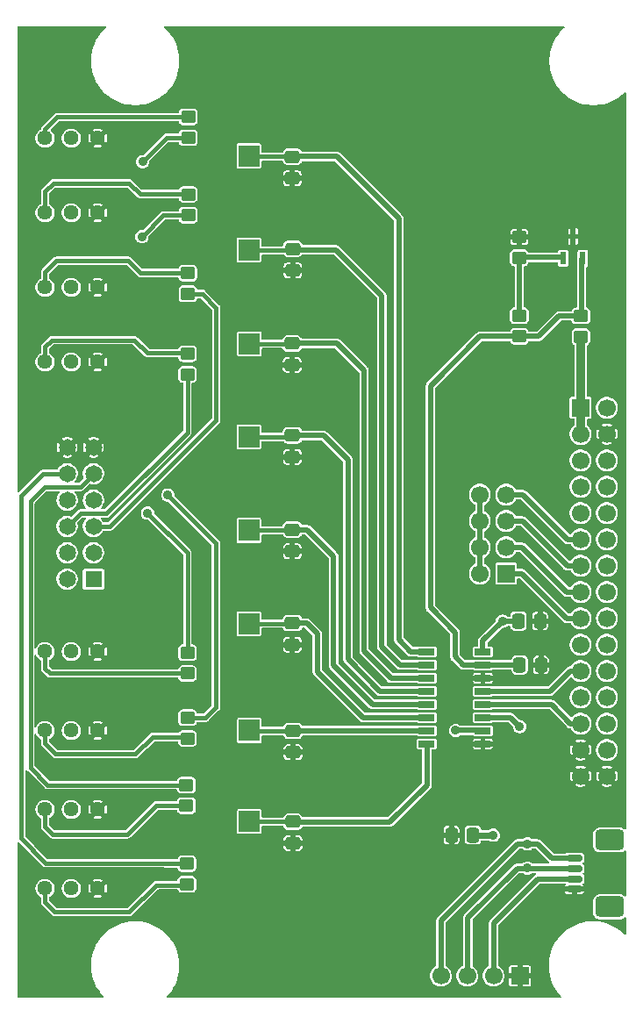
<source format=gbr>
%TF.GenerationSoftware,KiCad,Pcbnew,9.0.2*%
%TF.CreationDate,2025-07-04T16:32:19+10:00*%
%TF.ProjectId,v9_equip_analog_IDC,76395f65-7175-4697-905f-616e616c6f67,rev?*%
%TF.SameCoordinates,Original*%
%TF.FileFunction,Copper,L1,Top*%
%TF.FilePolarity,Positive*%
%FSLAX46Y46*%
G04 Gerber Fmt 4.6, Leading zero omitted, Abs format (unit mm)*
G04 Created by KiCad (PCBNEW 9.0.2) date 2025-07-04 16:32:19*
%MOMM*%
%LPD*%
G01*
G04 APERTURE LIST*
G04 Aperture macros list*
%AMRoundRect*
0 Rectangle with rounded corners*
0 $1 Rounding radius*
0 $2 $3 $4 $5 $6 $7 $8 $9 X,Y pos of 4 corners*
0 Add a 4 corners polygon primitive as box body*
4,1,4,$2,$3,$4,$5,$6,$7,$8,$9,$2,$3,0*
0 Add four circle primitives for the rounded corners*
1,1,$1+$1,$2,$3*
1,1,$1+$1,$4,$5*
1,1,$1+$1,$6,$7*
1,1,$1+$1,$8,$9*
0 Add four rect primitives between the rounded corners*
20,1,$1+$1,$2,$3,$4,$5,0*
20,1,$1+$1,$4,$5,$6,$7,0*
20,1,$1+$1,$6,$7,$8,$9,0*
20,1,$1+$1,$8,$9,$2,$3,0*%
G04 Aperture macros list end*
%TA.AperFunction,ComponentPad*%
%ADD10R,2.000000X2.000000*%
%TD*%
%TA.AperFunction,SMDPad,CuDef*%
%ADD11RoundRect,0.250000X-0.337500X-0.475000X0.337500X-0.475000X0.337500X0.475000X-0.337500X0.475000X0*%
%TD*%
%TA.AperFunction,SMDPad,CuDef*%
%ADD12RoundRect,0.250000X0.450000X-0.350000X0.450000X0.350000X-0.450000X0.350000X-0.450000X-0.350000X0*%
%TD*%
%TA.AperFunction,SMDPad,CuDef*%
%ADD13RoundRect,0.250000X0.337500X0.475000X-0.337500X0.475000X-0.337500X-0.475000X0.337500X-0.475000X0*%
%TD*%
%TA.AperFunction,SMDPad,CuDef*%
%ADD14RoundRect,0.250000X-0.475000X0.337500X-0.475000X-0.337500X0.475000X-0.337500X0.475000X0.337500X0*%
%TD*%
%TA.AperFunction,SMDPad,CuDef*%
%ADD15RoundRect,0.250000X-0.450000X0.350000X-0.450000X-0.350000X0.450000X-0.350000X0.450000X0.350000X0*%
%TD*%
%TA.AperFunction,ComponentPad*%
%ADD16R,1.650000X1.650000*%
%TD*%
%TA.AperFunction,ComponentPad*%
%ADD17C,1.650000*%
%TD*%
%TA.AperFunction,ComponentPad*%
%ADD18C,1.440000*%
%TD*%
%TA.AperFunction,ComponentPad*%
%ADD19R,1.700000X1.700000*%
%TD*%
%TA.AperFunction,ComponentPad*%
%ADD20C,1.700000*%
%TD*%
%TA.AperFunction,SMDPad,CuDef*%
%ADD21RoundRect,0.150000X0.625000X-0.150000X0.625000X0.150000X-0.625000X0.150000X-0.625000X-0.150000X0*%
%TD*%
%TA.AperFunction,SMDPad,CuDef*%
%ADD22RoundRect,0.416666X0.970834X-0.583334X0.970834X0.583334X-0.970834X0.583334X-0.970834X-0.583334X0*%
%TD*%
%TA.AperFunction,SMDPad,CuDef*%
%ADD23R,0.600000X1.250000*%
%TD*%
%TA.AperFunction,SMDPad,CuDef*%
%ADD24R,1.525000X0.650000*%
%TD*%
%TA.AperFunction,ViaPad*%
%ADD25C,0.889000*%
%TD*%
%TA.AperFunction,Conductor*%
%ADD26C,0.508000*%
%TD*%
%TA.AperFunction,Conductor*%
%ADD27C,0.406400*%
%TD*%
%TA.AperFunction,Conductor*%
%ADD28C,0.609600*%
%TD*%
%TA.AperFunction,Conductor*%
%ADD29C,0.812800*%
%TD*%
G04 APERTURE END LIST*
D10*
%TO.P,TP5,1,1*%
%TO.N,/IN4*%
X22987000Y-49276000D03*
%TD*%
D11*
%TO.P,C6,1*%
%TO.N,/VREF*%
X49102100Y-62255400D03*
%TO.P,C6,2*%
%TO.N,GND*%
X51177100Y-62255400D03*
%TD*%
D12*
%TO.P,R7,1*%
%TO.N,Net-(IC1-FB)*%
X49072800Y-22961600D03*
%TO.P,R7,2*%
%TO.N,GND*%
X49072800Y-20961600D03*
%TD*%
D13*
%TO.P,C1,1*%
%TO.N,+3V3*%
X44602400Y-78663800D03*
%TO.P,C1,2*%
%TO.N,GND*%
X42527400Y-78663800D03*
%TD*%
D14*
%TO.P,C5,1*%
%TO.N,/IN6*%
X27228800Y-68609300D03*
%TO.P,C5,2*%
%TO.N,GND*%
X27228800Y-70684300D03*
%TD*%
D15*
%TO.P,R4,1*%
%TO.N,/A6*%
X16941800Y-73853800D03*
%TO.P,R4,2*%
%TO.N,Net-(R4-Pad2)*%
X16941800Y-75853800D03*
%TD*%
D14*
%TO.P,C4,1*%
%TO.N,/IN4*%
X27178000Y-49203700D03*
%TO.P,C4,2*%
%TO.N,GND*%
X27178000Y-51278700D03*
%TD*%
D12*
%TO.P,R8,1*%
%TO.N,/A1*%
X17119600Y-18856200D03*
%TO.P,R8,2*%
%TO.N,Net-(R8-Pad2)*%
X17119600Y-16856200D03*
%TD*%
D10*
%TO.P,TP7,1,1*%
%TO.N,/IN6*%
X23012400Y-68580000D03*
%TD*%
D16*
%TO.P,J1,1,1*%
%TO.N,+5V*%
X7975600Y-53975000D03*
D17*
%TO.P,J1,2,2*%
%TO.N,+3V3*%
X5435600Y-53975000D03*
%TO.P,J1,3,3*%
%TO.N,/A0*%
X7975600Y-51435000D03*
%TO.P,J1,4,4*%
%TO.N,/A1*%
X5435600Y-51435000D03*
%TO.P,J1,5,5*%
%TO.N,/A2*%
X7975600Y-48895000D03*
%TO.P,J1,6,6*%
%TO.N,/A3*%
X5435600Y-48895000D03*
%TO.P,J1,7,7*%
%TO.N,/A4*%
X7975600Y-46355000D03*
%TO.P,J1,8,8*%
%TO.N,/A5*%
X5435600Y-46355000D03*
%TO.P,J1,9,9*%
%TO.N,/A6*%
X7975600Y-43815000D03*
%TO.P,J1,10,10*%
%TO.N,/A7*%
X5435600Y-43815000D03*
%TO.P,J1,11,11*%
%TO.N,GND*%
X7975600Y-41275000D03*
%TO.P,J1,12,12*%
X5435600Y-41275000D03*
%TD*%
D15*
%TO.P,R10,1*%
%TO.N,/A5*%
X17043400Y-67351400D03*
%TO.P,R10,2*%
%TO.N,Net-(R10-Pad2)*%
X17043400Y-69351400D03*
%TD*%
D18*
%TO.P,RV8,1,1*%
%TO.N,GND*%
X8382000Y-83820000D03*
%TO.P,RV8,2,2*%
%TO.N,/IN7*%
X5842000Y-83820000D03*
%TO.P,RV8,3,3*%
%TO.N,Net-(R11-Pad2)*%
X3302000Y-83820000D03*
%TD*%
%TO.P,RV5,1,1*%
%TO.N,GND*%
X8382000Y-18626667D03*
%TO.P,RV5,2,2*%
%TO.N,/IN1*%
X5842000Y-18626667D03*
%TO.P,RV5,3,3*%
%TO.N,Net-(R8-Pad2)*%
X3302000Y-18626667D03*
%TD*%
D10*
%TO.P,TP8,1,1*%
%TO.N,/IN7*%
X23012400Y-77368400D03*
%TD*%
D19*
%TO.P,J3,1,Pin_1*%
%TO.N,+5V*%
X54991000Y-37439600D03*
D20*
%TO.P,J3,2,Pin_2*%
X57531000Y-37439600D03*
%TO.P,J3,3,Pin_3*%
X54991000Y-39979600D03*
%TO.P,J3,4,Pin_4*%
%TO.N,GND*%
X57531000Y-39979600D03*
%TO.P,J3,5,Pin_5*%
%TO.N,+3V3*%
X54991000Y-42519600D03*
%TO.P,J3,6,Pin_6*%
%TO.N,/GP15*%
X57531000Y-42519600D03*
%TO.P,J3,7,Pin_7*%
%TO.N,/GP16*%
X54991000Y-45059600D03*
%TO.P,J3,8,Pin_8*%
%TO.N,/GP14*%
X57531000Y-45059600D03*
%TO.P,J3,9,Pin_9*%
%TO.N,/GP17*%
X54991000Y-47599600D03*
%TO.P,J3,10,Pin_10*%
%TO.N,/GP13*%
X57531000Y-47599600D03*
%TO.P,J3,11,Pin_11*%
%TO.N,/GP18*%
X54991000Y-50139600D03*
%TO.P,J3,12,Pin_12*%
%TO.N,/GP12*%
X57531000Y-50139600D03*
%TO.P,J3,13,Pin_13*%
%TO.N,/GP19*%
X54991000Y-52679600D03*
%TO.P,J3,14,Pin_14*%
%TO.N,/GP11*%
X57531000Y-52679600D03*
%TO.P,J3,15,Pin_15*%
%TO.N,/GP20*%
X54991000Y-55219600D03*
%TO.P,J3,16,Pin_16*%
%TO.N,/GP10*%
X57531000Y-55219600D03*
%TO.P,J3,17,Pin_17*%
%TO.N,/GP21*%
X54991000Y-57759600D03*
%TO.P,J3,18,Pin_18*%
%TO.N,/GP9*%
X57531000Y-57759600D03*
%TO.P,J3,19,Pin_19*%
%TO.N,/MOSI*%
X54991000Y-60299600D03*
%TO.P,J3,20,Pin_20*%
%TO.N,/GP8*%
X57531000Y-60299600D03*
%TO.P,J3,21,Pin_21*%
%TO.N,/SCK*%
X54991000Y-62839600D03*
%TO.P,J3,22,Pin_22*%
%TO.N,/GP7*%
X57531000Y-62839600D03*
%TO.P,J3,23,Pin_23*%
%TO.N,/GP1*%
X54991000Y-65379600D03*
%TO.P,J3,24,Pin_24*%
%TO.N,/GP6*%
X57531000Y-65379600D03*
%TO.P,J3,25,Pin_25*%
%TO.N,/MISO*%
X54991000Y-67919600D03*
%TO.P,J3,26,Pin_26*%
%TO.N,/GP5*%
X57531000Y-67919600D03*
%TO.P,J3,27,Pin_27*%
%TO.N,GND*%
X54991000Y-70459600D03*
%TO.P,J3,28,Pin_28*%
%TO.N,/GP4*%
X57531000Y-70459600D03*
%TO.P,J3,29,Pin_29*%
%TO.N,GND*%
X54991000Y-72999600D03*
%TO.P,J3,30,Pin_30*%
X57531000Y-72999600D03*
%TD*%
D12*
%TO.P,R5,1*%
%TO.N,+5V*%
X55016400Y-30581600D03*
%TO.P,R5,2*%
%TO.N,/VREF*%
X55016400Y-28581600D03*
%TD*%
D18*
%TO.P,RV7,1,1*%
%TO.N,GND*%
X8382000Y-68580000D03*
%TO.P,RV7,2,2*%
%TO.N,/IN5*%
X5842000Y-68580000D03*
%TO.P,RV7,3,3*%
%TO.N,Net-(R10-Pad2)*%
X3302000Y-68580000D03*
%TD*%
D14*
%TO.P,C8,1*%
%TO.N,/IN1*%
X27203400Y-22101900D03*
%TO.P,C8,2*%
%TO.N,GND*%
X27203400Y-24176900D03*
%TD*%
D12*
%TO.P,R9,1*%
%TO.N,/A3*%
X17043400Y-34223200D03*
%TO.P,R9,2*%
%TO.N,Net-(R9-Pad2)*%
X17043400Y-32223200D03*
%TD*%
D10*
%TO.P,TP2,1,1*%
%TO.N,/IN1*%
X22987000Y-22225000D03*
%TD*%
D12*
%TO.P,R6,1*%
%TO.N,/VREF*%
X49072800Y-30556200D03*
%TO.P,R6,2*%
%TO.N,Net-(IC1-FB)*%
X49072800Y-28556200D03*
%TD*%
D10*
%TO.P,TP6,1,1*%
%TO.N,/IN5*%
X22987000Y-58293000D03*
%TD*%
D15*
%TO.P,R3,1*%
%TO.N,/A4*%
X17043400Y-61077600D03*
%TO.P,R3,2*%
%TO.N,Net-(R3-Pad2)*%
X17043400Y-63077600D03*
%TD*%
D10*
%TO.P,TP3,1,1*%
%TO.N,/IN2*%
X23012400Y-31267400D03*
%TD*%
D14*
%TO.P,C10,1*%
%TO.N,/IN5*%
X27178000Y-58220700D03*
%TO.P,C10,2*%
%TO.N,GND*%
X27178000Y-60295700D03*
%TD*%
D18*
%TO.P,RV3,1,1*%
%TO.N,GND*%
X8382000Y-25823333D03*
%TO.P,RV3,2,2*%
%TO.N,/IN2*%
X5842000Y-25823333D03*
%TO.P,RV3,3,3*%
%TO.N,Net-(R2-Pad2)*%
X3302000Y-25823333D03*
%TD*%
D19*
%TO.P,J2,1,Pin_1*%
%TO.N,/GP21*%
X47802800Y-53441600D03*
D20*
%TO.P,J2,2,Pin_2*%
%TO.N,/CS!*%
X45262800Y-53441600D03*
%TO.P,J2,3,Pin_3*%
%TO.N,/GP20*%
X47802800Y-50901600D03*
%TO.P,J2,4,Pin_4*%
%TO.N,/CS!*%
X45262800Y-50901600D03*
%TO.P,J2,5,Pin_5*%
%TO.N,/GP19*%
X47802800Y-48361600D03*
%TO.P,J2,6,Pin_6*%
%TO.N,/CS!*%
X45262800Y-48361600D03*
%TO.P,J2,7,Pin_7*%
%TO.N,/GP18*%
X47802800Y-45821600D03*
%TO.P,J2,8,Pin_8*%
%TO.N,/CS!*%
X45262800Y-45821600D03*
%TD*%
D21*
%TO.P,CON2,1,Pin_1*%
%TO.N,GND*%
X54388000Y-83897600D03*
%TO.P,CON2,2,Pin_2*%
%TO.N,+3V3*%
X54388000Y-82897600D03*
%TO.P,CON2,3,Pin_3*%
%TO.N,/GP6*%
X54388000Y-81897600D03*
%TO.P,CON2,4,Pin_4*%
%TO.N,/GP7*%
X54388000Y-80897600D03*
D22*
%TO.P,CON2,MP*%
%TO.N,N/C*%
X57810400Y-85598000D03*
X57810400Y-79146400D03*
%TD*%
D23*
%TO.P,IC1,1,FB*%
%TO.N,Net-(IC1-FB)*%
X53304400Y-23011600D03*
%TO.P,IC1,2,CATHODE*%
%TO.N,/VREF*%
X55204400Y-23011600D03*
%TO.P,IC1,3,ANODE*%
%TO.N,GND*%
X54254400Y-20911600D03*
%TD*%
D14*
%TO.P,C2,1*%
%TO.N,/IN0*%
X27178000Y-13211900D03*
%TO.P,C2,2*%
%TO.N,GND*%
X27178000Y-15286900D03*
%TD*%
%TO.P,C9,1*%
%TO.N,/IN3*%
X27178000Y-40110500D03*
%TO.P,C9,2*%
%TO.N,GND*%
X27178000Y-42185500D03*
%TD*%
D15*
%TO.P,R11,1*%
%TO.N,/A7*%
X16992600Y-81423000D03*
%TO.P,R11,2*%
%TO.N,Net-(R11-Pad2)*%
X16992600Y-83423000D03*
%TD*%
D12*
%TO.P,R1,1*%
%TO.N,/A0*%
X17119600Y-11388600D03*
%TO.P,R1,2*%
%TO.N,Net-(R1-Pad2)*%
X17119600Y-9388600D03*
%TD*%
D11*
%TO.P,C11,1*%
%TO.N,+3V3*%
X49000500Y-58013600D03*
%TO.P,C11,2*%
%TO.N,GND*%
X51075500Y-58013600D03*
%TD*%
D10*
%TO.P,TP1,1,1*%
%TO.N,/IN0*%
X22987000Y-13131800D03*
%TD*%
D18*
%TO.P,RV4,1,1*%
%TO.N,GND*%
X8382000Y-60960000D03*
%TO.P,RV4,2,2*%
%TO.N,/IN4*%
X5842000Y-60960000D03*
%TO.P,RV4,3,3*%
%TO.N,Net-(R3-Pad2)*%
X3302000Y-60960000D03*
%TD*%
D14*
%TO.P,C3,1*%
%TO.N,/IN2*%
X27152600Y-31235016D03*
%TO.P,C3,2*%
%TO.N,GND*%
X27152600Y-33310016D03*
%TD*%
D18*
%TO.P,RV2,1,1*%
%TO.N,GND*%
X8382000Y-76200000D03*
%TO.P,RV2,2,2*%
%TO.N,/IN6*%
X5842000Y-76200000D03*
%TO.P,RV2,3,3*%
%TO.N,Net-(R4-Pad2)*%
X3302000Y-76200000D03*
%TD*%
%TO.P,RV6,1,1*%
%TO.N,GND*%
X8382000Y-33020000D03*
%TO.P,RV6,2,2*%
%TO.N,/IN3*%
X5842000Y-33020000D03*
%TO.P,RV6,3,3*%
%TO.N,Net-(R9-Pad2)*%
X3302000Y-33020000D03*
%TD*%
D14*
%TO.P,C7,1*%
%TO.N,/IN7*%
X27228800Y-77372300D03*
%TO.P,C7,2*%
%TO.N,GND*%
X27228800Y-79447300D03*
%TD*%
D19*
%TO.P,CON1,1,Pin_1*%
%TO.N,GND*%
X49123600Y-92252800D03*
D20*
%TO.P,CON1,2,Pin_2*%
%TO.N,+3V3*%
X46583600Y-92252800D03*
%TO.P,CON1,3,Pin_3*%
%TO.N,/GP6*%
X44043600Y-92252800D03*
%TO.P,CON1,4,Pin_4*%
%TO.N,/GP7*%
X41503600Y-92252800D03*
%TD*%
D18*
%TO.P,RV1,1,1*%
%TO.N,GND*%
X8382000Y-11430000D03*
%TO.P,RV1,2,2*%
%TO.N,/IN0*%
X5842000Y-11430000D03*
%TO.P,RV1,3,3*%
%TO.N,Net-(R1-Pad2)*%
X3302000Y-11430000D03*
%TD*%
D12*
%TO.P,R2,1*%
%TO.N,/A2*%
X17094200Y-26450800D03*
%TO.P,R2,2*%
%TO.N,Net-(R2-Pad2)*%
X17094200Y-24450800D03*
%TD*%
D10*
%TO.P,TP4,1,1*%
%TO.N,/IN3*%
X22987000Y-40259000D03*
%TD*%
D24*
%TO.P,IC2,1,CH0*%
%TO.N,/IN0*%
X40137800Y-60985400D03*
%TO.P,IC2,2,CH1*%
%TO.N,/IN1*%
X40137800Y-62255400D03*
%TO.P,IC2,3,CH2*%
%TO.N,/IN2*%
X40137800Y-63525400D03*
%TO.P,IC2,4,CH3*%
%TO.N,/IN3*%
X40137800Y-64795400D03*
%TO.P,IC2,5,CH4*%
%TO.N,/IN4*%
X40137800Y-66065400D03*
%TO.P,IC2,6,CH5*%
%TO.N,/IN5*%
X40137800Y-67335400D03*
%TO.P,IC2,7,CH6*%
%TO.N,/IN6*%
X40137800Y-68605400D03*
%TO.P,IC2,8,CH7*%
%TO.N,/IN7*%
X40137800Y-69875400D03*
%TO.P,IC2,9,DGND*%
%TO.N,GND*%
X45561800Y-69875400D03*
%TO.P,IC2,10,~{CS}/SHDN*%
%TO.N,/CS!*%
X45561800Y-68605400D03*
%TO.P,IC2,11,DIN*%
%TO.N,/MOSI*%
X45561800Y-67335400D03*
%TO.P,IC2,12,DOUT*%
%TO.N,/MISO*%
X45561800Y-66065400D03*
%TO.P,IC2,13,CLK*%
%TO.N,/SCK*%
X45561800Y-64795400D03*
%TO.P,IC2,14,AGND*%
%TO.N,GND*%
X45561800Y-63525400D03*
%TO.P,IC2,15,VREF*%
%TO.N,/VREF*%
X45561800Y-62255400D03*
%TO.P,IC2,16,VDD*%
%TO.N,+3V3*%
X45561800Y-60985400D03*
%TD*%
D25*
%TO.N,GND*%
X29362400Y-15494000D03*
X29210000Y-33477200D03*
X27254200Y-72517000D03*
X42926000Y-72771000D03*
X51536600Y-18973800D03*
X27254200Y-62636400D03*
X29286200Y-42113200D03*
X49123600Y-70612000D03*
X27279600Y-82067400D03*
X51358800Y-60071000D03*
X53035200Y-85902800D03*
X45974000Y-56159400D03*
X42799000Y-56108600D03*
X29235400Y-24561800D03*
X27279600Y-53035200D03*
X40690800Y-78663800D03*
X42621200Y-63525400D03*
X39497000Y-19050000D03*
%TO.N,+3V3*%
X47447200Y-58039000D03*
X46575000Y-78684000D03*
%TO.N,/A0*%
X12725400Y-13690600D03*
%TO.N,/A1*%
X12649200Y-20929600D03*
%TO.N,/MOSI*%
X49098200Y-68199000D03*
%TO.N,/GP7*%
X49860200Y-79526000D03*
%TO.N,/GP6*%
X49860200Y-81864200D03*
%TO.N,/A4*%
X13195300Y-47612300D03*
%TO.N,/CS!*%
X42926000Y-68580000D03*
%TO.N,/A5*%
X15151100Y-45859700D03*
%TD*%
D26*
%TO.N,/IN0*%
X27181900Y-13208000D02*
X31496000Y-13208000D01*
D27*
X23063200Y-13208000D02*
X27080300Y-13208000D01*
D26*
X37465000Y-19177000D02*
X37465000Y-59842400D01*
X31496000Y-13208000D02*
X37465000Y-19177000D01*
X38608000Y-60985400D02*
X40132000Y-60985400D01*
D27*
X27080300Y-13208000D02*
X27131100Y-13258800D01*
D26*
X37465000Y-59842400D02*
X38608000Y-60985400D01*
D27*
X22987000Y-13131800D02*
X23063200Y-13208000D01*
D26*
%TO.N,/IN4*%
X28604300Y-49203700D02*
X27178000Y-49203700D01*
D27*
X23088600Y-49276000D02*
X23095860Y-49268740D01*
D26*
X31140400Y-51739800D02*
X28604300Y-49203700D01*
D27*
X22987000Y-49276000D02*
X23088600Y-49276000D01*
X23095860Y-49268740D02*
X27112960Y-49268740D01*
D26*
X31140400Y-62306200D02*
X31140400Y-51739800D01*
X40149800Y-66065400D02*
X34899600Y-66065400D01*
X34899600Y-66065400D02*
X31140400Y-62306200D01*
%TO.N,+3V3*%
X46583600Y-92252800D02*
X46583600Y-87198200D01*
D28*
X46575000Y-78684000D02*
X46554800Y-78663800D01*
D26*
X46583600Y-87198200D02*
X50884200Y-82897600D01*
X47447200Y-58039000D02*
X48975100Y-58039000D01*
D28*
X46554800Y-78663800D02*
X44602400Y-78663800D01*
D26*
X47447200Y-58039000D02*
X45549800Y-59936400D01*
X50884200Y-82897600D02*
X54388000Y-82897600D01*
X45549800Y-59936400D02*
X45549800Y-60985400D01*
%TO.N,/IN5*%
X27178000Y-58220700D02*
X28553500Y-58220700D01*
X34010600Y-67335400D02*
X40149800Y-67335400D01*
X29591000Y-59258200D02*
X29591000Y-62915800D01*
X28553500Y-58220700D02*
X29591000Y-59258200D01*
D27*
X27127475Y-58271225D02*
X23186575Y-58271225D01*
X23164800Y-58293000D02*
X22987000Y-58293000D01*
D26*
X29591000Y-62915800D02*
X34010600Y-67335400D01*
D27*
X23186575Y-58271225D02*
X23164800Y-58293000D01*
%TO.N,/IN1*%
X27044015Y-22261285D02*
X23026915Y-22261285D01*
X22990630Y-22225000D02*
X22987000Y-22225000D01*
D26*
X31394400Y-22199600D02*
X27301100Y-22199600D01*
X37592000Y-62255400D02*
X35814000Y-60477400D01*
X40149800Y-62255400D02*
X37592000Y-62255400D01*
X35814000Y-26619200D02*
X31394400Y-22199600D01*
D27*
X23026915Y-22261285D02*
X22990630Y-22225000D01*
D26*
X35814000Y-60477400D02*
X35814000Y-26619200D01*
%TO.N,/IN2*%
X27159584Y-31242000D02*
X31445200Y-31242000D01*
X31445200Y-31242000D02*
X31470600Y-31216600D01*
X31470600Y-31216600D02*
X34086800Y-33832800D01*
D27*
X23117630Y-31263770D02*
X27123846Y-31263770D01*
D26*
X36677600Y-63525400D02*
X40149800Y-63525400D01*
X34086800Y-33832800D02*
X34086800Y-60934600D01*
D27*
X23114000Y-31267400D02*
X23117630Y-31263770D01*
D26*
X34086800Y-60934600D02*
X36677600Y-63525400D01*
D27*
X23012400Y-31267400D02*
X23114000Y-31267400D01*
D26*
%TO.N,/IN6*%
X27232700Y-68605400D02*
X27228800Y-68609300D01*
X27250300Y-68630800D02*
X27228800Y-68609300D01*
D27*
X23037800Y-68605400D02*
X27224900Y-68605400D01*
X27224900Y-68605400D02*
X27228800Y-68609300D01*
X23012400Y-68580000D02*
X23037800Y-68605400D01*
D26*
X40149800Y-68605400D02*
X27232700Y-68605400D01*
D27*
%TO.N,/IN3*%
X22987000Y-40259000D02*
X23012400Y-40284400D01*
D26*
X40149800Y-64795400D02*
X35636200Y-64795400D01*
X35636200Y-64795400D02*
X32537400Y-61696600D01*
X30204500Y-40110500D02*
X27178000Y-40110500D01*
D27*
X27004100Y-40284400D02*
X27022245Y-40266255D01*
D26*
X32537400Y-42443400D02*
X30204500Y-40110500D01*
D27*
X23012400Y-40284400D02*
X27004100Y-40284400D01*
D26*
X32537400Y-61696600D02*
X32537400Y-42443400D01*
D27*
%TO.N,/IN7*%
X23016300Y-77372300D02*
X27228800Y-77372300D01*
D26*
X36576000Y-77419200D02*
X40149800Y-73845400D01*
X27228800Y-77372300D02*
X27275700Y-77419200D01*
X40149800Y-73845400D02*
X40149800Y-69875400D01*
D27*
X23012400Y-77368400D02*
X23016300Y-77372300D01*
D26*
X27275700Y-77419200D02*
X36576000Y-77419200D01*
X27228800Y-77372300D02*
X27406600Y-77550100D01*
D29*
%TO.N,+5V*%
X55016400Y-37388800D02*
X55016400Y-30581600D01*
X55016400Y-39982200D02*
X55016400Y-37465000D01*
D27*
%TO.N,/A0*%
X15011400Y-11379200D02*
X17110200Y-11379200D01*
X12725400Y-13665200D02*
X15011400Y-11379200D01*
X12725400Y-13690600D02*
X12725400Y-13665200D01*
X17110200Y-11379200D02*
X17119600Y-11388600D01*
%TO.N,/A1*%
X14706600Y-18872200D02*
X17103600Y-18872200D01*
X12649200Y-20929600D02*
X14706600Y-18872200D01*
X17103600Y-18872200D02*
X17119600Y-18856200D01*
%TO.N,/A2*%
X18475200Y-26450800D02*
X17094200Y-26450800D01*
X9575800Y-48895000D02*
X19812000Y-38658800D01*
X7975600Y-48895000D02*
X9575800Y-48895000D01*
X19812000Y-27787600D02*
X18475200Y-26450800D01*
X19812000Y-38658800D02*
X19812000Y-27787600D01*
D26*
%TO.N,/GP21*%
X55000000Y-57762200D02*
X53647400Y-57762200D01*
X53647400Y-57762200D02*
X49326800Y-53441600D01*
X49326800Y-53441600D02*
X47802800Y-53441600D01*
D27*
%TO.N,/A3*%
X9194800Y-47650400D02*
X17043400Y-39801800D01*
X5486400Y-48895000D02*
X6731000Y-47650400D01*
X5435600Y-48895000D02*
X5486400Y-48895000D01*
X17043400Y-39801800D02*
X17043400Y-34223200D01*
X6731000Y-47650400D02*
X9194800Y-47650400D01*
D26*
%TO.N,/MOSI*%
X49098200Y-68199000D02*
X48234600Y-67335400D01*
X48234600Y-67335400D02*
X45549800Y-67335400D01*
%TO.N,/GP7*%
X49860200Y-79526000D02*
X48896400Y-79526000D01*
X48896400Y-79526000D02*
X41503600Y-86918800D01*
X41503600Y-86918800D02*
X41503600Y-92252800D01*
X49860200Y-79526000D02*
X50824000Y-79526000D01*
X50824000Y-79526000D02*
X52197000Y-80899000D01*
X52197000Y-80899000D02*
X54386600Y-80899000D01*
%TO.N,/GP6*%
X44094400Y-86664800D02*
X48869600Y-81889600D01*
X48869600Y-81889600D02*
X54380000Y-81889600D01*
X44094400Y-92202000D02*
X44094400Y-86664800D01*
%TO.N,/SCK*%
X53972400Y-62842200D02*
X55000000Y-62842200D01*
X45549800Y-64795400D02*
X52019200Y-64795400D01*
X52019200Y-64795400D02*
X53972400Y-62842200D01*
D27*
%TO.N,/A4*%
X17043400Y-51460400D02*
X17043400Y-61077600D01*
X13195300Y-47612300D02*
X17043400Y-51460400D01*
D26*
%TO.N,/VREF*%
X45262800Y-30556200D02*
X40487600Y-35331400D01*
X52917600Y-28581600D02*
X50943000Y-30556200D01*
X40487600Y-35331400D02*
X40487600Y-56718200D01*
X43662600Y-62255400D02*
X49102100Y-62255400D01*
X55092600Y-23123400D02*
X55204400Y-23011600D01*
X40487600Y-56718200D02*
X42875200Y-59105800D01*
X55092600Y-28505400D02*
X55092600Y-23123400D01*
X50943000Y-30556200D02*
X49072800Y-30556200D01*
X55016400Y-28581600D02*
X52917600Y-28581600D01*
X49072800Y-30556200D02*
X45262800Y-30556200D01*
X42875200Y-59105800D02*
X42875200Y-61468000D01*
X42875200Y-61468000D02*
X43662600Y-62255400D01*
%TO.N,/MISO*%
X52171600Y-66065400D02*
X45549800Y-66065400D01*
X54028400Y-67922200D02*
X52171600Y-66065400D01*
X55000000Y-67922200D02*
X54028400Y-67922200D01*
%TO.N,/CS!*%
X45262800Y-45821600D02*
X45262800Y-53441600D01*
X42926000Y-68580000D02*
X45524400Y-68580000D01*
D27*
%TO.N,/A5*%
X19786600Y-50495200D02*
X19786600Y-66344800D01*
X18780000Y-67351400D02*
X17043400Y-67351400D01*
X19786600Y-66344800D02*
X18780000Y-67351400D01*
X15151100Y-45859700D02*
X19786600Y-50495200D01*
%TO.N,/A6*%
X1879600Y-72161400D02*
X3556000Y-73837800D01*
X16925800Y-73837800D02*
X16941800Y-73853800D01*
X1879600Y-46456600D02*
X1879600Y-72161400D01*
X3251200Y-45085000D02*
X1879600Y-46456600D01*
X3556000Y-73837800D02*
X16925800Y-73837800D01*
X7975600Y-43815000D02*
X6705600Y-45085000D01*
X6705600Y-45085000D02*
X3251200Y-45085000D01*
D26*
%TO.N,/GP18*%
X49428400Y-45821600D02*
X53749000Y-50142200D01*
X53749000Y-50142200D02*
X55000000Y-50142200D01*
X47802800Y-45821600D02*
X49428400Y-45821600D01*
%TO.N,/GP20*%
X53672800Y-55222200D02*
X55000000Y-55222200D01*
X49352200Y-50901600D02*
X53672800Y-55222200D01*
X47802800Y-50901600D02*
X49352200Y-50901600D01*
%TO.N,/GP19*%
X53698200Y-52682200D02*
X49377600Y-48361600D01*
X49377600Y-48361600D02*
X47802800Y-48361600D01*
X55000000Y-52682200D02*
X53698200Y-52682200D01*
%TO.N,Net-(IC1-FB)*%
X53219600Y-22926800D02*
X53304400Y-23011600D01*
X49107600Y-22926800D02*
X53219600Y-22926800D01*
X49072800Y-28505400D02*
X49072800Y-22961600D01*
D27*
%TO.N,/A7*%
X990600Y-45948600D02*
X3124200Y-43815000D01*
X3378200Y-81381600D02*
X990600Y-78994000D01*
X14925800Y-81381600D02*
X3378200Y-81381600D01*
X14967200Y-81423000D02*
X14925800Y-81381600D01*
X990600Y-78994000D02*
X990600Y-45948600D01*
X3124200Y-43815000D02*
X5435600Y-43815000D01*
X16992600Y-81423000D02*
X14967200Y-81423000D01*
%TO.N,Net-(R1-Pad2)*%
X17119600Y-9388600D02*
X4454400Y-9388600D01*
X4454400Y-9388600D02*
X3302000Y-10541000D01*
X3302000Y-10541000D02*
X3302000Y-11430000D01*
%TO.N,Net-(R2-Pad2)*%
X4394200Y-23266400D02*
X3302000Y-24358600D01*
X11353800Y-23266400D02*
X4394200Y-23266400D01*
X3302000Y-24358600D02*
X3302000Y-25823333D01*
X12538200Y-24450800D02*
X11353800Y-23266400D01*
X17094200Y-24450800D02*
X12538200Y-24450800D01*
%TO.N,Net-(R3-Pad2)*%
X3302000Y-60960000D02*
X3302000Y-62611000D01*
X3768600Y-63077600D02*
X17043400Y-63077600D01*
X3302000Y-62611000D02*
X3768600Y-63077600D01*
%TO.N,Net-(R4-Pad2)*%
X4064000Y-78613000D02*
X3302000Y-77851000D01*
X16891000Y-75803000D02*
X14011400Y-75803000D01*
X14011400Y-75803000D02*
X11201400Y-78613000D01*
X3302000Y-77851000D02*
X3302000Y-76200000D01*
X16941800Y-75853800D02*
X16891000Y-75803000D01*
X11201400Y-78613000D02*
X4064000Y-78613000D01*
%TO.N,Net-(R9-Pad2)*%
X11938000Y-30911800D02*
X3962400Y-30911800D01*
X16992600Y-32172400D02*
X13198600Y-32172400D01*
X17043400Y-32223200D02*
X16992600Y-32172400D01*
X3302000Y-31572200D02*
X3302000Y-33020000D01*
X13198600Y-32172400D02*
X11938000Y-30911800D01*
X3962400Y-30911800D02*
X3302000Y-31572200D01*
%TO.N,Net-(R10-Pad2)*%
X17043400Y-69351400D02*
X16891000Y-69199000D01*
X12014200Y-70866000D02*
X4318000Y-70866000D01*
X16891000Y-69199000D02*
X13681200Y-69199000D01*
X13681200Y-69199000D02*
X12014200Y-70866000D01*
X3302000Y-69850000D02*
X3302000Y-68580000D01*
X4318000Y-70866000D02*
X3302000Y-69850000D01*
%TO.N,Net-(R11-Pad2)*%
X16992600Y-83423000D02*
X16925800Y-83489800D01*
X16925800Y-83489800D02*
X14046200Y-83489800D01*
X14046200Y-83489800D02*
X11430000Y-86106000D01*
X3302000Y-85166200D02*
X3302000Y-83820000D01*
X4241800Y-86106000D02*
X3302000Y-85166200D01*
X11430000Y-86106000D02*
X4241800Y-86106000D01*
%TO.N,Net-(R8-Pad2)*%
X3302000Y-16586200D02*
X4114800Y-15773400D01*
X3302000Y-18626667D02*
X3302000Y-16586200D01*
X17068800Y-16805400D02*
X17119600Y-16856200D01*
X12462000Y-16805400D02*
X17068800Y-16805400D01*
X11430000Y-15773400D02*
X12462000Y-16805400D01*
X4114800Y-15773400D02*
X11430000Y-15773400D01*
%TD*%
%TA.AperFunction,Conductor*%
%TO.N,GND*%
G36*
X9196398Y-638265D02*
G01*
X9226462Y-690336D01*
X9216021Y-749550D01*
X9196398Y-772935D01*
X9118871Y-837988D01*
X9118866Y-837992D01*
X8855792Y-1101066D01*
X8855788Y-1101071D01*
X8616654Y-1386058D01*
X8616649Y-1386065D01*
X8403261Y-1690813D01*
X8217237Y-2013016D01*
X8217232Y-2013027D01*
X8060010Y-2350190D01*
X8060007Y-2350198D01*
X7932762Y-2699801D01*
X7836468Y-3059171D01*
X7771866Y-3425547D01*
X7739440Y-3796179D01*
X7739440Y-4168220D01*
X7771866Y-4538852D01*
X7836468Y-4905228D01*
X7932762Y-5264598D01*
X8060007Y-5614201D01*
X8060010Y-5614209D01*
X8217232Y-5951372D01*
X8217237Y-5951383D01*
X8403261Y-6273586D01*
X8573971Y-6517384D01*
X8616650Y-6578336D01*
X8855793Y-6863335D01*
X9118865Y-7126407D01*
X9403864Y-7365550D01*
X9510448Y-7440181D01*
X9708613Y-7578938D01*
X9708622Y-7578943D01*
X10030818Y-7764963D01*
X10368001Y-7922194D01*
X10717604Y-8049439D01*
X11076968Y-8145731D01*
X11443356Y-8210335D01*
X11813980Y-8242760D01*
X11813984Y-8242760D01*
X12186016Y-8242760D01*
X12186020Y-8242760D01*
X12556644Y-8210335D01*
X12923032Y-8145731D01*
X13282396Y-8049439D01*
X13631999Y-7922194D01*
X13969182Y-7764963D01*
X14291378Y-7578943D01*
X14291381Y-7578940D01*
X14291386Y-7578938D01*
X14382966Y-7514812D01*
X14596136Y-7365550D01*
X14881135Y-7126407D01*
X15144207Y-6863335D01*
X15383350Y-6578336D01*
X15532612Y-6365166D01*
X15596738Y-6273586D01*
X15782762Y-5951383D01*
X15782763Y-5951382D01*
X15939994Y-5614199D01*
X16067239Y-5264596D01*
X16163531Y-4905232D01*
X16228135Y-4538844D01*
X16260560Y-4168220D01*
X16260560Y-3796180D01*
X16228135Y-3425556D01*
X16163531Y-3059168D01*
X16067239Y-2699804D01*
X15939994Y-2350201D01*
X15782763Y-2013018D01*
X15596743Y-1690822D01*
X15596738Y-1690813D01*
X15457981Y-1492648D01*
X15383350Y-1386064D01*
X15144207Y-1101065D01*
X14881135Y-837993D01*
X14803601Y-772934D01*
X14773538Y-720863D01*
X14783980Y-661650D01*
X14830040Y-623001D01*
X14860103Y-617700D01*
X53375497Y-617700D01*
X53431998Y-638265D01*
X53462062Y-690336D01*
X53451621Y-749550D01*
X53431998Y-772935D01*
X53354471Y-837988D01*
X53354466Y-837992D01*
X53091392Y-1101066D01*
X53091388Y-1101071D01*
X52852254Y-1386058D01*
X52852249Y-1386065D01*
X52638861Y-1690813D01*
X52452837Y-2013016D01*
X52452832Y-2013027D01*
X52295610Y-2350190D01*
X52295607Y-2350198D01*
X52168362Y-2699801D01*
X52072068Y-3059171D01*
X52007466Y-3425547D01*
X51975040Y-3796179D01*
X51975040Y-4168220D01*
X52007466Y-4538852D01*
X52072068Y-4905228D01*
X52168362Y-5264598D01*
X52295607Y-5614201D01*
X52295610Y-5614209D01*
X52452832Y-5951372D01*
X52452837Y-5951383D01*
X52638861Y-6273586D01*
X52809571Y-6517384D01*
X52852250Y-6578336D01*
X53091393Y-6863335D01*
X53354465Y-7126407D01*
X53639464Y-7365550D01*
X53746048Y-7440181D01*
X53944213Y-7578938D01*
X53944222Y-7578943D01*
X54266418Y-7764963D01*
X54603601Y-7922194D01*
X54953204Y-8049439D01*
X55312568Y-8145731D01*
X55678956Y-8210335D01*
X56049580Y-8242760D01*
X56049584Y-8242760D01*
X56421616Y-8242760D01*
X56421620Y-8242760D01*
X56792244Y-8210335D01*
X57158632Y-8145731D01*
X57517996Y-8049439D01*
X57867599Y-7922194D01*
X58204782Y-7764963D01*
X58526978Y-7578943D01*
X58526981Y-7578940D01*
X58526986Y-7578938D01*
X58618566Y-7514812D01*
X58831736Y-7365550D01*
X59116735Y-7126407D01*
X59214446Y-7028695D01*
X59268939Y-7003285D01*
X59327017Y-7018848D01*
X59361505Y-7068101D01*
X59364500Y-7090851D01*
X59364500Y-78061318D01*
X59343935Y-78117819D01*
X59291864Y-78147883D01*
X59232650Y-78137442D01*
X59214449Y-78123476D01*
X59162506Y-78071533D01*
X59162503Y-78071531D01*
X59162502Y-78071530D01*
X59028292Y-77992159D01*
X59028283Y-77992155D01*
X58878544Y-77948653D01*
X58853763Y-77946703D01*
X58843555Y-77945900D01*
X58843551Y-77945900D01*
X56777247Y-77945900D01*
X56777229Y-77945901D01*
X56742259Y-77948653D01*
X56742251Y-77948654D01*
X56592516Y-77992155D01*
X56592507Y-77992159D01*
X56458297Y-78071530D01*
X56348030Y-78181797D01*
X56268659Y-78316007D01*
X56268655Y-78316016D01*
X56225153Y-78465755D01*
X56222400Y-78500740D01*
X56222400Y-79792052D01*
X56222401Y-79792070D01*
X56225153Y-79827040D01*
X56225154Y-79827048D01*
X56268655Y-79976783D01*
X56268659Y-79976792D01*
X56348030Y-80111002D01*
X56348031Y-80111003D01*
X56348033Y-80111006D01*
X56458294Y-80221267D01*
X56458296Y-80221268D01*
X56458297Y-80221269D01*
X56571030Y-80287938D01*
X56592512Y-80300643D01*
X56742253Y-80344146D01*
X56777245Y-80346900D01*
X58843554Y-80346899D01*
X58843558Y-80346898D01*
X58843570Y-80346898D01*
X58854748Y-80346018D01*
X58878547Y-80344146D01*
X59028288Y-80300643D01*
X59162506Y-80221267D01*
X59214446Y-80169326D01*
X59268939Y-80143916D01*
X59327017Y-80159479D01*
X59361505Y-80208732D01*
X59364500Y-80231482D01*
X59364500Y-84512918D01*
X59343935Y-84569419D01*
X59291864Y-84599483D01*
X59232650Y-84589042D01*
X59214449Y-84575076D01*
X59162506Y-84523133D01*
X59162503Y-84523131D01*
X59162502Y-84523130D01*
X59028292Y-84443759D01*
X59028283Y-84443755D01*
X58878544Y-84400253D01*
X58853763Y-84398303D01*
X58843555Y-84397500D01*
X58843551Y-84397500D01*
X56777247Y-84397500D01*
X56777229Y-84397501D01*
X56742259Y-84400253D01*
X56742251Y-84400254D01*
X56592516Y-84443755D01*
X56592507Y-84443759D01*
X56458297Y-84523130D01*
X56348030Y-84633397D01*
X56268659Y-84767607D01*
X56268655Y-84767616D01*
X56225153Y-84917355D01*
X56222400Y-84952340D01*
X56222400Y-86243652D01*
X56222401Y-86243670D01*
X56225153Y-86278640D01*
X56225154Y-86278648D01*
X56268655Y-86428383D01*
X56268659Y-86428392D01*
X56348030Y-86562602D01*
X56348031Y-86562603D01*
X56348033Y-86562606D01*
X56458294Y-86672867D01*
X56458296Y-86672868D01*
X56458297Y-86672869D01*
X56545831Y-86724636D01*
X56592512Y-86752243D01*
X56742253Y-86795746D01*
X56777245Y-86798500D01*
X58843554Y-86798499D01*
X58843558Y-86798498D01*
X58843570Y-86798498D01*
X58854748Y-86797618D01*
X58878547Y-86795746D01*
X59028288Y-86752243D01*
X59162506Y-86672867D01*
X59214446Y-86620926D01*
X59268939Y-86595516D01*
X59327017Y-86611079D01*
X59361505Y-86660332D01*
X59364500Y-86683082D01*
X59364500Y-88204348D01*
X59343935Y-88260849D01*
X59291864Y-88290913D01*
X59232650Y-88280472D01*
X59214446Y-88266503D01*
X59065945Y-88118003D01*
X59065935Y-88117993D01*
X58780936Y-87878850D01*
X58719984Y-87836171D01*
X58476186Y-87665461D01*
X58153983Y-87479437D01*
X58153972Y-87479432D01*
X57816809Y-87322210D01*
X57816801Y-87322207D01*
X57816799Y-87322206D01*
X57467196Y-87194961D01*
X57107832Y-87098669D01*
X57107831Y-87098668D01*
X57107828Y-87098668D01*
X56741452Y-87034066D01*
X56741447Y-87034065D01*
X56741444Y-87034065D01*
X56370820Y-87001640D01*
X55998780Y-87001640D01*
X55998779Y-87001640D01*
X55890729Y-87011093D01*
X55628156Y-87034065D01*
X55628153Y-87034065D01*
X55628147Y-87034066D01*
X55261771Y-87098668D01*
X55113625Y-87138364D01*
X54902404Y-87194961D01*
X54902401Y-87194961D01*
X54902401Y-87194962D01*
X54552798Y-87322207D01*
X54552790Y-87322210D01*
X54215627Y-87479432D01*
X54215616Y-87479437D01*
X53893413Y-87665461D01*
X53588665Y-87878849D01*
X53588658Y-87878854D01*
X53303671Y-88117988D01*
X53303666Y-88117992D01*
X53040592Y-88381066D01*
X53040588Y-88381071D01*
X52801454Y-88666058D01*
X52801449Y-88666065D01*
X52588061Y-88970813D01*
X52402037Y-89293016D01*
X52402032Y-89293027D01*
X52244810Y-89630190D01*
X52244807Y-89630198D01*
X52117562Y-89979801D01*
X52021268Y-90339171D01*
X51956666Y-90705547D01*
X51924240Y-91076179D01*
X51924240Y-91448220D01*
X51956666Y-91818852D01*
X52021268Y-92185226D01*
X52021269Y-92185232D01*
X52117561Y-92544596D01*
X52123098Y-92559807D01*
X52244807Y-92894201D01*
X52244810Y-92894209D01*
X52402032Y-93231372D01*
X52402037Y-93231383D01*
X52588061Y-93553586D01*
X52758771Y-93797384D01*
X52801450Y-93858336D01*
X53040593Y-94143335D01*
X53093904Y-94196646D01*
X53119315Y-94251139D01*
X53103752Y-94309217D01*
X53054499Y-94343705D01*
X53031749Y-94346700D01*
X15153051Y-94346700D01*
X15096550Y-94326135D01*
X15066486Y-94274064D01*
X15076927Y-94214850D01*
X15090892Y-94196649D01*
X15144207Y-94143335D01*
X15383350Y-93858336D01*
X15532612Y-93645166D01*
X15596738Y-93553586D01*
X15741241Y-93303300D01*
X15782763Y-93231382D01*
X15939994Y-92894199D01*
X16067239Y-92544596D01*
X16163531Y-92185232D01*
X16169860Y-92149336D01*
X40453100Y-92149336D01*
X40453100Y-92356263D01*
X40493467Y-92559211D01*
X40493469Y-92559216D01*
X40493470Y-92559220D01*
X40572659Y-92750398D01*
X40572660Y-92750400D01*
X40572661Y-92750401D01*
X40687619Y-92922450D01*
X40687620Y-92922451D01*
X40687623Y-92922455D01*
X40833945Y-93068777D01*
X41006002Y-93183741D01*
X41197180Y-93262930D01*
X41197185Y-93262931D01*
X41197188Y-93262932D01*
X41300032Y-93283388D01*
X41400135Y-93303300D01*
X41400137Y-93303300D01*
X41607063Y-93303300D01*
X41607065Y-93303300D01*
X41773054Y-93270283D01*
X41810011Y-93262932D01*
X41810012Y-93262931D01*
X41810020Y-93262930D01*
X42001198Y-93183741D01*
X42173255Y-93068777D01*
X42319577Y-92922455D01*
X42434541Y-92750398D01*
X42513730Y-92559220D01*
X42516639Y-92544598D01*
X42554100Y-92356263D01*
X42554100Y-92149336D01*
X42513732Y-91946388D01*
X42513731Y-91946385D01*
X42513730Y-91946380D01*
X42434541Y-91755202D01*
X42319577Y-91583145D01*
X42173255Y-91436823D01*
X42173251Y-91436820D01*
X42173250Y-91436819D01*
X41997608Y-91319460D01*
X41998955Y-91317443D01*
X41964386Y-91278780D01*
X41958100Y-91246137D01*
X41958100Y-87143470D01*
X41978665Y-87086969D01*
X41983845Y-87081315D01*
X49058915Y-80006245D01*
X49113409Y-79980834D01*
X49121070Y-79980500D01*
X49366123Y-79980500D01*
X49422624Y-80001065D01*
X49428266Y-80006234D01*
X49449036Y-80027004D01*
X49554678Y-80097592D01*
X49672060Y-80146213D01*
X49672061Y-80146213D01*
X49672063Y-80146214D01*
X49734792Y-80158691D01*
X49796673Y-80171000D01*
X49796675Y-80171000D01*
X49923725Y-80171000D01*
X49923727Y-80171000D01*
X50006048Y-80154625D01*
X50048336Y-80146214D01*
X50048336Y-80146213D01*
X50048340Y-80146213D01*
X50165722Y-80097592D01*
X50271364Y-80027004D01*
X50292123Y-80006244D01*
X50346616Y-79980834D01*
X50354277Y-79980500D01*
X50599330Y-79980500D01*
X50655831Y-80001065D01*
X50661485Y-80006245D01*
X51833307Y-81178067D01*
X51833309Y-81178070D01*
X51917930Y-81262691D01*
X51940692Y-81275833D01*
X51947721Y-81282240D01*
X51957524Y-81300955D01*
X51971103Y-81317137D01*
X51971103Y-81326875D01*
X51975622Y-81335502D01*
X51971103Y-81356138D01*
X51971103Y-81377264D01*
X51964843Y-81384724D01*
X51962760Y-81394237D01*
X51946034Y-81407139D01*
X51932454Y-81423324D01*
X51921116Y-81426361D01*
X51915152Y-81430963D01*
X51905433Y-81430563D01*
X51888504Y-81435100D01*
X50379678Y-81435100D01*
X50323177Y-81414535D01*
X50317524Y-81409355D01*
X50271366Y-81363198D01*
X50271363Y-81363195D01*
X50165719Y-81292606D01*
X50048340Y-81243987D01*
X50048336Y-81243985D01*
X49954666Y-81225354D01*
X49923727Y-81219200D01*
X49796673Y-81219200D01*
X49769150Y-81224674D01*
X49672063Y-81243985D01*
X49672059Y-81243987D01*
X49554680Y-81292606D01*
X49449036Y-81363195D01*
X49402876Y-81409355D01*
X49348382Y-81434766D01*
X49340722Y-81435100D01*
X48934834Y-81435100D01*
X48934818Y-81435099D01*
X48929436Y-81435099D01*
X48809764Y-81435099D01*
X48694171Y-81466071D01*
X48650367Y-81491362D01*
X48650366Y-81491361D01*
X48590529Y-81525909D01*
X43730710Y-86385728D01*
X43670873Y-86489369D01*
X43670873Y-86489370D01*
X43639899Y-86604964D01*
X43639899Y-86731715D01*
X43639900Y-86731728D01*
X43639900Y-91224231D01*
X43619335Y-91280732D01*
X43585640Y-91305439D01*
X43546002Y-91321858D01*
X43545999Y-91321860D01*
X43373949Y-91436819D01*
X43227619Y-91583149D01*
X43112661Y-91755198D01*
X43112659Y-91755200D01*
X43112659Y-91755202D01*
X43033713Y-91945793D01*
X43033469Y-91946383D01*
X43033467Y-91946388D01*
X42993100Y-92149336D01*
X42993100Y-92356263D01*
X43033467Y-92559211D01*
X43033469Y-92559216D01*
X43033470Y-92559220D01*
X43112659Y-92750398D01*
X43112660Y-92750400D01*
X43112661Y-92750401D01*
X43227619Y-92922450D01*
X43227620Y-92922451D01*
X43227623Y-92922455D01*
X43373945Y-93068777D01*
X43546002Y-93183741D01*
X43737180Y-93262930D01*
X43737185Y-93262931D01*
X43737188Y-93262932D01*
X43840032Y-93283388D01*
X43940135Y-93303300D01*
X43940137Y-93303300D01*
X44147063Y-93303300D01*
X44147065Y-93303300D01*
X44313054Y-93270283D01*
X44350011Y-93262932D01*
X44350012Y-93262931D01*
X44350020Y-93262930D01*
X44541198Y-93183741D01*
X44713255Y-93068777D01*
X44859577Y-92922455D01*
X44974541Y-92750398D01*
X45053730Y-92559220D01*
X45056639Y-92544598D01*
X45094100Y-92356263D01*
X45094100Y-92149336D01*
X45053732Y-91946388D01*
X45053731Y-91946385D01*
X45053730Y-91946380D01*
X44974541Y-91755202D01*
X44859577Y-91583145D01*
X44713255Y-91436823D01*
X44587965Y-91353107D01*
X44552412Y-91304618D01*
X44548900Y-91280021D01*
X44548900Y-86889470D01*
X44569465Y-86832969D01*
X44574645Y-86827315D01*
X49032115Y-82369845D01*
X49086609Y-82344434D01*
X49094270Y-82344100D01*
X49391870Y-82344100D01*
X49445194Y-82363180D01*
X49445446Y-82362805D01*
X49446946Y-82363807D01*
X49447635Y-82364054D01*
X49449035Y-82365203D01*
X49449036Y-82365204D01*
X49554678Y-82435792D01*
X49672060Y-82484413D01*
X49672061Y-82484413D01*
X49672063Y-82484414D01*
X49734792Y-82496891D01*
X49796673Y-82509200D01*
X49796675Y-82509200D01*
X49923725Y-82509200D01*
X49923727Y-82509200D01*
X50006048Y-82492825D01*
X50048336Y-82484414D01*
X50048336Y-82484413D01*
X50048340Y-82484413D01*
X50165722Y-82435792D01*
X50271364Y-82365204D01*
X50271369Y-82365198D01*
X50272765Y-82364054D01*
X50273453Y-82363807D01*
X50274954Y-82362805D01*
X50275205Y-82363180D01*
X50328530Y-82344100D01*
X50605842Y-82344100D01*
X50662343Y-82364665D01*
X50692407Y-82416736D01*
X50681966Y-82475950D01*
X50649793Y-82508122D01*
X50614096Y-82528732D01*
X50605128Y-82533910D01*
X46219910Y-86919128D01*
X46160073Y-87022769D01*
X46160073Y-87022770D01*
X46129099Y-87138364D01*
X46129099Y-87265115D01*
X46129100Y-87265128D01*
X46129100Y-91246137D01*
X46108535Y-91302638D01*
X46088973Y-91318534D01*
X46089592Y-91319460D01*
X45913949Y-91436819D01*
X45767619Y-91583149D01*
X45652661Y-91755198D01*
X45652659Y-91755200D01*
X45652659Y-91755202D01*
X45573713Y-91945793D01*
X45573469Y-91946383D01*
X45573467Y-91946388D01*
X45533100Y-92149336D01*
X45533100Y-92356263D01*
X45573467Y-92559211D01*
X45573469Y-92559216D01*
X45573470Y-92559220D01*
X45652659Y-92750398D01*
X45652660Y-92750400D01*
X45652661Y-92750401D01*
X45767619Y-92922450D01*
X45767620Y-92922451D01*
X45767623Y-92922455D01*
X45913945Y-93068777D01*
X46086002Y-93183741D01*
X46277180Y-93262930D01*
X46277185Y-93262931D01*
X46277188Y-93262932D01*
X46380032Y-93283388D01*
X46480135Y-93303300D01*
X46480137Y-93303300D01*
X46687063Y-93303300D01*
X46687065Y-93303300D01*
X46853054Y-93270283D01*
X46890011Y-93262932D01*
X46890012Y-93262931D01*
X46890020Y-93262930D01*
X47081198Y-93183741D01*
X47253255Y-93068777D01*
X47399577Y-92922455D01*
X47514541Y-92750398D01*
X47593730Y-92559220D01*
X47593732Y-92559211D01*
X47615606Y-92449243D01*
X47634100Y-92356263D01*
X47634100Y-92149336D01*
X47593732Y-91946388D01*
X47593731Y-91946385D01*
X47593730Y-91946380D01*
X47514541Y-91755202D01*
X47399577Y-91583145D01*
X47253255Y-91436823D01*
X47253251Y-91436820D01*
X47253250Y-91436819D01*
X47176126Y-91385287D01*
X48095800Y-91385287D01*
X48095800Y-92002799D01*
X48095801Y-92002800D01*
X48690588Y-92002800D01*
X48657675Y-92059807D01*
X48623600Y-92186974D01*
X48623600Y-92318626D01*
X48657675Y-92445793D01*
X48690588Y-92502800D01*
X48095802Y-92502800D01*
X48095801Y-92502801D01*
X48095801Y-93120308D01*
X48106116Y-93172175D01*
X48145411Y-93230982D01*
X48145417Y-93230988D01*
X48204224Y-93270283D01*
X48256087Y-93280599D01*
X48873598Y-93280599D01*
X48873600Y-93280598D01*
X48873600Y-92685812D01*
X48930607Y-92718725D01*
X49057774Y-92752800D01*
X49189426Y-92752800D01*
X49316593Y-92718725D01*
X49373600Y-92685812D01*
X49373600Y-93280598D01*
X49373601Y-93280599D01*
X49991109Y-93280599D01*
X50042975Y-93270283D01*
X50101782Y-93230988D01*
X50101788Y-93230982D01*
X50141083Y-93172175D01*
X50151400Y-93120312D01*
X50151400Y-92502801D01*
X50151399Y-92502800D01*
X49556612Y-92502800D01*
X49589525Y-92445793D01*
X49623600Y-92318626D01*
X49623600Y-92186974D01*
X49589525Y-92059807D01*
X49556612Y-92002800D01*
X50151398Y-92002800D01*
X50151399Y-92002799D01*
X50151399Y-91385291D01*
X50141083Y-91333424D01*
X50101788Y-91274617D01*
X50101782Y-91274611D01*
X50042975Y-91235316D01*
X49991113Y-91225000D01*
X49373601Y-91225000D01*
X49373600Y-91225001D01*
X49373600Y-91819788D01*
X49316593Y-91786875D01*
X49189426Y-91752800D01*
X49057774Y-91752800D01*
X48930607Y-91786875D01*
X48873600Y-91819788D01*
X48873600Y-91225001D01*
X48873599Y-91225000D01*
X48256086Y-91225000D01*
X48256084Y-91225001D01*
X48204228Y-91235314D01*
X48204224Y-91235316D01*
X48145417Y-91274611D01*
X48145411Y-91274617D01*
X48106116Y-91333424D01*
X48095800Y-91385287D01*
X47176126Y-91385287D01*
X47077608Y-91319460D01*
X47078955Y-91317443D01*
X47044386Y-91278780D01*
X47038100Y-91246137D01*
X47038100Y-87422870D01*
X47058665Y-87366369D01*
X47063845Y-87360715D01*
X50276960Y-84147600D01*
X53447943Y-84147600D01*
X53490339Y-84238517D01*
X53572083Y-84320261D01*
X53676845Y-84369112D01*
X53676854Y-84369115D01*
X53724587Y-84375399D01*
X54138000Y-84375399D01*
X54138000Y-84147601D01*
X54638000Y-84147601D01*
X54638000Y-84375398D01*
X54638001Y-84375399D01*
X55051414Y-84375399D01*
X55051415Y-84375398D01*
X55099145Y-84369116D01*
X55099151Y-84369114D01*
X55203917Y-84320260D01*
X55285660Y-84238517D01*
X55328057Y-84147600D01*
X54638001Y-84147600D01*
X54638000Y-84147601D01*
X54138000Y-84147601D01*
X54137999Y-84147600D01*
X53447943Y-84147600D01*
X50276960Y-84147600D01*
X51046715Y-83377845D01*
X51101209Y-83352434D01*
X51108870Y-83352100D01*
X53482712Y-83352100D01*
X53539213Y-83372665D01*
X53569277Y-83424736D01*
X53558836Y-83483950D01*
X53544867Y-83502155D01*
X53490339Y-83556682D01*
X53447942Y-83647600D01*
X55328057Y-83647600D01*
X55285660Y-83556682D01*
X55203191Y-83474213D01*
X55177780Y-83419719D01*
X55193343Y-83361641D01*
X55214267Y-83340522D01*
X55219477Y-83336800D01*
X55219483Y-83336798D01*
X55302198Y-83254083D01*
X55353573Y-83148993D01*
X55363500Y-83080860D01*
X55363500Y-82714340D01*
X55353573Y-82646207D01*
X55302198Y-82541117D01*
X55220834Y-82459753D01*
X55195424Y-82405261D01*
X55210987Y-82347183D01*
X55220829Y-82335451D01*
X55302198Y-82254083D01*
X55353573Y-82148993D01*
X55363500Y-82080860D01*
X55363500Y-81714340D01*
X55353573Y-81646207D01*
X55302198Y-81541117D01*
X55220834Y-81459753D01*
X55195424Y-81405261D01*
X55210987Y-81347183D01*
X55220829Y-81335451D01*
X55302198Y-81254083D01*
X55353573Y-81148993D01*
X55363500Y-81080860D01*
X55363500Y-80714340D01*
X55353573Y-80646207D01*
X55302198Y-80541117D01*
X55219483Y-80458402D01*
X55219481Y-80458401D01*
X55219480Y-80458400D01*
X55114395Y-80407028D01*
X55114393Y-80407027D01*
X55046260Y-80397100D01*
X53729740Y-80397100D01*
X53661607Y-80407027D01*
X53661605Y-80407027D01*
X53661604Y-80407028D01*
X53603223Y-80435569D01*
X53564618Y-80444500D01*
X52421670Y-80444500D01*
X52365169Y-80423935D01*
X52359515Y-80418755D01*
X51187692Y-79246932D01*
X51187692Y-79246931D01*
X51103073Y-79162311D01*
X51103070Y-79162309D01*
X50999431Y-79102473D01*
X50999428Y-79102472D01*
X50999426Y-79102471D01*
X50971340Y-79094946D01*
X50971339Y-79094945D01*
X50971339Y-79094946D01*
X50883836Y-79071499D01*
X50764164Y-79071499D01*
X50758782Y-79071499D01*
X50758766Y-79071500D01*
X50354277Y-79071500D01*
X50297776Y-79050935D01*
X50292133Y-79045765D01*
X50271364Y-79024996D01*
X50165722Y-78954408D01*
X50165721Y-78954407D01*
X50165719Y-78954406D01*
X50048340Y-78905787D01*
X50048336Y-78905785D01*
X49954666Y-78887154D01*
X49923727Y-78881000D01*
X49796673Y-78881000D01*
X49769150Y-78886474D01*
X49672063Y-78905785D01*
X49672059Y-78905787D01*
X49554680Y-78954406D01*
X49449038Y-79024994D01*
X49449036Y-79024995D01*
X49449036Y-79024996D01*
X49428276Y-79045755D01*
X49373784Y-79071166D01*
X49366123Y-79071500D01*
X48961634Y-79071500D01*
X48961618Y-79071499D01*
X48956236Y-79071499D01*
X48836564Y-79071499D01*
X48749061Y-79094946D01*
X48749060Y-79094946D01*
X48720972Y-79102471D01*
X48617328Y-79162310D01*
X41139910Y-86639728D01*
X41080073Y-86743368D01*
X41080073Y-86743370D01*
X41077694Y-86752247D01*
X41049099Y-86858964D01*
X41049099Y-86985715D01*
X41049100Y-86985728D01*
X41049100Y-91246137D01*
X41028535Y-91302638D01*
X41008973Y-91318534D01*
X41009592Y-91319460D01*
X40833949Y-91436819D01*
X40687619Y-91583149D01*
X40572661Y-91755198D01*
X40572659Y-91755200D01*
X40572659Y-91755202D01*
X40493713Y-91945793D01*
X40493469Y-91946383D01*
X40493467Y-91946388D01*
X40453100Y-92149336D01*
X16169860Y-92149336D01*
X16228135Y-91818844D01*
X16260560Y-91448220D01*
X16260560Y-91076180D01*
X16228135Y-90705556D01*
X16163531Y-90339168D01*
X16067239Y-89979804D01*
X15939994Y-89630201D01*
X15782763Y-89293018D01*
X15596743Y-88970822D01*
X15596738Y-88970813D01*
X15457981Y-88772648D01*
X15383350Y-88666064D01*
X15144207Y-88381065D01*
X14881135Y-88117993D01*
X14596136Y-87878850D01*
X14535184Y-87836171D01*
X14291386Y-87665461D01*
X13969183Y-87479437D01*
X13969172Y-87479432D01*
X13632009Y-87322210D01*
X13632001Y-87322207D01*
X13631999Y-87322206D01*
X13282396Y-87194961D01*
X12923032Y-87098669D01*
X12923031Y-87098668D01*
X12923028Y-87098668D01*
X12556652Y-87034066D01*
X12556647Y-87034065D01*
X12556644Y-87034065D01*
X12186020Y-87001640D01*
X11813980Y-87001640D01*
X11813979Y-87001640D01*
X11705929Y-87011093D01*
X11443356Y-87034065D01*
X11443353Y-87034065D01*
X11443347Y-87034066D01*
X11076971Y-87098668D01*
X10928825Y-87138364D01*
X10717604Y-87194961D01*
X10717601Y-87194961D01*
X10717601Y-87194962D01*
X10367998Y-87322207D01*
X10367990Y-87322210D01*
X10030827Y-87479432D01*
X10030816Y-87479437D01*
X9708613Y-87665461D01*
X9403865Y-87878849D01*
X9403858Y-87878854D01*
X9118871Y-88117988D01*
X9118866Y-88117992D01*
X8855792Y-88381066D01*
X8855788Y-88381071D01*
X8616654Y-88666058D01*
X8616649Y-88666065D01*
X8403261Y-88970813D01*
X8217237Y-89293016D01*
X8217232Y-89293027D01*
X8060010Y-89630190D01*
X8060007Y-89630198D01*
X7932762Y-89979801D01*
X7836468Y-90339171D01*
X7771866Y-90705547D01*
X7739440Y-91076179D01*
X7739440Y-91448220D01*
X7771866Y-91818852D01*
X7836468Y-92185226D01*
X7836469Y-92185232D01*
X7932761Y-92544596D01*
X7938298Y-92559807D01*
X8060007Y-92894201D01*
X8060010Y-92894209D01*
X8217232Y-93231372D01*
X8217237Y-93231383D01*
X8403261Y-93553586D01*
X8573971Y-93797384D01*
X8616650Y-93858336D01*
X8855793Y-94143335D01*
X8909104Y-94196646D01*
X8934515Y-94251139D01*
X8918952Y-94309217D01*
X8869699Y-94343705D01*
X8846949Y-94346700D01*
X723400Y-94346700D01*
X666899Y-94326135D01*
X636835Y-94274064D01*
X635500Y-94258800D01*
X635500Y-83729339D01*
X2381500Y-83729339D01*
X2381500Y-83910661D01*
X2389796Y-83952369D01*
X2416872Y-84088496D01*
X2416873Y-84088500D01*
X2438239Y-84140080D01*
X2486263Y-84256020D01*
X2587001Y-84406785D01*
X2715215Y-84534999D01*
X2859234Y-84631229D01*
X2894788Y-84679718D01*
X2898300Y-84704315D01*
X2898300Y-85107653D01*
X2898299Y-85107671D01*
X2898299Y-85219347D01*
X2919997Y-85300324D01*
X2919997Y-85300325D01*
X2925809Y-85322018D01*
X2925810Y-85322020D01*
X2925811Y-85322023D01*
X2978959Y-85414078D01*
X2978961Y-85414081D01*
X3054123Y-85489242D01*
X3054124Y-85489242D01*
X3918757Y-86353875D01*
X3918757Y-86353876D01*
X3993918Y-86429038D01*
X3993923Y-86429042D01*
X4085972Y-86482187D01*
X4085974Y-86482187D01*
X4085977Y-86482189D01*
X4107670Y-86488000D01*
X4107674Y-86488003D01*
X4107675Y-86488002D01*
X4188652Y-86509701D01*
X4188653Y-86509701D01*
X4300330Y-86509701D01*
X4300346Y-86509700D01*
X11371454Y-86509700D01*
X11371470Y-86509701D01*
X11376852Y-86509701D01*
X11483148Y-86509701D01*
X11564120Y-86488003D01*
X11564125Y-86488003D01*
X11564125Y-86488002D01*
X11572065Y-86485874D01*
X11585823Y-86482189D01*
X11585827Y-86482187D01*
X11677876Y-86429042D01*
X11677875Y-86429042D01*
X11677878Y-86429041D01*
X11753041Y-86353878D01*
X11753041Y-86353876D01*
X11760273Y-86346645D01*
X11760276Y-86346640D01*
X14187673Y-83919245D01*
X14242167Y-83893834D01*
X14249828Y-83893500D01*
X16045113Y-83893500D01*
X16101614Y-83914065D01*
X16128079Y-83952366D01*
X16135787Y-83974394D01*
X16139807Y-83985883D01*
X16220447Y-84095147D01*
X16220452Y-84095152D01*
X16329718Y-84175793D01*
X16329719Y-84175794D01*
X16457897Y-84220645D01*
X16457899Y-84220645D01*
X16457901Y-84220646D01*
X16473117Y-84222073D01*
X16488333Y-84223500D01*
X16488334Y-84223500D01*
X17496867Y-84223500D01*
X17507010Y-84222548D01*
X17527299Y-84220646D01*
X17529145Y-84220000D01*
X17655480Y-84175794D01*
X17655480Y-84175793D01*
X17655482Y-84175793D01*
X17764750Y-84095150D01*
X17845393Y-83985882D01*
X17890246Y-83857699D01*
X17893100Y-83827266D01*
X17893100Y-83018734D01*
X17890246Y-82988301D01*
X17890245Y-82988297D01*
X17845394Y-82860119D01*
X17845393Y-82860118D01*
X17764752Y-82750852D01*
X17764747Y-82750847D01*
X17655481Y-82670206D01*
X17655480Y-82670205D01*
X17527302Y-82625354D01*
X17527297Y-82625353D01*
X17496867Y-82622500D01*
X17496866Y-82622500D01*
X16488334Y-82622500D01*
X16488333Y-82622500D01*
X16457902Y-82625353D01*
X16457897Y-82625354D01*
X16329719Y-82670205D01*
X16329718Y-82670206D01*
X16220452Y-82750847D01*
X16220447Y-82750852D01*
X16139806Y-82860118D01*
X16139805Y-82860119D01*
X16094954Y-82988297D01*
X16094953Y-82988302D01*
X16093256Y-83006406D01*
X16067507Y-83060740D01*
X16012856Y-83085812D01*
X16005740Y-83086100D01*
X14104747Y-83086100D01*
X14104731Y-83086099D01*
X14099349Y-83086099D01*
X13993052Y-83086099D01*
X13890378Y-83113609D01*
X13865712Y-83127850D01*
X13851471Y-83136073D01*
X13838183Y-83143744D01*
X13798325Y-83166756D01*
X13798320Y-83166759D01*
X13723158Y-83241921D01*
X13723159Y-83241922D01*
X13723157Y-83241924D01*
X11288527Y-85676555D01*
X11234033Y-85701966D01*
X11226372Y-85702300D01*
X4445428Y-85702300D01*
X4388927Y-85681735D01*
X4383273Y-85676555D01*
X3731445Y-85024727D01*
X3706034Y-84970233D01*
X3705700Y-84962572D01*
X3705700Y-84704315D01*
X3726265Y-84647814D01*
X3744763Y-84631230D01*
X3888785Y-84534999D01*
X4016999Y-84406785D01*
X4117737Y-84256020D01*
X4187126Y-84088500D01*
X4222500Y-83910661D01*
X4222500Y-83729339D01*
X4921500Y-83729339D01*
X4921500Y-83910661D01*
X4929796Y-83952369D01*
X4956872Y-84088496D01*
X4956873Y-84088500D01*
X4978239Y-84140080D01*
X5026263Y-84256020D01*
X5127001Y-84406785D01*
X5255215Y-84534999D01*
X5405980Y-84635737D01*
X5512160Y-84679718D01*
X5573499Y-84705126D01*
X5573503Y-84705127D01*
X5637217Y-84717800D01*
X5751339Y-84740500D01*
X5751341Y-84740500D01*
X5932659Y-84740500D01*
X5932661Y-84740500D01*
X6050144Y-84717131D01*
X6110496Y-84705127D01*
X6110500Y-84705126D01*
X6112458Y-84704315D01*
X6278020Y-84635737D01*
X6428785Y-84534999D01*
X6556999Y-84406785D01*
X6657737Y-84256020D01*
X6727126Y-84088500D01*
X6762500Y-83910661D01*
X6762500Y-83731575D01*
X7484200Y-83731575D01*
X7484200Y-83908424D01*
X7518700Y-84081875D01*
X7518702Y-84081879D01*
X7586379Y-84245268D01*
X7593107Y-84255337D01*
X7982000Y-83866444D01*
X7982000Y-83872661D01*
X8009259Y-83974394D01*
X8061920Y-84065606D01*
X8136394Y-84140080D01*
X8227606Y-84192741D01*
X8329339Y-84220000D01*
X8335552Y-84220000D01*
X7946661Y-84608891D01*
X7956734Y-84615621D01*
X8120120Y-84683297D01*
X8120124Y-84683299D01*
X8293576Y-84717800D01*
X8470424Y-84717800D01*
X8643875Y-84683299D01*
X8643879Y-84683297D01*
X8807269Y-84615619D01*
X8817337Y-84608891D01*
X8428446Y-84220000D01*
X8434661Y-84220000D01*
X8536394Y-84192741D01*
X8627606Y-84140080D01*
X8702080Y-84065606D01*
X8754741Y-83974394D01*
X8782000Y-83872661D01*
X8782000Y-83866446D01*
X9170891Y-84255337D01*
X9177619Y-84245269D01*
X9245297Y-84081879D01*
X9245299Y-84081875D01*
X9279800Y-83908424D01*
X9279800Y-83731575D01*
X9245299Y-83558124D01*
X9245297Y-83558120D01*
X9177621Y-83394734D01*
X9170890Y-83384661D01*
X8782000Y-83773551D01*
X8782000Y-83767339D01*
X8754741Y-83665606D01*
X8702080Y-83574394D01*
X8627606Y-83499920D01*
X8536394Y-83447259D01*
X8434661Y-83420000D01*
X8428444Y-83420000D01*
X8817337Y-83031107D01*
X8807268Y-83024379D01*
X8643879Y-82956702D01*
X8643875Y-82956700D01*
X8470424Y-82922200D01*
X8293576Y-82922200D01*
X8120124Y-82956700D01*
X8120120Y-82956702D01*
X7956733Y-83024379D01*
X7946661Y-83031107D01*
X8335554Y-83420000D01*
X8329339Y-83420000D01*
X8227606Y-83447259D01*
X8136394Y-83499920D01*
X8061920Y-83574394D01*
X8009259Y-83665606D01*
X7982000Y-83767339D01*
X7982000Y-83773554D01*
X7593107Y-83384661D01*
X7586379Y-83394733D01*
X7518702Y-83558120D01*
X7518700Y-83558124D01*
X7484200Y-83731575D01*
X6762500Y-83731575D01*
X6762500Y-83729339D01*
X6727126Y-83551500D01*
X6657737Y-83383980D01*
X6556999Y-83233215D01*
X6428785Y-83105001D01*
X6278020Y-83004263D01*
X6216139Y-82978631D01*
X6110500Y-82934873D01*
X6110496Y-82934872D01*
X5976815Y-82908282D01*
X5932661Y-82899500D01*
X5751339Y-82899500D01*
X5712060Y-82907312D01*
X5573503Y-82934872D01*
X5573499Y-82934873D01*
X5405978Y-83004264D01*
X5255217Y-83104999D01*
X5126999Y-83233217D01*
X5026264Y-83383978D01*
X4956873Y-83551499D01*
X4956872Y-83551503D01*
X4934177Y-83665606D01*
X4921500Y-83729339D01*
X4222500Y-83729339D01*
X4187126Y-83551500D01*
X4117737Y-83383980D01*
X4016999Y-83233215D01*
X3888785Y-83105001D01*
X3738020Y-83004263D01*
X3676139Y-82978631D01*
X3570500Y-82934873D01*
X3570496Y-82934872D01*
X3436815Y-82908282D01*
X3392661Y-82899500D01*
X3211339Y-82899500D01*
X3172060Y-82907312D01*
X3033503Y-82934872D01*
X3033499Y-82934873D01*
X2865978Y-83004264D01*
X2715217Y-83104999D01*
X2586999Y-83233217D01*
X2486264Y-83383978D01*
X2416873Y-83551499D01*
X2416872Y-83551503D01*
X2394177Y-83665606D01*
X2381500Y-83729339D01*
X635500Y-83729339D01*
X635500Y-79422028D01*
X656065Y-79365527D01*
X708136Y-79335463D01*
X767350Y-79345904D01*
X785555Y-79359873D01*
X3055157Y-81629475D01*
X3055157Y-81629476D01*
X3130318Y-81704638D01*
X3130320Y-81704639D01*
X3130322Y-81704641D01*
X3222377Y-81757789D01*
X3222379Y-81757789D01*
X3222380Y-81757790D01*
X3325052Y-81785300D01*
X14763768Y-81785300D01*
X14807718Y-81797077D01*
X14811375Y-81799188D01*
X14811377Y-81799189D01*
X14914051Y-81826700D01*
X14914052Y-81826700D01*
X16021738Y-81826700D01*
X16078239Y-81847265D01*
X16104705Y-81885568D01*
X16139806Y-81985882D01*
X16220447Y-82095147D01*
X16220452Y-82095152D01*
X16329718Y-82175793D01*
X16329719Y-82175794D01*
X16457897Y-82220645D01*
X16457899Y-82220645D01*
X16457901Y-82220646D01*
X16473117Y-82222073D01*
X16488333Y-82223500D01*
X16488334Y-82223500D01*
X17496867Y-82223500D01*
X17507010Y-82222548D01*
X17527299Y-82220646D01*
X17527302Y-82220645D01*
X17655480Y-82175794D01*
X17655480Y-82175793D01*
X17655482Y-82175793D01*
X17764750Y-82095150D01*
X17845393Y-81985882D01*
X17890246Y-81857699D01*
X17893100Y-81827266D01*
X17893100Y-81018734D01*
X17890246Y-80988301D01*
X17886607Y-80977900D01*
X17845394Y-80860119D01*
X17845393Y-80860118D01*
X17764752Y-80750852D01*
X17764747Y-80750847D01*
X17655481Y-80670206D01*
X17655480Y-80670205D01*
X17527302Y-80625354D01*
X17527297Y-80625353D01*
X17496867Y-80622500D01*
X17496866Y-80622500D01*
X16488334Y-80622500D01*
X16488333Y-80622500D01*
X16457902Y-80625353D01*
X16457897Y-80625354D01*
X16329719Y-80670205D01*
X16329718Y-80670206D01*
X16220452Y-80750847D01*
X16220447Y-80750852D01*
X16139806Y-80860117D01*
X16104705Y-80960432D01*
X16066633Y-81006970D01*
X16021738Y-81019300D01*
X15129232Y-81019300D01*
X15099542Y-81014134D01*
X15092115Y-81011468D01*
X15081623Y-81005411D01*
X15059924Y-80999597D01*
X15056410Y-80998655D01*
X15056409Y-80998655D01*
X15030472Y-80991705D01*
X14978948Y-80977899D01*
X14872652Y-80977899D01*
X14867270Y-80977899D01*
X14867254Y-80977900D01*
X3581828Y-80977900D01*
X3525327Y-80957335D01*
X3519673Y-80952155D01*
X2264819Y-79697301D01*
X26326000Y-79697301D01*
X26326000Y-79836333D01*
X26328709Y-79865229D01*
X26328710Y-79865234D01*
X26371301Y-79986953D01*
X26371302Y-79986954D01*
X26447880Y-80090714D01*
X26447885Y-80090719D01*
X26551645Y-80167297D01*
X26551646Y-80167298D01*
X26673365Y-80209889D01*
X26673370Y-80209890D01*
X26702266Y-80212599D01*
X26702270Y-80212600D01*
X26978799Y-80212600D01*
X26978800Y-80212599D01*
X26978800Y-79697301D01*
X27478800Y-79697301D01*
X27478800Y-80212599D01*
X27478801Y-80212600D01*
X27755330Y-80212600D01*
X27755333Y-80212599D01*
X27784229Y-80209890D01*
X27784234Y-80209889D01*
X27905953Y-80167298D01*
X27905954Y-80167297D01*
X28009714Y-80090719D01*
X28009719Y-80090714D01*
X28086297Y-79986954D01*
X28086298Y-79986953D01*
X28128889Y-79865234D01*
X28128890Y-79865229D01*
X28131599Y-79836333D01*
X28131600Y-79836330D01*
X28131600Y-79697301D01*
X28131599Y-79697300D01*
X27478801Y-79697300D01*
X27478800Y-79697301D01*
X26978800Y-79697301D01*
X26978799Y-79697300D01*
X26326001Y-79697300D01*
X26326000Y-79697301D01*
X2264819Y-79697301D01*
X1625784Y-79058266D01*
X26326000Y-79058266D01*
X26326000Y-79197299D01*
X26326001Y-79197300D01*
X26978799Y-79197300D01*
X26978800Y-79197299D01*
X26978800Y-78682001D01*
X27478800Y-78682001D01*
X27478800Y-79197299D01*
X27478801Y-79197300D01*
X28131599Y-79197300D01*
X28131600Y-79197299D01*
X28131600Y-79058269D01*
X28131599Y-79058266D01*
X28128890Y-79029370D01*
X28128889Y-79029365D01*
X28088451Y-78913801D01*
X41762100Y-78913801D01*
X41762100Y-79190333D01*
X41764809Y-79219229D01*
X41764810Y-79219234D01*
X41807401Y-79340953D01*
X41807402Y-79340954D01*
X41883980Y-79444714D01*
X41883985Y-79444719D01*
X41987745Y-79521297D01*
X41987746Y-79521298D01*
X42109465Y-79563889D01*
X42109470Y-79563890D01*
X42138366Y-79566599D01*
X42138370Y-79566600D01*
X42277399Y-79566600D01*
X42277400Y-79566599D01*
X42277400Y-78913801D01*
X42777400Y-78913801D01*
X42777400Y-79566599D01*
X42777401Y-79566600D01*
X42916430Y-79566600D01*
X42916433Y-79566599D01*
X42945329Y-79563890D01*
X42945334Y-79563889D01*
X43067053Y-79521298D01*
X43067054Y-79521297D01*
X43170814Y-79444719D01*
X43170819Y-79444714D01*
X43247397Y-79340954D01*
X43247398Y-79340953D01*
X43289989Y-79219234D01*
X43289990Y-79219229D01*
X43292699Y-79190333D01*
X43292700Y-79190330D01*
X43292700Y-78913801D01*
X43292699Y-78913800D01*
X42777401Y-78913800D01*
X42777400Y-78913801D01*
X42277400Y-78913801D01*
X42277399Y-78913800D01*
X41762101Y-78913800D01*
X41762100Y-78913801D01*
X28088451Y-78913801D01*
X28086298Y-78907647D01*
X28086297Y-78907645D01*
X28009719Y-78803885D01*
X28009714Y-78803880D01*
X27905954Y-78727302D01*
X27905953Y-78727301D01*
X27784234Y-78684710D01*
X27784229Y-78684709D01*
X27755333Y-78682000D01*
X27478801Y-78682000D01*
X27478800Y-78682001D01*
X26978800Y-78682001D01*
X26978799Y-78682000D01*
X26702266Y-78682000D01*
X26673370Y-78684709D01*
X26673365Y-78684710D01*
X26551646Y-78727301D01*
X26551645Y-78727302D01*
X26447885Y-78803880D01*
X26447880Y-78803885D01*
X26371302Y-78907645D01*
X26371301Y-78907646D01*
X26328710Y-79029365D01*
X26328709Y-79029370D01*
X26326000Y-79058266D01*
X1625784Y-79058266D01*
X1420045Y-78852527D01*
X1394634Y-78798033D01*
X1394300Y-78790372D01*
X1394300Y-76109339D01*
X2381500Y-76109339D01*
X2381500Y-76290661D01*
X2390282Y-76334815D01*
X2416872Y-76468496D01*
X2416873Y-76468500D01*
X2440671Y-76525952D01*
X2486263Y-76636020D01*
X2587001Y-76786785D01*
X2715215Y-76914999D01*
X2715218Y-76915001D01*
X2715219Y-76915002D01*
X2758820Y-76944135D01*
X2859234Y-77011229D01*
X2894788Y-77059718D01*
X2898300Y-77084315D01*
X2898300Y-77792453D01*
X2898299Y-77792471D01*
X2898299Y-77797852D01*
X2898299Y-77904148D01*
X2916916Y-77973627D01*
X2921881Y-77992159D01*
X2925811Y-78006823D01*
X2963171Y-78071533D01*
X2978961Y-78098881D01*
X3054123Y-78174042D01*
X3054124Y-78174042D01*
X3740958Y-78860877D01*
X3816123Y-78936042D01*
X3908172Y-78989187D01*
X3908174Y-78989187D01*
X3908177Y-78989189D01*
X3929870Y-78995000D01*
X3929874Y-78995003D01*
X3929875Y-78995002D01*
X4010852Y-79016701D01*
X4010853Y-79016701D01*
X4122530Y-79016701D01*
X4122546Y-79016700D01*
X11142854Y-79016700D01*
X11142870Y-79016701D01*
X11148252Y-79016701D01*
X11254548Y-79016701D01*
X11335524Y-78995002D01*
X11357223Y-78989189D01*
X11378311Y-78977013D01*
X11378313Y-78977013D01*
X11449276Y-78936042D01*
X11449275Y-78936042D01*
X11449278Y-78936041D01*
X11524441Y-78860878D01*
X11524441Y-78860876D01*
X11531673Y-78853645D01*
X11531676Y-78853640D01*
X14152873Y-76232445D01*
X14207367Y-76207034D01*
X14215028Y-76206700D01*
X15956440Y-76206700D01*
X16012941Y-76227265D01*
X16043005Y-76279336D01*
X16043956Y-76286391D01*
X16044153Y-76288498D01*
X16044154Y-76288502D01*
X16089005Y-76416680D01*
X16089006Y-76416681D01*
X16169647Y-76525947D01*
X16169652Y-76525952D01*
X16278918Y-76606593D01*
X16278919Y-76606594D01*
X16407097Y-76651445D01*
X16407099Y-76651445D01*
X16407101Y-76651446D01*
X16422317Y-76652873D01*
X16437533Y-76654300D01*
X16437534Y-76654300D01*
X17446067Y-76654300D01*
X17456210Y-76653348D01*
X17476499Y-76651446D01*
X17476502Y-76651445D01*
X17604680Y-76606594D01*
X17604680Y-76606593D01*
X17604682Y-76606593D01*
X17713950Y-76525950D01*
X17794593Y-76416682D01*
X17794594Y-76416680D01*
X17818398Y-76348653D01*
X21811900Y-76348653D01*
X21811900Y-78388146D01*
X21823533Y-78446632D01*
X21856427Y-78495860D01*
X21867848Y-78512952D01*
X21867851Y-78512954D01*
X21934167Y-78557266D01*
X21934169Y-78557267D01*
X21992652Y-78568900D01*
X21992654Y-78568900D01*
X24032146Y-78568900D01*
X24032148Y-78568900D01*
X24090631Y-78557267D01*
X24156952Y-78512952D01*
X24201267Y-78446631D01*
X24212900Y-78388148D01*
X24212900Y-77863900D01*
X24233465Y-77807399D01*
X24285536Y-77777335D01*
X24300800Y-77776000D01*
X26237312Y-77776000D01*
X26293813Y-77796565D01*
X26320279Y-77834868D01*
X26351006Y-77922682D01*
X26431647Y-78031947D01*
X26431652Y-78031952D01*
X26540918Y-78112593D01*
X26540919Y-78112594D01*
X26669097Y-78157445D01*
X26669099Y-78157445D01*
X26669101Y-78157446D01*
X26680340Y-78158500D01*
X26699533Y-78160300D01*
X26699534Y-78160300D01*
X27758067Y-78160300D01*
X27768210Y-78159348D01*
X27788499Y-78157446D01*
X27827823Y-78143686D01*
X27846171Y-78137266D01*
X41762100Y-78137266D01*
X41762100Y-78413799D01*
X41762101Y-78413800D01*
X42277399Y-78413800D01*
X42277400Y-78413799D01*
X42277400Y-77761001D01*
X42777400Y-77761001D01*
X42777400Y-78413799D01*
X42777401Y-78413800D01*
X43292699Y-78413800D01*
X43292700Y-78413799D01*
X43292700Y-78137271D01*
X43292699Y-78137265D01*
X43292443Y-78134532D01*
X43814400Y-78134532D01*
X43814400Y-79193067D01*
X43817253Y-79223497D01*
X43817254Y-79223502D01*
X43862105Y-79351680D01*
X43862106Y-79351681D01*
X43942747Y-79460947D01*
X43942752Y-79460952D01*
X44052018Y-79541593D01*
X44052019Y-79541594D01*
X44180197Y-79586445D01*
X44180199Y-79586445D01*
X44180201Y-79586446D01*
X44195417Y-79587873D01*
X44210633Y-79589300D01*
X44210634Y-79589300D01*
X44994167Y-79589300D01*
X45004310Y-79588348D01*
X45024599Y-79586446D01*
X45089061Y-79563890D01*
X45152780Y-79541594D01*
X45152780Y-79541593D01*
X45152782Y-79541593D01*
X45262050Y-79460950D01*
X45342693Y-79351682D01*
X45354814Y-79317042D01*
X45385983Y-79227968D01*
X45424055Y-79181430D01*
X45468950Y-79169100D01*
X46113370Y-79169100D01*
X46162205Y-79183914D01*
X46163835Y-79185003D01*
X46163836Y-79185004D01*
X46269478Y-79255592D01*
X46386860Y-79304213D01*
X46386861Y-79304213D01*
X46386863Y-79304214D01*
X46449592Y-79316691D01*
X46511473Y-79329000D01*
X46511475Y-79329000D01*
X46638525Y-79329000D01*
X46638527Y-79329000D01*
X46720848Y-79312625D01*
X46763136Y-79304214D01*
X46763136Y-79304213D01*
X46763140Y-79304213D01*
X46880522Y-79255592D01*
X46986164Y-79185004D01*
X47076004Y-79095164D01*
X47146592Y-78989522D01*
X47195213Y-78872140D01*
X47220000Y-78747527D01*
X47220000Y-78620473D01*
X47207427Y-78557266D01*
X47195214Y-78495863D01*
X47195213Y-78495861D01*
X47195213Y-78495860D01*
X47157607Y-78405071D01*
X47146593Y-78378480D01*
X47076005Y-78272838D01*
X47076004Y-78272836D01*
X46986164Y-78182996D01*
X46880522Y-78112408D01*
X46880521Y-78112407D01*
X46880519Y-78112406D01*
X46763140Y-78063787D01*
X46763136Y-78063785D01*
X46669466Y-78045154D01*
X46638527Y-78039000D01*
X46511473Y-78039000D01*
X46483950Y-78044474D01*
X46386863Y-78063785D01*
X46386859Y-78063787D01*
X46269480Y-78112406D01*
X46252918Y-78123473D01*
X46231275Y-78137935D01*
X46222668Y-78143686D01*
X46173833Y-78158500D01*
X45468950Y-78158500D01*
X45412449Y-78137935D01*
X45385983Y-78099632D01*
X45342693Y-77975917D01*
X45262052Y-77866652D01*
X45262047Y-77866647D01*
X45152781Y-77786006D01*
X45152780Y-77786005D01*
X45024602Y-77741154D01*
X45024597Y-77741153D01*
X44994167Y-77738300D01*
X44994166Y-77738300D01*
X44210634Y-77738300D01*
X44210633Y-77738300D01*
X44180202Y-77741153D01*
X44180197Y-77741154D01*
X44052019Y-77786005D01*
X44052018Y-77786006D01*
X43942752Y-77866647D01*
X43942747Y-77866652D01*
X43862106Y-77975918D01*
X43862105Y-77975919D01*
X43817254Y-78104097D01*
X43817253Y-78104102D01*
X43814400Y-78134532D01*
X43292443Y-78134532D01*
X43289990Y-78108370D01*
X43289989Y-78108365D01*
X43247398Y-77986646D01*
X43247397Y-77986645D01*
X43170819Y-77882885D01*
X43170814Y-77882880D01*
X43067054Y-77806302D01*
X43067053Y-77806301D01*
X42945334Y-77763710D01*
X42945329Y-77763709D01*
X42916433Y-77761000D01*
X42777401Y-77761000D01*
X42777400Y-77761001D01*
X42277400Y-77761001D01*
X42277399Y-77761000D01*
X42138366Y-77761000D01*
X42109470Y-77763709D01*
X42109465Y-77763710D01*
X41987746Y-77806301D01*
X41987745Y-77806302D01*
X41883985Y-77882880D01*
X41883980Y-77882885D01*
X41807402Y-77986645D01*
X41807401Y-77986646D01*
X41764810Y-78108365D01*
X41764809Y-78108370D01*
X41762100Y-78137266D01*
X27846171Y-78137266D01*
X27916680Y-78112594D01*
X27916680Y-78112593D01*
X27916682Y-78112593D01*
X27972321Y-78071530D01*
X27981859Y-78064491D01*
X28013501Y-78041137D01*
X28025950Y-78031950D01*
X28106593Y-77922682D01*
X28106596Y-77922670D01*
X28107729Y-77920531D01*
X28109086Y-77919302D01*
X28110504Y-77917382D01*
X28110892Y-77917668D01*
X28152310Y-77880185D01*
X28185445Y-77873700D01*
X36510766Y-77873700D01*
X36510782Y-77873701D01*
X36516164Y-77873701D01*
X36635835Y-77873701D01*
X36635836Y-77873701D01*
X36736170Y-77846816D01*
X36751431Y-77842727D01*
X36855070Y-77782891D01*
X36939691Y-77698270D01*
X36939691Y-77698268D01*
X36946923Y-77691037D01*
X36946927Y-77691032D01*
X40421632Y-74216327D01*
X40421637Y-74216323D01*
X40428868Y-74209091D01*
X40428870Y-74209091D01*
X40513491Y-74124470D01*
X40573327Y-74020831D01*
X40604300Y-73905236D01*
X40604300Y-72898372D01*
X53963200Y-72898372D01*
X53963200Y-73100827D01*
X54002696Y-73299394D01*
X54002698Y-73299398D01*
X54080176Y-73486445D01*
X54108383Y-73528660D01*
X54508036Y-73129006D01*
X54525075Y-73192593D01*
X54590901Y-73306607D01*
X54683993Y-73399699D01*
X54798007Y-73465525D01*
X54861589Y-73482562D01*
X54461937Y-73882215D01*
X54504152Y-73910422D01*
X54691201Y-73987901D01*
X54691205Y-73987903D01*
X54889773Y-74027400D01*
X55092227Y-74027400D01*
X55290794Y-73987903D01*
X55290798Y-73987901D01*
X55477848Y-73910422D01*
X55520061Y-73882215D01*
X55120408Y-73482562D01*
X55183993Y-73465525D01*
X55298007Y-73399699D01*
X55391099Y-73306607D01*
X55456925Y-73192593D01*
X55473962Y-73129008D01*
X55873615Y-73528661D01*
X55901822Y-73486448D01*
X55979301Y-73299398D01*
X55979303Y-73299394D01*
X56018800Y-73100827D01*
X56018800Y-72898372D01*
X56503200Y-72898372D01*
X56503200Y-73100827D01*
X56542696Y-73299394D01*
X56542698Y-73299398D01*
X56620176Y-73486445D01*
X56648383Y-73528660D01*
X57048036Y-73129006D01*
X57065075Y-73192593D01*
X57130901Y-73306607D01*
X57223993Y-73399699D01*
X57338007Y-73465525D01*
X57401589Y-73482562D01*
X57001937Y-73882215D01*
X57044152Y-73910422D01*
X57231201Y-73987901D01*
X57231205Y-73987903D01*
X57429773Y-74027400D01*
X57632227Y-74027400D01*
X57830794Y-73987903D01*
X57830798Y-73987901D01*
X58017848Y-73910422D01*
X58060061Y-73882215D01*
X57660408Y-73482562D01*
X57723993Y-73465525D01*
X57838007Y-73399699D01*
X57931099Y-73306607D01*
X57996925Y-73192593D01*
X58013962Y-73129008D01*
X58413615Y-73528661D01*
X58441822Y-73486448D01*
X58519301Y-73299398D01*
X58519303Y-73299394D01*
X58558800Y-73100827D01*
X58558800Y-72898372D01*
X58519303Y-72699805D01*
X58519301Y-72699801D01*
X58441822Y-72512752D01*
X58413615Y-72470537D01*
X58013962Y-72870189D01*
X57996925Y-72806607D01*
X57931099Y-72692593D01*
X57838007Y-72599501D01*
X57723993Y-72533675D01*
X57660407Y-72516636D01*
X58060061Y-72116984D01*
X58017845Y-72088776D01*
X57830798Y-72011298D01*
X57830794Y-72011296D01*
X57632227Y-71971800D01*
X57429773Y-71971800D01*
X57231205Y-72011296D01*
X57231201Y-72011298D01*
X57044154Y-72088775D01*
X57001937Y-72116983D01*
X57401591Y-72516637D01*
X57338007Y-72533675D01*
X57223993Y-72599501D01*
X57130901Y-72692593D01*
X57065075Y-72806607D01*
X57048037Y-72870191D01*
X56648383Y-72470537D01*
X56620175Y-72512754D01*
X56542698Y-72699801D01*
X56542696Y-72699805D01*
X56503200Y-72898372D01*
X56018800Y-72898372D01*
X55979303Y-72699805D01*
X55979301Y-72699801D01*
X55901822Y-72512752D01*
X55873615Y-72470537D01*
X55473962Y-72870189D01*
X55456925Y-72806607D01*
X55391099Y-72692593D01*
X55298007Y-72599501D01*
X55183993Y-72533675D01*
X55120407Y-72516636D01*
X55520061Y-72116984D01*
X55477845Y-72088776D01*
X55290798Y-72011298D01*
X55290794Y-72011296D01*
X55092227Y-71971800D01*
X54889773Y-71971800D01*
X54691205Y-72011296D01*
X54691201Y-72011298D01*
X54504154Y-72088775D01*
X54461937Y-72116983D01*
X54861591Y-72516637D01*
X54798007Y-72533675D01*
X54683993Y-72599501D01*
X54590901Y-72692593D01*
X54525075Y-72806607D01*
X54508037Y-72870191D01*
X54108383Y-72470537D01*
X54080175Y-72512754D01*
X54002698Y-72699801D01*
X54002696Y-72699805D01*
X53963200Y-72898372D01*
X40604300Y-72898372D01*
X40604300Y-70488800D01*
X40624865Y-70432299D01*
X40676936Y-70402235D01*
X40692200Y-70400900D01*
X40920046Y-70400900D01*
X40920048Y-70400900D01*
X40978531Y-70389267D01*
X41044852Y-70344952D01*
X41089167Y-70278631D01*
X41100800Y-70220148D01*
X41100800Y-70125401D01*
X44621501Y-70125401D01*
X44621501Y-70217908D01*
X44631816Y-70269775D01*
X44671111Y-70328582D01*
X44671117Y-70328588D01*
X44729924Y-70367883D01*
X44781786Y-70378199D01*
X45311798Y-70378199D01*
X45311800Y-70378198D01*
X45311800Y-70125401D01*
X45811800Y-70125401D01*
X45811800Y-70378198D01*
X45811801Y-70378199D01*
X46341809Y-70378199D01*
X46393675Y-70367883D01*
X46407909Y-70358372D01*
X53963200Y-70358372D01*
X53963200Y-70560827D01*
X54002696Y-70759394D01*
X54002698Y-70759398D01*
X54080176Y-70946445D01*
X54108383Y-70988660D01*
X54508036Y-70589006D01*
X54525075Y-70652593D01*
X54590901Y-70766607D01*
X54683993Y-70859699D01*
X54798007Y-70925525D01*
X54861589Y-70942562D01*
X54461937Y-71342215D01*
X54504152Y-71370422D01*
X54691201Y-71447901D01*
X54691205Y-71447903D01*
X54889773Y-71487400D01*
X55092227Y-71487400D01*
X55290794Y-71447903D01*
X55290798Y-71447901D01*
X55477848Y-71370422D01*
X55520061Y-71342215D01*
X55120408Y-70942562D01*
X55183993Y-70925525D01*
X55298007Y-70859699D01*
X55391099Y-70766607D01*
X55456925Y-70652593D01*
X55473962Y-70589008D01*
X55873615Y-70988661D01*
X55901822Y-70946448D01*
X55979301Y-70759398D01*
X55979303Y-70759394D01*
X56018800Y-70560827D01*
X56018800Y-70358373D01*
X56018799Y-70358372D01*
X56018354Y-70356136D01*
X56480500Y-70356136D01*
X56480500Y-70563063D01*
X56520867Y-70766011D01*
X56520869Y-70766016D01*
X56520870Y-70766020D01*
X56600059Y-70957198D01*
X56600060Y-70957200D01*
X56600061Y-70957201D01*
X56715019Y-71129250D01*
X56715020Y-71129251D01*
X56715023Y-71129255D01*
X56861345Y-71275577D01*
X57033402Y-71390541D01*
X57224580Y-71469730D01*
X57224585Y-71469731D01*
X57224588Y-71469732D01*
X57327432Y-71490188D01*
X57427535Y-71510100D01*
X57427537Y-71510100D01*
X57634463Y-71510100D01*
X57634465Y-71510100D01*
X57767336Y-71483670D01*
X57837411Y-71469732D01*
X57837412Y-71469731D01*
X57837420Y-71469730D01*
X58028598Y-71390541D01*
X58200655Y-71275577D01*
X58346977Y-71129255D01*
X58461941Y-70957198D01*
X58541130Y-70766020D01*
X58581500Y-70563065D01*
X58581500Y-70356135D01*
X58541130Y-70153180D01*
X58461941Y-69962002D01*
X58351592Y-69796852D01*
X58346980Y-69789949D01*
X58346979Y-69789948D01*
X58346977Y-69789945D01*
X58200655Y-69643623D01*
X58200651Y-69643620D01*
X58200650Y-69643619D01*
X58028601Y-69528661D01*
X58028600Y-69528660D01*
X58028598Y-69528659D01*
X57837420Y-69449470D01*
X57837416Y-69449469D01*
X57837411Y-69449467D01*
X57684684Y-69419089D01*
X57634465Y-69409100D01*
X57427535Y-69409100D01*
X57382844Y-69417989D01*
X57224588Y-69449467D01*
X57224583Y-69449469D01*
X57224581Y-69449469D01*
X57224580Y-69449470D01*
X57033402Y-69528659D01*
X57033400Y-69528659D01*
X57033398Y-69528661D01*
X56861349Y-69643619D01*
X56715019Y-69789949D01*
X56600061Y-69961998D01*
X56600059Y-69962000D01*
X56600059Y-69962002D01*
X56521400Y-70151900D01*
X56520869Y-70153183D01*
X56520867Y-70153188D01*
X56492607Y-70295269D01*
X56482725Y-70344952D01*
X56480500Y-70356136D01*
X56018354Y-70356136D01*
X55979303Y-70159805D01*
X55979301Y-70159801D01*
X55901822Y-69972752D01*
X55873615Y-69930537D01*
X55473962Y-70330189D01*
X55456925Y-70266607D01*
X55391099Y-70152593D01*
X55298007Y-70059501D01*
X55183993Y-69993675D01*
X55120407Y-69976636D01*
X55520061Y-69576984D01*
X55477845Y-69548776D01*
X55290798Y-69471298D01*
X55290794Y-69471296D01*
X55092227Y-69431800D01*
X54889773Y-69431800D01*
X54691205Y-69471296D01*
X54691201Y-69471298D01*
X54504154Y-69548775D01*
X54461937Y-69576983D01*
X54861591Y-69976637D01*
X54798007Y-69993675D01*
X54683993Y-70059501D01*
X54590901Y-70152593D01*
X54525075Y-70266607D01*
X54508037Y-70330191D01*
X54108383Y-69930537D01*
X54080175Y-69972754D01*
X54002698Y-70159801D01*
X54002696Y-70159805D01*
X53963200Y-70358372D01*
X46407909Y-70358372D01*
X46452482Y-70328588D01*
X46452486Y-70328584D01*
X46468100Y-70305218D01*
X46468100Y-70305217D01*
X46491783Y-70269775D01*
X46502100Y-70217912D01*
X46502100Y-70125401D01*
X46502099Y-70125400D01*
X45811801Y-70125400D01*
X45811800Y-70125401D01*
X45311800Y-70125401D01*
X45311799Y-70125400D01*
X44621502Y-70125400D01*
X44621501Y-70125401D01*
X41100800Y-70125401D01*
X41100800Y-69532887D01*
X44621500Y-69532887D01*
X44621500Y-69625399D01*
X44621501Y-69625400D01*
X45311799Y-69625400D01*
X45311800Y-69625399D01*
X45311800Y-69372601D01*
X45811800Y-69372601D01*
X45811800Y-69625399D01*
X45811801Y-69625400D01*
X46502098Y-69625400D01*
X46502099Y-69625399D01*
X46502099Y-69532891D01*
X46491783Y-69481024D01*
X46452488Y-69422217D01*
X46452482Y-69422211D01*
X46393675Y-69382916D01*
X46341813Y-69372600D01*
X45811801Y-69372600D01*
X45811800Y-69372601D01*
X45311800Y-69372601D01*
X45311799Y-69372600D01*
X44781786Y-69372600D01*
X44781784Y-69372601D01*
X44729928Y-69382914D01*
X44729924Y-69382916D01*
X44671117Y-69422211D01*
X44671111Y-69422217D01*
X44631816Y-69481024D01*
X44621500Y-69532887D01*
X41100800Y-69532887D01*
X41100800Y-69530652D01*
X41089167Y-69472169D01*
X41069876Y-69443299D01*
X41044854Y-69405851D01*
X41044852Y-69405848D01*
X41044848Y-69405845D01*
X40978532Y-69361533D01*
X40959036Y-69357655D01*
X40920048Y-69349900D01*
X39355552Y-69349900D01*
X39326310Y-69355716D01*
X39297067Y-69361533D01*
X39230751Y-69405845D01*
X39230745Y-69405851D01*
X39186433Y-69472167D01*
X39180798Y-69500500D01*
X39175197Y-69528659D01*
X39174800Y-69530653D01*
X39174800Y-70220146D01*
X39186433Y-70278632D01*
X39230745Y-70344948D01*
X39230748Y-70344952D01*
X39230751Y-70344954D01*
X39297067Y-70389266D01*
X39297069Y-70389267D01*
X39355552Y-70400900D01*
X39607400Y-70400900D01*
X39663901Y-70421465D01*
X39693965Y-70473536D01*
X39695300Y-70488800D01*
X39695300Y-73620730D01*
X39674735Y-73677231D01*
X39669555Y-73682885D01*
X36413485Y-76938955D01*
X36358991Y-76964366D01*
X36351330Y-76964700D01*
X28218923Y-76964700D01*
X28162422Y-76944135D01*
X28135956Y-76905831D01*
X28106594Y-76821919D01*
X28106593Y-76821918D01*
X28025952Y-76712652D01*
X28025947Y-76712647D01*
X27916681Y-76632006D01*
X27916680Y-76632005D01*
X27788502Y-76587154D01*
X27788497Y-76587153D01*
X27758067Y-76584300D01*
X27758066Y-76584300D01*
X26699534Y-76584300D01*
X26699533Y-76584300D01*
X26669102Y-76587153D01*
X26669097Y-76587154D01*
X26540919Y-76632005D01*
X26540918Y-76632006D01*
X26431652Y-76712647D01*
X26431647Y-76712652D01*
X26351006Y-76821917D01*
X26320279Y-76909732D01*
X26282207Y-76956270D01*
X26237312Y-76968600D01*
X24300800Y-76968600D01*
X24244299Y-76948035D01*
X24214235Y-76895964D01*
X24212900Y-76880700D01*
X24212900Y-76348653D01*
X24206266Y-76315302D01*
X24201267Y-76290169D01*
X24200150Y-76288498D01*
X24156954Y-76223851D01*
X24156952Y-76223848D01*
X24156948Y-76223845D01*
X24090632Y-76179533D01*
X24071136Y-76175655D01*
X24032148Y-76167900D01*
X21992652Y-76167900D01*
X21963410Y-76173716D01*
X21934167Y-76179533D01*
X21867851Y-76223845D01*
X21867845Y-76223851D01*
X21823533Y-76290167D01*
X21811900Y-76348653D01*
X17818398Y-76348653D01*
X17830068Y-76315302D01*
X17838690Y-76290659D01*
X17839446Y-76288499D01*
X17842300Y-76258066D01*
X17842300Y-75449534D01*
X17839446Y-75419101D01*
X17834295Y-75404379D01*
X17794594Y-75290919D01*
X17794593Y-75290918D01*
X17713952Y-75181652D01*
X17713947Y-75181647D01*
X17604681Y-75101006D01*
X17604680Y-75101005D01*
X17476502Y-75056154D01*
X17476497Y-75056153D01*
X17446067Y-75053300D01*
X17446066Y-75053300D01*
X16437534Y-75053300D01*
X16437533Y-75053300D01*
X16407102Y-75056153D01*
X16407097Y-75056154D01*
X16278919Y-75101005D01*
X16278918Y-75101006D01*
X16169652Y-75181647D01*
X16169647Y-75181652D01*
X16089006Y-75290918D01*
X16089005Y-75290919D01*
X16071681Y-75340431D01*
X16033610Y-75386970D01*
X15988714Y-75399300D01*
X14069946Y-75399300D01*
X14069930Y-75399299D01*
X14064548Y-75399299D01*
X13958252Y-75399299D01*
X13884352Y-75419101D01*
X13884351Y-75419101D01*
X13855580Y-75426809D01*
X13763520Y-75479960D01*
X13688359Y-75555122D01*
X13688357Y-75555124D01*
X12362782Y-76880700D01*
X11059927Y-78183555D01*
X11005433Y-78208966D01*
X10997772Y-78209300D01*
X4267629Y-78209300D01*
X4211128Y-78188735D01*
X4205474Y-78183555D01*
X3731445Y-77709526D01*
X3706034Y-77655032D01*
X3705700Y-77647371D01*
X3705700Y-77084315D01*
X3726265Y-77027814D01*
X3744763Y-77011230D01*
X3888785Y-76914999D01*
X4016999Y-76786785D01*
X4117737Y-76636020D01*
X4187126Y-76468500D01*
X4222500Y-76290661D01*
X4222500Y-76109339D01*
X4921500Y-76109339D01*
X4921500Y-76290661D01*
X4930282Y-76334815D01*
X4956872Y-76468496D01*
X4956873Y-76468500D01*
X4980671Y-76525952D01*
X5026263Y-76636020D01*
X5127001Y-76786785D01*
X5255215Y-76914999D01*
X5405980Y-77015737D01*
X5512160Y-77059718D01*
X5573499Y-77085126D01*
X5573503Y-77085127D01*
X5637217Y-77097800D01*
X5751339Y-77120500D01*
X5751341Y-77120500D01*
X5932659Y-77120500D01*
X5932661Y-77120500D01*
X6050144Y-77097131D01*
X6110496Y-77085127D01*
X6110500Y-77085126D01*
X6112458Y-77084315D01*
X6278020Y-77015737D01*
X6428785Y-76914999D01*
X6556999Y-76786785D01*
X6657737Y-76636020D01*
X6727126Y-76468500D01*
X6762500Y-76290661D01*
X6762500Y-76111575D01*
X7484200Y-76111575D01*
X7484200Y-76288424D01*
X7518700Y-76461875D01*
X7518702Y-76461879D01*
X7586379Y-76625268D01*
X7593107Y-76635337D01*
X7982000Y-76246444D01*
X7982000Y-76252661D01*
X8009259Y-76354394D01*
X8061920Y-76445606D01*
X8136394Y-76520080D01*
X8227606Y-76572741D01*
X8329339Y-76600000D01*
X8335552Y-76600000D01*
X7946661Y-76988891D01*
X7956734Y-76995621D01*
X8120120Y-77063297D01*
X8120124Y-77063299D01*
X8293576Y-77097800D01*
X8470424Y-77097800D01*
X8643875Y-77063299D01*
X8643879Y-77063297D01*
X8807269Y-76995619D01*
X8817337Y-76988891D01*
X8428446Y-76600000D01*
X8434661Y-76600000D01*
X8536394Y-76572741D01*
X8627606Y-76520080D01*
X8702080Y-76445606D01*
X8754741Y-76354394D01*
X8782000Y-76252661D01*
X8782000Y-76246446D01*
X9170891Y-76635337D01*
X9177619Y-76625269D01*
X9245297Y-76461879D01*
X9245299Y-76461875D01*
X9279800Y-76288424D01*
X9279800Y-76111575D01*
X9245299Y-75938124D01*
X9245297Y-75938120D01*
X9177621Y-75774734D01*
X9170890Y-75764661D01*
X8782000Y-76153551D01*
X8782000Y-76147339D01*
X8754741Y-76045606D01*
X8702080Y-75954394D01*
X8627606Y-75879920D01*
X8536394Y-75827259D01*
X8434661Y-75800000D01*
X8428444Y-75800000D01*
X8817337Y-75411107D01*
X8807268Y-75404379D01*
X8643879Y-75336702D01*
X8643875Y-75336700D01*
X8470424Y-75302200D01*
X8293576Y-75302200D01*
X8120124Y-75336700D01*
X8120120Y-75336702D01*
X7956733Y-75404379D01*
X7946661Y-75411107D01*
X8335554Y-75800000D01*
X8329339Y-75800000D01*
X8227606Y-75827259D01*
X8136394Y-75879920D01*
X8061920Y-75954394D01*
X8009259Y-76045606D01*
X7982000Y-76147339D01*
X7982000Y-76153554D01*
X7593107Y-75764661D01*
X7586379Y-75774733D01*
X7518702Y-75938120D01*
X7518700Y-75938124D01*
X7484200Y-76111575D01*
X6762500Y-76111575D01*
X6762500Y-76109339D01*
X6727126Y-75931500D01*
X6657737Y-75763980D01*
X6556999Y-75613215D01*
X6428785Y-75485001D01*
X6278020Y-75384263D01*
X6216139Y-75358631D01*
X6110500Y-75314873D01*
X6110496Y-75314872D01*
X5976815Y-75288282D01*
X5932661Y-75279500D01*
X5751339Y-75279500D01*
X5712060Y-75287312D01*
X5573503Y-75314872D01*
X5573499Y-75314873D01*
X5405978Y-75384264D01*
X5255217Y-75484999D01*
X5126999Y-75613217D01*
X5026264Y-75763978D01*
X4956873Y-75931499D01*
X4956872Y-75931503D01*
X4934177Y-76045606D01*
X4921500Y-76109339D01*
X4222500Y-76109339D01*
X4187126Y-75931500D01*
X4117737Y-75763980D01*
X4016999Y-75613215D01*
X3888785Y-75485001D01*
X3738020Y-75384263D01*
X3676139Y-75358631D01*
X3570500Y-75314873D01*
X3570496Y-75314872D01*
X3436815Y-75288282D01*
X3392661Y-75279500D01*
X3211339Y-75279500D01*
X3172060Y-75287312D01*
X3033503Y-75314872D01*
X3033499Y-75314873D01*
X2865978Y-75384264D01*
X2715217Y-75484999D01*
X2586999Y-75613217D01*
X2486264Y-75763978D01*
X2416873Y-75931499D01*
X2416872Y-75931503D01*
X2394177Y-76045606D01*
X2381500Y-76109339D01*
X1394300Y-76109339D01*
X1394300Y-72456284D01*
X1414865Y-72399783D01*
X1466936Y-72369719D01*
X1526150Y-72380160D01*
X1545376Y-72395168D01*
X1552907Y-72402953D01*
X1556559Y-72409278D01*
X1631722Y-72484441D01*
X1631724Y-72484442D01*
X1632210Y-72484928D01*
X3232957Y-74085675D01*
X3232957Y-74085676D01*
X3308118Y-74160838D01*
X3308121Y-74160840D01*
X3308122Y-74160841D01*
X3361268Y-74191524D01*
X3361270Y-74191526D01*
X3400176Y-74213989D01*
X3400178Y-74213990D01*
X3502852Y-74241501D01*
X3614531Y-74241501D01*
X3614547Y-74241500D01*
X15965340Y-74241500D01*
X16021841Y-74262065D01*
X16048307Y-74300369D01*
X16089005Y-74416680D01*
X16089006Y-74416681D01*
X16169647Y-74525947D01*
X16169652Y-74525952D01*
X16278918Y-74606593D01*
X16278919Y-74606594D01*
X16407097Y-74651445D01*
X16407099Y-74651445D01*
X16407101Y-74651446D01*
X16422317Y-74652873D01*
X16437533Y-74654300D01*
X16437534Y-74654300D01*
X17446067Y-74654300D01*
X17456210Y-74653348D01*
X17476499Y-74651446D01*
X17476502Y-74651445D01*
X17604680Y-74606594D01*
X17604680Y-74606593D01*
X17604682Y-74606593D01*
X17713950Y-74525950D01*
X17794593Y-74416682D01*
X17839446Y-74288499D01*
X17842300Y-74258066D01*
X17842300Y-73449534D01*
X17839446Y-73419101D01*
X17839445Y-73419097D01*
X17794594Y-73290919D01*
X17794593Y-73290918D01*
X17713952Y-73181652D01*
X17713947Y-73181647D01*
X17604681Y-73101006D01*
X17604680Y-73101005D01*
X17476502Y-73056154D01*
X17476497Y-73056153D01*
X17446067Y-73053300D01*
X17446066Y-73053300D01*
X16437534Y-73053300D01*
X16437533Y-73053300D01*
X16407102Y-73056153D01*
X16407097Y-73056154D01*
X16278919Y-73101005D01*
X16278918Y-73101006D01*
X16169652Y-73181647D01*
X16169647Y-73181652D01*
X16089006Y-73290918D01*
X16089005Y-73290919D01*
X16059504Y-73375231D01*
X16021433Y-73421770D01*
X15976537Y-73434100D01*
X3759628Y-73434100D01*
X3703127Y-73413535D01*
X3697473Y-73408355D01*
X2309045Y-72019927D01*
X2283634Y-71965433D01*
X2283300Y-71957772D01*
X2283300Y-68967926D01*
X2303865Y-68911425D01*
X2355936Y-68881361D01*
X2415150Y-68891802D01*
X2452408Y-68934286D01*
X2486263Y-69016020D01*
X2587001Y-69166785D01*
X2715215Y-69294999D01*
X2859234Y-69391229D01*
X2894788Y-69439718D01*
X2898300Y-69464315D01*
X2898300Y-69791453D01*
X2898299Y-69791471D01*
X2898299Y-69796852D01*
X2898299Y-69903148D01*
X2903273Y-69921710D01*
X2914069Y-69962002D01*
X2925810Y-70005821D01*
X2978961Y-70097881D01*
X3054123Y-70173042D01*
X3054124Y-70173042D01*
X3994957Y-71113875D01*
X3994957Y-71113876D01*
X4070118Y-71189038D01*
X4070123Y-71189042D01*
X4162172Y-71242187D01*
X4162174Y-71242187D01*
X4162177Y-71242189D01*
X4183870Y-71248000D01*
X4183874Y-71248003D01*
X4183875Y-71248002D01*
X4264852Y-71269701D01*
X4264853Y-71269701D01*
X4376530Y-71269701D01*
X4376546Y-71269700D01*
X11955654Y-71269700D01*
X11955670Y-71269701D01*
X11961052Y-71269701D01*
X12067348Y-71269701D01*
X12148320Y-71248003D01*
X12148325Y-71248003D01*
X12148325Y-71248002D01*
X12156265Y-71245874D01*
X12170023Y-71242189D01*
X12170027Y-71242187D01*
X12262076Y-71189042D01*
X12262075Y-71189042D01*
X12262078Y-71189041D01*
X12337241Y-71113878D01*
X12337241Y-71113876D01*
X12344473Y-71106645D01*
X12344476Y-71106640D01*
X12516815Y-70934301D01*
X26326000Y-70934301D01*
X26326000Y-71073333D01*
X26328709Y-71102229D01*
X26328710Y-71102234D01*
X26371301Y-71223953D01*
X26371302Y-71223954D01*
X26447880Y-71327714D01*
X26447885Y-71327719D01*
X26551645Y-71404297D01*
X26551646Y-71404298D01*
X26673365Y-71446889D01*
X26673370Y-71446890D01*
X26702266Y-71449599D01*
X26702270Y-71449600D01*
X26978799Y-71449600D01*
X26978800Y-71449599D01*
X26978800Y-70934301D01*
X27478800Y-70934301D01*
X27478800Y-71449599D01*
X27478801Y-71449600D01*
X27755330Y-71449600D01*
X27755333Y-71449599D01*
X27784229Y-71446890D01*
X27784234Y-71446889D01*
X27905953Y-71404298D01*
X27905954Y-71404297D01*
X28009714Y-71327719D01*
X28009719Y-71327714D01*
X28086297Y-71223954D01*
X28086298Y-71223953D01*
X28128889Y-71102234D01*
X28128890Y-71102229D01*
X28131599Y-71073333D01*
X28131600Y-71073330D01*
X28131600Y-70934301D01*
X28131599Y-70934300D01*
X27478801Y-70934300D01*
X27478800Y-70934301D01*
X26978800Y-70934301D01*
X26978799Y-70934300D01*
X26326001Y-70934300D01*
X26326000Y-70934301D01*
X12516815Y-70934301D01*
X13155851Y-70295266D01*
X26326000Y-70295266D01*
X26326000Y-70434299D01*
X26326001Y-70434300D01*
X26978799Y-70434300D01*
X26978800Y-70434299D01*
X26978800Y-69919001D01*
X27478800Y-69919001D01*
X27478800Y-70434299D01*
X27478801Y-70434300D01*
X28131599Y-70434300D01*
X28131600Y-70434299D01*
X28131600Y-70295269D01*
X28131599Y-70295266D01*
X28128890Y-70266370D01*
X28128889Y-70266365D01*
X28086298Y-70144646D01*
X28086297Y-70144645D01*
X28009719Y-70040885D01*
X28009714Y-70040880D01*
X27905954Y-69964302D01*
X27905953Y-69964301D01*
X27784234Y-69921710D01*
X27784229Y-69921709D01*
X27755333Y-69919000D01*
X27478801Y-69919000D01*
X27478800Y-69919001D01*
X26978800Y-69919001D01*
X26978799Y-69919000D01*
X26702266Y-69919000D01*
X26673370Y-69921709D01*
X26673365Y-69921710D01*
X26551646Y-69964301D01*
X26551645Y-69964302D01*
X26447885Y-70040880D01*
X26447880Y-70040885D01*
X26371302Y-70144645D01*
X26371301Y-70144646D01*
X26328710Y-70266365D01*
X26328709Y-70266370D01*
X26326000Y-70295266D01*
X13155851Y-70295266D01*
X13822673Y-69628445D01*
X13877167Y-69603034D01*
X13884828Y-69602700D01*
X16055000Y-69602700D01*
X16111501Y-69623265D01*
X16141565Y-69675336D01*
X16142900Y-69690600D01*
X16142900Y-69755667D01*
X16145753Y-69786097D01*
X16145754Y-69786102D01*
X16190605Y-69914280D01*
X16190606Y-69914281D01*
X16271247Y-70023547D01*
X16271252Y-70023552D01*
X16380518Y-70104193D01*
X16380519Y-70104194D01*
X16508697Y-70149045D01*
X16508699Y-70149045D01*
X16508701Y-70149046D01*
X16523917Y-70150473D01*
X16539133Y-70151900D01*
X16539134Y-70151900D01*
X17547667Y-70151900D01*
X17557810Y-70150948D01*
X17578099Y-70149046D01*
X17590674Y-70144646D01*
X17706280Y-70104194D01*
X17706280Y-70104193D01*
X17706282Y-70104193D01*
X17815550Y-70023550D01*
X17896193Y-69914282D01*
X17900090Y-69903147D01*
X17941045Y-69786102D01*
X17941046Y-69786097D01*
X17943900Y-69755667D01*
X17943900Y-68947132D01*
X17941046Y-68916702D01*
X17941045Y-68916697D01*
X17896194Y-68788519D01*
X17896193Y-68788518D01*
X17815552Y-68679252D01*
X17815547Y-68679247D01*
X17706281Y-68598606D01*
X17706280Y-68598605D01*
X17578102Y-68553754D01*
X17578097Y-68553753D01*
X17547667Y-68550900D01*
X17547666Y-68550900D01*
X16539134Y-68550900D01*
X16539133Y-68550900D01*
X16508702Y-68553753D01*
X16508697Y-68553754D01*
X16380519Y-68598605D01*
X16380518Y-68598606D01*
X16271252Y-68679247D01*
X16271249Y-68679250D01*
X16255932Y-68700005D01*
X16211951Y-68759596D01*
X16161855Y-68792845D01*
X16141228Y-68795300D01*
X13739746Y-68795300D01*
X13739730Y-68795299D01*
X13734348Y-68795299D01*
X13628052Y-68795299D01*
X13547075Y-68816997D01*
X13525378Y-68822810D01*
X13433320Y-68875960D01*
X13358157Y-68951124D01*
X11872727Y-70436555D01*
X11818233Y-70461966D01*
X11810572Y-70462300D01*
X4521628Y-70462300D01*
X4465127Y-70441735D01*
X4459473Y-70436555D01*
X3731445Y-69708527D01*
X3706034Y-69654033D01*
X3705700Y-69646372D01*
X3705700Y-69464315D01*
X3726265Y-69407814D01*
X3744763Y-69391230D01*
X3888785Y-69294999D01*
X4016999Y-69166785D01*
X4117737Y-69016020D01*
X4187126Y-68848500D01*
X4192952Y-68819213D01*
X4199131Y-68788144D01*
X4222500Y-68670661D01*
X4222500Y-68489339D01*
X4921500Y-68489339D01*
X4921500Y-68670661D01*
X4923209Y-68679252D01*
X4956872Y-68848496D01*
X4956873Y-68848500D01*
X4998977Y-68950146D01*
X5026263Y-69016020D01*
X5127001Y-69166785D01*
X5255215Y-69294999D01*
X5405980Y-69395737D01*
X5512160Y-69439718D01*
X5573499Y-69465126D01*
X5573503Y-69465127D01*
X5637217Y-69477800D01*
X5751339Y-69500500D01*
X5751341Y-69500500D01*
X5932659Y-69500500D01*
X5932661Y-69500500D01*
X6075092Y-69472169D01*
X6110496Y-69465127D01*
X6110500Y-69465126D01*
X6112458Y-69464315D01*
X6278020Y-69395737D01*
X6428785Y-69294999D01*
X6556999Y-69166785D01*
X6657737Y-69016020D01*
X6727126Y-68848500D01*
X6732952Y-68819213D01*
X6739131Y-68788144D01*
X6762500Y-68670661D01*
X6762500Y-68491575D01*
X7484200Y-68491575D01*
X7484200Y-68668424D01*
X7518700Y-68841875D01*
X7518702Y-68841879D01*
X7586379Y-69005268D01*
X7593107Y-69015337D01*
X7982000Y-68626444D01*
X7982000Y-68632661D01*
X8009259Y-68734394D01*
X8061920Y-68825606D01*
X8136394Y-68900080D01*
X8227606Y-68952741D01*
X8329339Y-68980000D01*
X8335552Y-68980000D01*
X7946661Y-69368891D01*
X7956734Y-69375621D01*
X8120120Y-69443297D01*
X8120124Y-69443299D01*
X8293576Y-69477800D01*
X8470424Y-69477800D01*
X8643875Y-69443299D01*
X8643879Y-69443297D01*
X8807269Y-69375619D01*
X8817337Y-69368891D01*
X8428446Y-68980000D01*
X8434661Y-68980000D01*
X8536394Y-68952741D01*
X8627606Y-68900080D01*
X8702080Y-68825606D01*
X8754741Y-68734394D01*
X8782000Y-68632661D01*
X8782000Y-68626446D01*
X9170891Y-69015337D01*
X9177619Y-69005269D01*
X9245297Y-68841879D01*
X9245299Y-68841875D01*
X9279800Y-68668424D01*
X9279800Y-68491575D01*
X9245299Y-68318124D01*
X9245297Y-68318120D01*
X9177621Y-68154734D01*
X9170890Y-68144661D01*
X8782000Y-68533551D01*
X8782000Y-68527339D01*
X8754741Y-68425606D01*
X8702080Y-68334394D01*
X8627606Y-68259920D01*
X8536394Y-68207259D01*
X8434661Y-68180000D01*
X8428444Y-68180000D01*
X8817337Y-67791107D01*
X8807268Y-67784379D01*
X8643879Y-67716702D01*
X8643875Y-67716700D01*
X8470424Y-67682200D01*
X8293576Y-67682200D01*
X8120124Y-67716700D01*
X8120120Y-67716702D01*
X7956733Y-67784379D01*
X7946661Y-67791107D01*
X8335554Y-68180000D01*
X8329339Y-68180000D01*
X8227606Y-68207259D01*
X8136394Y-68259920D01*
X8061920Y-68334394D01*
X8009259Y-68425606D01*
X7982000Y-68527339D01*
X7982000Y-68533554D01*
X7593107Y-68144661D01*
X7586379Y-68154733D01*
X7518702Y-68318120D01*
X7518700Y-68318124D01*
X7484200Y-68491575D01*
X6762500Y-68491575D01*
X6762500Y-68489339D01*
X6743111Y-68391863D01*
X6727127Y-68311503D01*
X6727126Y-68311499D01*
X6699822Y-68245583D01*
X6657737Y-68143980D01*
X6556999Y-67993215D01*
X6428785Y-67865001D01*
X6278020Y-67764263D01*
X6216139Y-67738631D01*
X6110500Y-67694873D01*
X6110496Y-67694872D01*
X5976815Y-67668282D01*
X5932661Y-67659500D01*
X5751339Y-67659500D01*
X5712060Y-67667312D01*
X5573503Y-67694872D01*
X5573499Y-67694873D01*
X5405978Y-67764264D01*
X5255217Y-67864999D01*
X5126999Y-67993217D01*
X5026264Y-68143978D01*
X5026263Y-68143980D01*
X5021809Y-68154733D01*
X4956873Y-68311499D01*
X4956872Y-68311503D01*
X4935849Y-68417201D01*
X4921500Y-68489339D01*
X4222500Y-68489339D01*
X4203111Y-68391863D01*
X4187127Y-68311503D01*
X4187126Y-68311499D01*
X4159822Y-68245583D01*
X4117737Y-68143980D01*
X4016999Y-67993215D01*
X3888785Y-67865001D01*
X3738020Y-67764263D01*
X3676139Y-67738631D01*
X3570500Y-67694873D01*
X3570496Y-67694872D01*
X3436815Y-67668282D01*
X3392661Y-67659500D01*
X3211339Y-67659500D01*
X3172060Y-67667312D01*
X3033503Y-67694872D01*
X3033499Y-67694873D01*
X2865978Y-67764264D01*
X2715217Y-67864999D01*
X2586999Y-67993217D01*
X2543099Y-68058919D01*
X2486263Y-68143980D01*
X2460052Y-68207259D01*
X2452409Y-68225711D01*
X2411787Y-68270042D01*
X2352174Y-68277889D01*
X2301464Y-68245583D01*
X2283300Y-68192073D01*
X2283300Y-61347926D01*
X2303865Y-61291425D01*
X2355936Y-61261361D01*
X2415150Y-61271802D01*
X2452408Y-61314286D01*
X2486263Y-61396020D01*
X2587001Y-61546785D01*
X2715215Y-61674999D01*
X2715218Y-61675001D01*
X2715219Y-61675002D01*
X2746199Y-61695702D01*
X2859234Y-61771229D01*
X2894788Y-61819718D01*
X2898300Y-61844315D01*
X2898300Y-62552453D01*
X2898299Y-62552471D01*
X2898299Y-62557852D01*
X2898299Y-62664148D01*
X2904013Y-62685472D01*
X2910559Y-62709901D01*
X2910559Y-62709902D01*
X2922183Y-62753285D01*
X2925811Y-62766823D01*
X2977274Y-62855960D01*
X2978961Y-62858881D01*
X3054123Y-62934042D01*
X3054124Y-62934042D01*
X3445557Y-63325475D01*
X3445557Y-63325476D01*
X3520718Y-63400638D01*
X3520723Y-63400642D01*
X3612772Y-63453787D01*
X3612774Y-63453787D01*
X3612777Y-63453789D01*
X3634470Y-63459600D01*
X3634474Y-63459603D01*
X3634475Y-63459602D01*
X3715452Y-63481301D01*
X3715453Y-63481301D01*
X3827130Y-63481301D01*
X3827146Y-63481300D01*
X16072538Y-63481300D01*
X16129039Y-63501865D01*
X16155505Y-63540168D01*
X16190606Y-63640482D01*
X16271247Y-63749747D01*
X16271252Y-63749752D01*
X16380518Y-63830393D01*
X16380519Y-63830394D01*
X16508697Y-63875245D01*
X16508699Y-63875245D01*
X16508701Y-63875246D01*
X16523917Y-63876673D01*
X16539133Y-63878100D01*
X16539134Y-63878100D01*
X17547667Y-63878100D01*
X17557810Y-63877148D01*
X17578099Y-63875246D01*
X17578102Y-63875245D01*
X17706280Y-63830394D01*
X17706280Y-63830393D01*
X17706282Y-63830393D01*
X17815550Y-63749750D01*
X17896193Y-63640482D01*
X17941046Y-63512299D01*
X17943900Y-63481866D01*
X17943900Y-62673334D01*
X17943038Y-62664147D01*
X17941046Y-62642902D01*
X17941045Y-62642897D01*
X17896194Y-62514719D01*
X17896193Y-62514718D01*
X17815552Y-62405452D01*
X17815547Y-62405447D01*
X17706281Y-62324806D01*
X17706280Y-62324805D01*
X17578102Y-62279954D01*
X17578097Y-62279953D01*
X17547667Y-62277100D01*
X17547666Y-62277100D01*
X16539134Y-62277100D01*
X16539133Y-62277100D01*
X16508702Y-62279953D01*
X16508697Y-62279954D01*
X16380519Y-62324805D01*
X16380518Y-62324806D01*
X16271252Y-62405447D01*
X16271247Y-62405452D01*
X16190606Y-62514717D01*
X16155505Y-62615032D01*
X16117433Y-62661570D01*
X16072538Y-62673900D01*
X3972228Y-62673900D01*
X3915727Y-62653335D01*
X3910073Y-62648155D01*
X3731445Y-62469527D01*
X3706034Y-62415033D01*
X3705700Y-62407372D01*
X3705700Y-61844315D01*
X3726265Y-61787814D01*
X3744763Y-61771230D01*
X3888785Y-61674999D01*
X4016999Y-61546785D01*
X4117737Y-61396020D01*
X4187126Y-61228500D01*
X4222500Y-61050661D01*
X4222500Y-60869339D01*
X4921500Y-60869339D01*
X4921500Y-61050661D01*
X4923557Y-61061000D01*
X4956872Y-61228496D01*
X4956873Y-61228500D01*
X4998875Y-61329900D01*
X5026263Y-61396020D01*
X5127001Y-61546785D01*
X5255215Y-61674999D01*
X5405980Y-61775737D01*
X5512160Y-61819718D01*
X5573499Y-61845126D01*
X5573503Y-61845127D01*
X5637217Y-61857800D01*
X5751339Y-61880500D01*
X5751341Y-61880500D01*
X5932659Y-61880500D01*
X5932661Y-61880500D01*
X6075092Y-61852169D01*
X6110496Y-61845127D01*
X6110500Y-61845126D01*
X6112458Y-61844315D01*
X6278020Y-61775737D01*
X6428785Y-61674999D01*
X6556999Y-61546785D01*
X6657737Y-61396020D01*
X6727126Y-61228500D01*
X6762500Y-61050661D01*
X6762500Y-60871575D01*
X7484200Y-60871575D01*
X7484200Y-61048424D01*
X7518700Y-61221875D01*
X7518702Y-61221879D01*
X7586379Y-61385268D01*
X7593107Y-61395337D01*
X7982000Y-61006444D01*
X7982000Y-61012661D01*
X8009259Y-61114394D01*
X8061920Y-61205606D01*
X8136394Y-61280080D01*
X8227606Y-61332741D01*
X8329339Y-61360000D01*
X8335552Y-61360000D01*
X7946661Y-61748891D01*
X7956734Y-61755621D01*
X8120120Y-61823297D01*
X8120124Y-61823299D01*
X8293576Y-61857800D01*
X8470424Y-61857800D01*
X8643875Y-61823299D01*
X8643879Y-61823297D01*
X8807269Y-61755619D01*
X8817337Y-61748891D01*
X8428446Y-61360000D01*
X8434661Y-61360000D01*
X8536394Y-61332741D01*
X8627606Y-61280080D01*
X8702080Y-61205606D01*
X8754741Y-61114394D01*
X8782000Y-61012661D01*
X8782000Y-61006446D01*
X9170891Y-61395337D01*
X9177619Y-61385269D01*
X9245297Y-61221879D01*
X9245299Y-61221875D01*
X9279800Y-61048424D01*
X9279800Y-60871575D01*
X9245299Y-60698124D01*
X9245297Y-60698120D01*
X9177621Y-60534734D01*
X9170890Y-60524661D01*
X8782000Y-60913551D01*
X8782000Y-60907339D01*
X8754741Y-60805606D01*
X8702080Y-60714394D01*
X8627606Y-60639920D01*
X8536394Y-60587259D01*
X8434661Y-60560000D01*
X8428444Y-60560000D01*
X8817337Y-60171107D01*
X8807268Y-60164379D01*
X8643879Y-60096702D01*
X8643875Y-60096700D01*
X8470424Y-60062200D01*
X8293576Y-60062200D01*
X8120124Y-60096700D01*
X8120120Y-60096702D01*
X7956733Y-60164379D01*
X7946661Y-60171107D01*
X8335554Y-60560000D01*
X8329339Y-60560000D01*
X8227606Y-60587259D01*
X8136394Y-60639920D01*
X8061920Y-60714394D01*
X8009259Y-60805606D01*
X7982000Y-60907339D01*
X7982000Y-60913554D01*
X7593107Y-60524661D01*
X7586379Y-60534733D01*
X7518702Y-60698120D01*
X7518700Y-60698124D01*
X7484200Y-60871575D01*
X6762500Y-60871575D01*
X6762500Y-60869339D01*
X6727126Y-60691500D01*
X6719601Y-60673334D01*
X6691591Y-60605711D01*
X6657737Y-60523980D01*
X6556999Y-60373215D01*
X6428785Y-60245001D01*
X6278020Y-60144263D01*
X6216139Y-60118631D01*
X6110500Y-60074873D01*
X6110496Y-60074872D01*
X5976815Y-60048282D01*
X5932661Y-60039500D01*
X5751339Y-60039500D01*
X5712060Y-60047312D01*
X5573503Y-60074872D01*
X5573499Y-60074873D01*
X5405978Y-60144264D01*
X5255217Y-60244999D01*
X5126999Y-60373217D01*
X5026264Y-60523978D01*
X4956873Y-60691499D01*
X4956872Y-60691503D01*
X4935849Y-60797201D01*
X4921500Y-60869339D01*
X4222500Y-60869339D01*
X4187126Y-60691500D01*
X4179601Y-60673334D01*
X4151591Y-60605711D01*
X4117737Y-60523980D01*
X4016999Y-60373215D01*
X3888785Y-60245001D01*
X3738020Y-60144263D01*
X3676139Y-60118631D01*
X3570500Y-60074873D01*
X3570496Y-60074872D01*
X3436815Y-60048282D01*
X3392661Y-60039500D01*
X3211339Y-60039500D01*
X3172060Y-60047312D01*
X3033503Y-60074872D01*
X3033499Y-60074873D01*
X2865978Y-60144264D01*
X2715217Y-60244999D01*
X2586999Y-60373217D01*
X2557368Y-60417564D01*
X2486263Y-60523980D01*
X2461480Y-60583811D01*
X2452409Y-60605711D01*
X2411787Y-60650042D01*
X2352174Y-60657889D01*
X2301464Y-60625583D01*
X2283300Y-60572073D01*
X2283300Y-53873998D01*
X4410100Y-53873998D01*
X4410100Y-54076001D01*
X4449506Y-54274118D01*
X4449508Y-54274124D01*
X4449509Y-54274127D01*
X4526814Y-54460756D01*
X4526815Y-54460757D01*
X4526815Y-54460758D01*
X4639038Y-54628713D01*
X4639039Y-54628714D01*
X4639042Y-54628718D01*
X4781882Y-54771558D01*
X4949844Y-54883786D01*
X5136473Y-54961091D01*
X5136478Y-54961092D01*
X5136481Y-54961093D01*
X5236877Y-54981062D01*
X5334597Y-55000500D01*
X5334599Y-55000500D01*
X5536601Y-55000500D01*
X5536603Y-55000500D01*
X5666311Y-54974699D01*
X5734718Y-54961093D01*
X5734719Y-54961092D01*
X5734727Y-54961091D01*
X5921356Y-54883786D01*
X6089318Y-54771558D01*
X6232158Y-54628718D01*
X6344386Y-54460756D01*
X6421691Y-54274127D01*
X6424983Y-54257580D01*
X6461100Y-54076001D01*
X6461100Y-53873998D01*
X6421693Y-53675881D01*
X6421692Y-53675878D01*
X6421691Y-53675873D01*
X6344386Y-53489244D01*
X6250846Y-53349250D01*
X6232161Y-53321286D01*
X6232160Y-53321285D01*
X6232158Y-53321282D01*
X6089318Y-53178442D01*
X6089314Y-53178439D01*
X6089313Y-53178438D01*
X6017198Y-53130253D01*
X6950100Y-53130253D01*
X6950100Y-54819746D01*
X6961733Y-54878232D01*
X7006045Y-54944548D01*
X7006048Y-54944552D01*
X7006051Y-54944554D01*
X7072367Y-54988866D01*
X7072369Y-54988867D01*
X7130852Y-55000500D01*
X7130854Y-55000500D01*
X8820346Y-55000500D01*
X8820348Y-55000500D01*
X8878831Y-54988867D01*
X8945152Y-54944552D01*
X8989467Y-54878231D01*
X9001100Y-54819748D01*
X9001100Y-53130252D01*
X8989467Y-53071769D01*
X8985755Y-53066214D01*
X8945154Y-53005451D01*
X8945152Y-53005448D01*
X8945148Y-53005445D01*
X8878832Y-52961133D01*
X8859336Y-52957255D01*
X8820348Y-52949500D01*
X7130852Y-52949500D01*
X7101610Y-52955316D01*
X7072367Y-52961133D01*
X7006051Y-53005445D01*
X7006045Y-53005451D01*
X6961733Y-53071767D01*
X6950100Y-53130253D01*
X6017198Y-53130253D01*
X5921358Y-53066215D01*
X5805134Y-53018073D01*
X5734727Y-52988909D01*
X5734724Y-52988908D01*
X5734718Y-52988906D01*
X5585626Y-52959251D01*
X5536603Y-52949500D01*
X5334597Y-52949500D01*
X5290970Y-52958177D01*
X5136481Y-52988906D01*
X5136473Y-52988909D01*
X5096538Y-53005451D01*
X4949842Y-53066215D01*
X4949841Y-53066215D01*
X4781886Y-53178438D01*
X4639038Y-53321286D01*
X4526815Y-53489241D01*
X4526815Y-53489242D01*
X4449509Y-53675873D01*
X4449506Y-53675881D01*
X4410100Y-53873998D01*
X2283300Y-53873998D01*
X2283300Y-51333998D01*
X4410100Y-51333998D01*
X4410100Y-51536001D01*
X4449506Y-51734118D01*
X4449508Y-51734124D01*
X4449509Y-51734127D01*
X4526814Y-51920756D01*
X4526815Y-51920757D01*
X4526815Y-51920758D01*
X4639038Y-52088713D01*
X4639039Y-52088714D01*
X4639042Y-52088718D01*
X4781882Y-52231558D01*
X4949844Y-52343786D01*
X5136473Y-52421091D01*
X5136478Y-52421092D01*
X5136481Y-52421093D01*
X5236877Y-52441062D01*
X5334597Y-52460500D01*
X5334599Y-52460500D01*
X5536601Y-52460500D01*
X5536603Y-52460500D01*
X5666311Y-52434699D01*
X5734718Y-52421093D01*
X5734719Y-52421092D01*
X5734727Y-52421091D01*
X5921356Y-52343786D01*
X6089318Y-52231558D01*
X6232158Y-52088718D01*
X6344386Y-51920756D01*
X6421691Y-51734127D01*
X6424983Y-51717580D01*
X6455457Y-51564370D01*
X6461100Y-51536003D01*
X6461100Y-51333998D01*
X6950100Y-51333998D01*
X6950100Y-51536001D01*
X6989506Y-51734118D01*
X6989508Y-51734124D01*
X6989509Y-51734127D01*
X7066814Y-51920756D01*
X7066815Y-51920757D01*
X7066815Y-51920758D01*
X7179038Y-52088713D01*
X7179039Y-52088714D01*
X7179042Y-52088718D01*
X7321882Y-52231558D01*
X7489844Y-52343786D01*
X7676473Y-52421091D01*
X7676478Y-52421092D01*
X7676481Y-52421093D01*
X7776877Y-52441062D01*
X7874597Y-52460500D01*
X7874599Y-52460500D01*
X8076601Y-52460500D01*
X8076603Y-52460500D01*
X8206311Y-52434699D01*
X8274718Y-52421093D01*
X8274719Y-52421092D01*
X8274727Y-52421091D01*
X8461356Y-52343786D01*
X8629318Y-52231558D01*
X8772158Y-52088718D01*
X8884386Y-51920756D01*
X8961691Y-51734127D01*
X8964983Y-51717580D01*
X8995457Y-51564370D01*
X9001100Y-51536003D01*
X9001100Y-51333997D01*
X8976040Y-51208011D01*
X8961693Y-51135881D01*
X8961692Y-51135878D01*
X8961691Y-51135873D01*
X8884386Y-50949244D01*
X8884384Y-50949241D01*
X8772161Y-50781286D01*
X8772160Y-50781285D01*
X8772158Y-50781282D01*
X8629318Y-50638442D01*
X8629314Y-50638439D01*
X8629313Y-50638438D01*
X8461358Y-50526215D01*
X8436963Y-50516110D01*
X8274727Y-50448909D01*
X8274724Y-50448908D01*
X8274718Y-50448906D01*
X8125626Y-50419251D01*
X8076603Y-50409500D01*
X7874597Y-50409500D01*
X7830970Y-50418177D01*
X7676481Y-50448906D01*
X7676473Y-50448909D01*
X7514240Y-50516109D01*
X7489842Y-50526215D01*
X7489841Y-50526215D01*
X7321886Y-50638438D01*
X7179038Y-50781286D01*
X7066815Y-50949241D01*
X7066815Y-50949242D01*
X6989509Y-51135873D01*
X6989506Y-51135881D01*
X6950100Y-51333998D01*
X6461100Y-51333998D01*
X6461100Y-51333997D01*
X6436040Y-51208011D01*
X6421693Y-51135881D01*
X6421692Y-51135878D01*
X6421691Y-51135873D01*
X6344386Y-50949244D01*
X6344384Y-50949241D01*
X6232161Y-50781286D01*
X6232160Y-50781285D01*
X6232158Y-50781282D01*
X6089318Y-50638442D01*
X6089314Y-50638439D01*
X6089313Y-50638438D01*
X5921358Y-50526215D01*
X5896963Y-50516110D01*
X5734727Y-50448909D01*
X5734724Y-50448908D01*
X5734718Y-50448906D01*
X5585626Y-50419251D01*
X5536603Y-50409500D01*
X5334597Y-50409500D01*
X5290970Y-50418177D01*
X5136481Y-50448906D01*
X5136473Y-50448909D01*
X4974240Y-50516109D01*
X4949842Y-50526215D01*
X4949841Y-50526215D01*
X4781886Y-50638438D01*
X4639038Y-50781286D01*
X4526815Y-50949241D01*
X4526815Y-50949242D01*
X4449509Y-51135873D01*
X4449506Y-51135881D01*
X4410100Y-51333998D01*
X2283300Y-51333998D01*
X2283300Y-48793998D01*
X4410100Y-48793998D01*
X4410100Y-48996001D01*
X4449506Y-49194118D01*
X4449508Y-49194124D01*
X4449509Y-49194127D01*
X4526814Y-49380756D01*
X4526815Y-49380757D01*
X4526815Y-49380758D01*
X4639038Y-49548713D01*
X4639039Y-49548714D01*
X4639042Y-49548718D01*
X4781882Y-49691558D01*
X4781885Y-49691560D01*
X4781886Y-49691561D01*
X4820062Y-49717069D01*
X4949844Y-49803786D01*
X5136473Y-49881091D01*
X5136478Y-49881092D01*
X5136481Y-49881093D01*
X5236877Y-49901062D01*
X5334597Y-49920500D01*
X5334599Y-49920500D01*
X5536601Y-49920500D01*
X5536603Y-49920500D01*
X5682563Y-49891467D01*
X5734718Y-49881093D01*
X5734719Y-49881092D01*
X5734727Y-49881091D01*
X5921356Y-49803786D01*
X6089318Y-49691558D01*
X6232158Y-49548718D01*
X6344386Y-49380756D01*
X6421691Y-49194127D01*
X6424983Y-49177580D01*
X6461100Y-48996001D01*
X6461100Y-48793998D01*
X6458614Y-48781502D01*
X6433118Y-48653319D01*
X6420849Y-48591637D01*
X6422064Y-48591395D01*
X6425075Y-48536195D01*
X6443756Y-48508560D01*
X6872473Y-48079845D01*
X6926967Y-48054434D01*
X6934628Y-48054100D01*
X7154015Y-48054100D01*
X7210516Y-48074665D01*
X7240580Y-48126736D01*
X7230139Y-48185950D01*
X7216173Y-48204150D01*
X7187812Y-48232512D01*
X7179039Y-48241285D01*
X7179038Y-48241286D01*
X7066815Y-48409241D01*
X7066815Y-48409242D01*
X6989509Y-48595873D01*
X6989506Y-48595881D01*
X6950100Y-48793998D01*
X6950100Y-48996001D01*
X6989506Y-49194118D01*
X6989508Y-49194124D01*
X6989509Y-49194127D01*
X7066814Y-49380756D01*
X7066815Y-49380757D01*
X7066815Y-49380758D01*
X7179038Y-49548713D01*
X7179039Y-49548714D01*
X7179042Y-49548718D01*
X7321882Y-49691558D01*
X7321885Y-49691560D01*
X7321886Y-49691561D01*
X7360062Y-49717069D01*
X7489844Y-49803786D01*
X7676473Y-49881091D01*
X7676478Y-49881092D01*
X7676481Y-49881093D01*
X7776877Y-49901062D01*
X7874597Y-49920500D01*
X7874599Y-49920500D01*
X8076601Y-49920500D01*
X8076603Y-49920500D01*
X8222563Y-49891467D01*
X8274718Y-49881093D01*
X8274719Y-49881092D01*
X8274727Y-49881091D01*
X8461356Y-49803786D01*
X8629318Y-49691558D01*
X8772158Y-49548718D01*
X8884386Y-49380756D01*
X8889561Y-49368263D01*
X8895900Y-49352961D01*
X8936522Y-49308631D01*
X8977108Y-49298700D01*
X9517254Y-49298700D01*
X9517270Y-49298701D01*
X9522652Y-49298701D01*
X9628948Y-49298701D01*
X9709920Y-49277003D01*
X9709925Y-49277003D01*
X9709925Y-49277002D01*
X9717865Y-49274874D01*
X9731623Y-49271189D01*
X9823678Y-49218041D01*
X9898841Y-49142878D01*
X9898841Y-49142876D01*
X9906073Y-49135645D01*
X9906077Y-49135640D01*
X11492943Y-47548774D01*
X12550300Y-47548774D01*
X12550300Y-47675825D01*
X12575085Y-47800436D01*
X12575087Y-47800440D01*
X12623706Y-47917819D01*
X12623707Y-47917821D01*
X12623708Y-47917822D01*
X12694296Y-48023464D01*
X12784136Y-48113304D01*
X12889778Y-48183892D01*
X13007160Y-48232513D01*
X13007161Y-48232513D01*
X13007163Y-48232514D01*
X13069892Y-48244991D01*
X13131773Y-48257300D01*
X13131775Y-48257300D01*
X13232972Y-48257300D01*
X13289473Y-48277865D01*
X13295127Y-48283045D01*
X16613955Y-51601873D01*
X16639366Y-51656367D01*
X16639700Y-51664028D01*
X16639700Y-60189200D01*
X16619135Y-60245701D01*
X16567064Y-60275765D01*
X16551800Y-60277100D01*
X16539133Y-60277100D01*
X16508702Y-60279953D01*
X16508697Y-60279954D01*
X16380519Y-60324805D01*
X16380518Y-60324806D01*
X16271252Y-60405447D01*
X16271247Y-60405452D01*
X16190606Y-60514718D01*
X16190605Y-60514719D01*
X16145754Y-60642897D01*
X16145753Y-60642902D01*
X16142900Y-60673332D01*
X16142900Y-61481867D01*
X16145753Y-61512297D01*
X16145754Y-61512302D01*
X16190605Y-61640480D01*
X16190606Y-61640481D01*
X16271247Y-61749747D01*
X16271252Y-61749752D01*
X16380518Y-61830393D01*
X16380519Y-61830394D01*
X16508697Y-61875245D01*
X16508699Y-61875245D01*
X16508701Y-61875246D01*
X16523917Y-61876673D01*
X16539133Y-61878100D01*
X16539134Y-61878100D01*
X17547667Y-61878100D01*
X17557810Y-61877148D01*
X17578099Y-61875246D01*
X17644050Y-61852169D01*
X17706280Y-61830394D01*
X17706280Y-61830393D01*
X17706282Y-61830393D01*
X17815550Y-61749750D01*
X17896193Y-61640482D01*
X17897496Y-61636760D01*
X17941045Y-61512302D01*
X17941046Y-61512297D01*
X17943900Y-61481867D01*
X17943900Y-60673332D01*
X17941046Y-60642902D01*
X17941045Y-60642897D01*
X17896194Y-60514719D01*
X17896193Y-60514718D01*
X17815552Y-60405452D01*
X17815547Y-60405447D01*
X17706281Y-60324806D01*
X17706280Y-60324805D01*
X17578102Y-60279954D01*
X17578097Y-60279953D01*
X17547667Y-60277100D01*
X17547666Y-60277100D01*
X17535000Y-60277100D01*
X17478499Y-60256535D01*
X17448435Y-60204464D01*
X17447100Y-60189200D01*
X17447100Y-51520640D01*
X17447101Y-51520627D01*
X17447101Y-51407252D01*
X17419589Y-51304578D01*
X17419589Y-51304577D01*
X17366441Y-51212522D01*
X17366439Y-51212520D01*
X17366438Y-51212518D01*
X17288209Y-51134290D01*
X17288208Y-51134290D01*
X13866045Y-47712127D01*
X13840634Y-47657633D01*
X13840300Y-47649972D01*
X13840300Y-47548774D01*
X13839672Y-47545619D01*
X13816329Y-47428260D01*
X13815514Y-47424163D01*
X13815513Y-47424161D01*
X13815513Y-47424160D01*
X13766892Y-47306778D01*
X13696304Y-47201136D01*
X13606464Y-47111296D01*
X13500822Y-47040708D01*
X13500821Y-47040707D01*
X13500819Y-47040706D01*
X13383440Y-46992087D01*
X13383436Y-46992085D01*
X13289766Y-46973454D01*
X13258827Y-46967300D01*
X13131773Y-46967300D01*
X13104250Y-46972774D01*
X13007163Y-46992085D01*
X13007159Y-46992087D01*
X12889780Y-47040706D01*
X12784138Y-47111294D01*
X12694294Y-47201138D01*
X12623706Y-47306780D01*
X12575087Y-47424159D01*
X12575085Y-47424163D01*
X12560770Y-47496135D01*
X12550928Y-47545619D01*
X12550300Y-47548774D01*
X11492943Y-47548774D01*
X13245544Y-45796173D01*
X14506100Y-45796173D01*
X14506100Y-45923227D01*
X14506466Y-45925065D01*
X14530885Y-46047836D01*
X14530887Y-46047840D01*
X14579506Y-46165219D01*
X14579507Y-46165221D01*
X14579508Y-46165222D01*
X14650096Y-46270864D01*
X14739936Y-46360704D01*
X14845578Y-46431292D01*
X14962960Y-46479913D01*
X14962961Y-46479913D01*
X14962963Y-46479914D01*
X15019955Y-46491250D01*
X15087573Y-46504700D01*
X15087575Y-46504700D01*
X15188772Y-46504700D01*
X15245273Y-46525265D01*
X15250927Y-46530445D01*
X19357155Y-50636673D01*
X19382566Y-50691167D01*
X19382900Y-50698828D01*
X19382900Y-66141172D01*
X19362335Y-66197673D01*
X19357155Y-66203327D01*
X18638527Y-66921955D01*
X18584033Y-66947366D01*
X18576372Y-66947700D01*
X18014262Y-66947700D01*
X17957761Y-66927135D01*
X17931295Y-66888832D01*
X17896193Y-66788517D01*
X17815552Y-66679252D01*
X17815547Y-66679247D01*
X17706281Y-66598606D01*
X17706280Y-66598605D01*
X17578102Y-66553754D01*
X17578097Y-66553753D01*
X17547667Y-66550900D01*
X17547666Y-66550900D01*
X16539134Y-66550900D01*
X16539133Y-66550900D01*
X16508702Y-66553753D01*
X16508697Y-66553754D01*
X16380519Y-66598605D01*
X16380518Y-66598606D01*
X16271252Y-66679247D01*
X16271247Y-66679252D01*
X16190606Y-66788518D01*
X16190605Y-66788519D01*
X16145754Y-66916697D01*
X16145753Y-66916702D01*
X16142900Y-66947132D01*
X16142900Y-67755667D01*
X16145753Y-67786097D01*
X16145754Y-67786102D01*
X16190605Y-67914280D01*
X16190606Y-67914281D01*
X16271247Y-68023547D01*
X16271252Y-68023552D01*
X16380518Y-68104193D01*
X16380519Y-68104194D01*
X16508697Y-68149045D01*
X16508699Y-68149045D01*
X16508701Y-68149046D01*
X16523917Y-68150473D01*
X16539133Y-68151900D01*
X16539134Y-68151900D01*
X17547667Y-68151900D01*
X17558329Y-68150900D01*
X17578099Y-68149046D01*
X17615137Y-68136086D01*
X17706280Y-68104194D01*
X17706280Y-68104193D01*
X17706282Y-68104193D01*
X17815550Y-68023550D01*
X17896193Y-67914282D01*
X17903473Y-67893478D01*
X17931295Y-67813968D01*
X17969367Y-67767430D01*
X18014262Y-67755100D01*
X18721454Y-67755100D01*
X18721470Y-67755101D01*
X18726852Y-67755101D01*
X18833148Y-67755101D01*
X18914120Y-67733403D01*
X18914125Y-67733403D01*
X18914125Y-67733402D01*
X18922065Y-67731274D01*
X18935823Y-67727589D01*
X19027878Y-67674441D01*
X19103041Y-67599278D01*
X19103041Y-67599276D01*
X19110273Y-67592045D01*
X19110277Y-67592040D01*
X19142065Y-67560252D01*
X21811900Y-67560252D01*
X21811900Y-69599748D01*
X21812554Y-69603034D01*
X21823533Y-69658232D01*
X21857140Y-69708527D01*
X21867848Y-69724552D01*
X21867851Y-69724554D01*
X21934167Y-69768866D01*
X21934169Y-69768867D01*
X21992652Y-69780500D01*
X21992654Y-69780500D01*
X24032146Y-69780500D01*
X24032148Y-69780500D01*
X24090631Y-69768867D01*
X24156952Y-69724552D01*
X24201267Y-69658231D01*
X24212900Y-69599748D01*
X24212900Y-69097000D01*
X24233465Y-69040499D01*
X24285536Y-69010435D01*
X24300800Y-69009100D01*
X26235948Y-69009100D01*
X26292449Y-69029665D01*
X26318915Y-69067969D01*
X26351005Y-69159680D01*
X26351006Y-69159681D01*
X26431647Y-69268947D01*
X26431652Y-69268952D01*
X26540918Y-69349593D01*
X26540919Y-69349594D01*
X26669097Y-69394445D01*
X26669099Y-69394445D01*
X26669101Y-69394446D01*
X26682846Y-69395735D01*
X26699533Y-69397300D01*
X26699534Y-69397300D01*
X27758067Y-69397300D01*
X27768210Y-69396348D01*
X27788499Y-69394446D01*
X27850932Y-69372600D01*
X27916680Y-69349594D01*
X27916680Y-69349593D01*
X27916682Y-69349593D01*
X28025950Y-69268950D01*
X28106593Y-69159682D01*
X28120909Y-69118768D01*
X28158979Y-69072231D01*
X28203876Y-69059900D01*
X39181557Y-69059900D01*
X39230393Y-69074714D01*
X39230747Y-69074950D01*
X39230748Y-69074952D01*
X39297069Y-69119267D01*
X39355552Y-69130900D01*
X39355554Y-69130900D01*
X40920046Y-69130900D01*
X40920048Y-69130900D01*
X40978531Y-69119267D01*
X41044852Y-69074952D01*
X41089167Y-69008631D01*
X41100800Y-68950148D01*
X41100800Y-68516474D01*
X42281000Y-68516474D01*
X42281000Y-68643525D01*
X42305785Y-68768136D01*
X42305787Y-68768140D01*
X42354406Y-68885519D01*
X42354407Y-68885521D01*
X42354408Y-68885522D01*
X42424996Y-68991164D01*
X42514836Y-69081004D01*
X42620478Y-69151592D01*
X42737860Y-69200213D01*
X42737861Y-69200213D01*
X42737863Y-69200214D01*
X42800592Y-69212691D01*
X42862473Y-69225000D01*
X42862475Y-69225000D01*
X42989525Y-69225000D01*
X42989527Y-69225000D01*
X43071848Y-69208625D01*
X43114136Y-69200214D01*
X43114136Y-69200213D01*
X43114140Y-69200213D01*
X43231522Y-69151592D01*
X43337164Y-69081004D01*
X43357923Y-69060244D01*
X43412416Y-69034834D01*
X43420077Y-69034500D01*
X44580735Y-69034500D01*
X44637236Y-69055065D01*
X44653821Y-69073565D01*
X44654748Y-69074952D01*
X44663807Y-69081005D01*
X44721067Y-69119266D01*
X44721069Y-69119267D01*
X44779552Y-69130900D01*
X44779554Y-69130900D01*
X46344046Y-69130900D01*
X46344048Y-69130900D01*
X46402531Y-69119267D01*
X46468852Y-69074952D01*
X46513167Y-69008631D01*
X46524800Y-68950148D01*
X46524800Y-68260652D01*
X46513167Y-68202169D01*
X46512566Y-68201270D01*
X46468854Y-68135851D01*
X46468852Y-68135848D01*
X46468848Y-68135845D01*
X46402532Y-68091533D01*
X46383036Y-68087655D01*
X46344048Y-68079900D01*
X44779552Y-68079900D01*
X44750310Y-68085716D01*
X44721067Y-68091533D01*
X44692406Y-68110685D01*
X44643570Y-68125500D01*
X43420077Y-68125500D01*
X43363576Y-68104935D01*
X43357933Y-68099765D01*
X43337164Y-68078996D01*
X43231522Y-68008408D01*
X43231521Y-68008407D01*
X43231519Y-68008406D01*
X43114140Y-67959787D01*
X43114136Y-67959785D01*
X43020466Y-67941154D01*
X42989527Y-67935000D01*
X42862473Y-67935000D01*
X42834950Y-67940474D01*
X42737863Y-67959785D01*
X42737859Y-67959787D01*
X42620480Y-68008406D01*
X42514838Y-68078994D01*
X42424994Y-68168838D01*
X42354406Y-68274480D01*
X42305787Y-68391859D01*
X42305785Y-68391863D01*
X42281000Y-68516474D01*
X41100800Y-68516474D01*
X41100800Y-68260652D01*
X41089167Y-68202169D01*
X41088566Y-68201270D01*
X41044854Y-68135851D01*
X41044852Y-68135848D01*
X41044848Y-68135845D01*
X40978532Y-68091533D01*
X40959036Y-68087655D01*
X40920048Y-68079900D01*
X39355552Y-68079900D01*
X39338909Y-68083210D01*
X39297069Y-68091532D01*
X39259876Y-68116384D01*
X39230748Y-68135848D01*
X39230747Y-68135849D01*
X39230393Y-68136086D01*
X39181557Y-68150900D01*
X28201147Y-68150900D01*
X28144646Y-68130335D01*
X28118180Y-68092033D01*
X28106593Y-68058918D01*
X28080492Y-68023552D01*
X28025952Y-67949652D01*
X28025947Y-67949647D01*
X27916681Y-67869006D01*
X27916680Y-67869005D01*
X27788502Y-67824154D01*
X27788497Y-67824153D01*
X27758067Y-67821300D01*
X27758066Y-67821300D01*
X26699534Y-67821300D01*
X26699533Y-67821300D01*
X26669102Y-67824153D01*
X26669097Y-67824154D01*
X26540919Y-67869005D01*
X26540918Y-67869006D01*
X26431652Y-67949647D01*
X26431647Y-67949652D01*
X26351006Y-68058918D01*
X26351005Y-68058919D01*
X26321644Y-68142831D01*
X26283573Y-68189370D01*
X26238677Y-68201700D01*
X24300800Y-68201700D01*
X24244299Y-68181135D01*
X24214235Y-68129064D01*
X24212900Y-68113800D01*
X24212900Y-67560253D01*
X24211656Y-67554000D01*
X24201267Y-67501769D01*
X24156952Y-67435448D01*
X24156948Y-67435445D01*
X24090632Y-67391133D01*
X24071136Y-67387255D01*
X24032148Y-67379500D01*
X21992652Y-67379500D01*
X21963410Y-67385316D01*
X21934167Y-67391133D01*
X21867851Y-67435445D01*
X21867845Y-67435451D01*
X21823533Y-67501767D01*
X21817234Y-67533435D01*
X21811900Y-67560252D01*
X19142065Y-67560252D01*
X20027240Y-66675077D01*
X20027245Y-66675073D01*
X20034476Y-66667841D01*
X20034478Y-66667841D01*
X20109641Y-66592678D01*
X20162789Y-66500623D01*
X20181685Y-66430100D01*
X20181956Y-66429091D01*
X20190300Y-66397949D01*
X20190300Y-60545701D01*
X26275200Y-60545701D01*
X26275200Y-60684733D01*
X26277909Y-60713629D01*
X26277910Y-60713634D01*
X26320501Y-60835353D01*
X26320502Y-60835354D01*
X26397080Y-60939114D01*
X26397085Y-60939119D01*
X26500845Y-61015697D01*
X26500846Y-61015698D01*
X26622565Y-61058289D01*
X26622570Y-61058290D01*
X26651466Y-61060999D01*
X26651470Y-61061000D01*
X26927999Y-61061000D01*
X26928000Y-61060999D01*
X26928000Y-60545701D01*
X27428000Y-60545701D01*
X27428000Y-61060999D01*
X27428001Y-61061000D01*
X27704530Y-61061000D01*
X27704533Y-61060999D01*
X27733429Y-61058290D01*
X27733434Y-61058289D01*
X27855153Y-61015698D01*
X27855154Y-61015697D01*
X27958914Y-60939119D01*
X27958919Y-60939114D01*
X28035497Y-60835354D01*
X28035498Y-60835353D01*
X28078089Y-60713634D01*
X28078090Y-60713629D01*
X28080799Y-60684733D01*
X28080800Y-60684730D01*
X28080800Y-60545701D01*
X28080799Y-60545700D01*
X27428001Y-60545700D01*
X27428000Y-60545701D01*
X26928000Y-60545701D01*
X26927999Y-60545700D01*
X26275201Y-60545700D01*
X26275200Y-60545701D01*
X20190300Y-60545701D01*
X20190300Y-59906666D01*
X26275200Y-59906666D01*
X26275200Y-60045699D01*
X26275201Y-60045700D01*
X26927999Y-60045700D01*
X26928000Y-60045699D01*
X26928000Y-59530401D01*
X27428000Y-59530401D01*
X27428000Y-60045699D01*
X27428001Y-60045700D01*
X28080799Y-60045700D01*
X28080800Y-60045699D01*
X28080800Y-59906669D01*
X28080799Y-59906666D01*
X28078090Y-59877770D01*
X28078089Y-59877765D01*
X28035498Y-59756046D01*
X28035497Y-59756045D01*
X27958919Y-59652285D01*
X27958914Y-59652280D01*
X27855154Y-59575702D01*
X27855153Y-59575701D01*
X27733434Y-59533110D01*
X27733429Y-59533109D01*
X27704533Y-59530400D01*
X27428001Y-59530400D01*
X27428000Y-59530401D01*
X26928000Y-59530401D01*
X26927999Y-59530400D01*
X26651466Y-59530400D01*
X26622570Y-59533109D01*
X26622565Y-59533110D01*
X26500846Y-59575701D01*
X26500845Y-59575702D01*
X26397085Y-59652280D01*
X26397080Y-59652285D01*
X26320502Y-59756045D01*
X26320501Y-59756046D01*
X26277910Y-59877765D01*
X26277909Y-59877770D01*
X26275200Y-59906666D01*
X20190300Y-59906666D01*
X20190300Y-57273252D01*
X21786500Y-57273252D01*
X21786500Y-59312748D01*
X21788960Y-59325115D01*
X21798133Y-59371232D01*
X21842445Y-59437548D01*
X21842448Y-59437552D01*
X21842451Y-59437554D01*
X21908767Y-59481866D01*
X21908769Y-59481867D01*
X21967252Y-59493500D01*
X21967254Y-59493500D01*
X24006746Y-59493500D01*
X24006748Y-59493500D01*
X24065231Y-59481867D01*
X24131552Y-59437552D01*
X24175867Y-59371231D01*
X24187500Y-59312748D01*
X24187500Y-58762825D01*
X24208065Y-58706324D01*
X24260136Y-58676260D01*
X24275400Y-58674925D01*
X26204192Y-58674925D01*
X26260693Y-58695490D01*
X26287158Y-58733791D01*
X26290069Y-58742109D01*
X26300207Y-58771083D01*
X26380847Y-58880347D01*
X26380852Y-58880352D01*
X26490118Y-58960993D01*
X26490119Y-58960994D01*
X26618297Y-59005845D01*
X26618299Y-59005845D01*
X26618301Y-59005846D01*
X26633517Y-59007273D01*
X26648733Y-59008700D01*
X26648734Y-59008700D01*
X27707267Y-59008700D01*
X27717410Y-59007748D01*
X27737699Y-59005846D01*
X27737702Y-59005845D01*
X27865880Y-58960994D01*
X27865880Y-58960993D01*
X27865882Y-58960993D01*
X27975150Y-58880350D01*
X28055793Y-58771082D01*
X28055794Y-58771080D01*
X28068745Y-58734069D01*
X28074114Y-58727504D01*
X28075588Y-58719150D01*
X28092685Y-58704803D01*
X28106816Y-58687530D01*
X28116411Y-58684894D01*
X28121648Y-58680501D01*
X28151712Y-58675200D01*
X28328830Y-58675200D01*
X28385331Y-58695765D01*
X28390985Y-58700945D01*
X29110755Y-59420715D01*
X29136166Y-59475209D01*
X29136500Y-59482870D01*
X29136500Y-62850565D01*
X29136499Y-62850583D01*
X29136499Y-62855964D01*
X29136499Y-62975636D01*
X29157108Y-63052550D01*
X29157992Y-63055848D01*
X29162376Y-63072211D01*
X29167473Y-63091231D01*
X29219243Y-63180900D01*
X29227311Y-63194873D01*
X29311931Y-63279492D01*
X29311932Y-63279492D01*
X33646907Y-67614467D01*
X33646907Y-67614468D01*
X33731526Y-67699088D01*
X33731531Y-67699092D01*
X33828541Y-67755101D01*
X33828542Y-67755101D01*
X33835169Y-67758927D01*
X33835168Y-67758927D01*
X33950764Y-67789900D01*
X34070436Y-67789900D01*
X39181557Y-67789900D01*
X39230393Y-67804714D01*
X39230747Y-67804950D01*
X39230748Y-67804952D01*
X39297069Y-67849267D01*
X39355552Y-67860900D01*
X39355554Y-67860900D01*
X40920046Y-67860900D01*
X40920048Y-67860900D01*
X40978531Y-67849267D01*
X41044852Y-67804952D01*
X41089167Y-67738631D01*
X41100800Y-67680148D01*
X41100800Y-66990652D01*
X44598800Y-66990652D01*
X44598800Y-67680148D01*
X44602568Y-67699091D01*
X44610433Y-67738632D01*
X44644690Y-67789900D01*
X44654748Y-67804952D01*
X44654751Y-67804954D01*
X44721067Y-67849266D01*
X44721069Y-67849267D01*
X44779552Y-67860900D01*
X44779554Y-67860900D01*
X46344046Y-67860900D01*
X46344048Y-67860900D01*
X46402531Y-67849267D01*
X46468852Y-67804952D01*
X46468852Y-67804950D01*
X46469207Y-67804714D01*
X46518043Y-67789900D01*
X48009930Y-67789900D01*
X48066431Y-67810465D01*
X48072085Y-67815645D01*
X48427455Y-68171015D01*
X48452866Y-68225509D01*
X48453200Y-68233170D01*
X48453200Y-68262525D01*
X48477985Y-68387136D01*
X48477987Y-68387140D01*
X48526606Y-68504519D01*
X48526607Y-68504521D01*
X48526608Y-68504522D01*
X48597196Y-68610164D01*
X48687036Y-68700004D01*
X48792678Y-68770592D01*
X48910060Y-68819213D01*
X48910061Y-68819213D01*
X48910063Y-68819214D01*
X48972792Y-68831691D01*
X49034673Y-68844000D01*
X49034675Y-68844000D01*
X49161725Y-68844000D01*
X49161727Y-68844000D01*
X49268257Y-68822810D01*
X49286336Y-68819214D01*
X49286336Y-68819213D01*
X49286340Y-68819213D01*
X49403722Y-68770592D01*
X49509364Y-68700004D01*
X49599204Y-68610164D01*
X49669792Y-68504522D01*
X49718413Y-68387140D01*
X49720118Y-68378571D01*
X49733459Y-68311499D01*
X49743200Y-68262527D01*
X49743200Y-68135473D01*
X49720938Y-68023552D01*
X49718414Y-68010863D01*
X49718413Y-68010861D01*
X49718413Y-68010860D01*
X49669792Y-67893478D01*
X49599204Y-67787836D01*
X49509364Y-67697996D01*
X49403722Y-67627408D01*
X49403721Y-67627407D01*
X49403719Y-67627406D01*
X49286340Y-67578787D01*
X49286336Y-67578785D01*
X49192666Y-67560154D01*
X49161727Y-67554000D01*
X49161725Y-67554000D01*
X49132370Y-67554000D01*
X49075869Y-67533435D01*
X49070215Y-67528255D01*
X48598292Y-67056332D01*
X48598292Y-67056331D01*
X48513673Y-66971711D01*
X48471506Y-66947366D01*
X48410031Y-66911873D01*
X48410030Y-66911872D01*
X48410029Y-66911872D01*
X48385602Y-66905327D01*
X48385602Y-66905326D01*
X48294436Y-66880899D01*
X48174764Y-66880899D01*
X48169382Y-66880899D01*
X48169366Y-66880900D01*
X46518043Y-66880900D01*
X46469207Y-66866086D01*
X46468852Y-66865849D01*
X46468852Y-66865848D01*
X46402531Y-66821533D01*
X46402530Y-66821532D01*
X46363452Y-66813759D01*
X46344048Y-66809900D01*
X44779552Y-66809900D01*
X44750310Y-66815716D01*
X44721067Y-66821533D01*
X44654751Y-66865845D01*
X44654745Y-66865851D01*
X44610433Y-66932167D01*
X44602677Y-66971157D01*
X44598800Y-66990652D01*
X41100800Y-66990652D01*
X41089167Y-66932169D01*
X41085803Y-66927135D01*
X41044854Y-66865851D01*
X41044852Y-66865848D01*
X41044848Y-66865845D01*
X40978532Y-66821533D01*
X40959036Y-66817655D01*
X40920048Y-66809900D01*
X39355552Y-66809900D01*
X39338909Y-66813210D01*
X39297069Y-66821532D01*
X39259876Y-66846384D01*
X39230748Y-66865848D01*
X39230747Y-66865849D01*
X39230393Y-66866086D01*
X39181557Y-66880900D01*
X34235270Y-66880900D01*
X34178769Y-66860335D01*
X34173115Y-66855155D01*
X30071245Y-62753285D01*
X30045834Y-62698791D01*
X30045500Y-62691130D01*
X30045500Y-59325128D01*
X30045501Y-59325115D01*
X30045501Y-59198364D01*
X30014528Y-59082770D01*
X29970115Y-59005846D01*
X29954691Y-58979130D01*
X29870070Y-58894509D01*
X29870067Y-58894507D01*
X28917192Y-57941632D01*
X28917191Y-57941630D01*
X28832573Y-57857011D01*
X28821924Y-57850863D01*
X28728931Y-57797173D01*
X28728930Y-57797172D01*
X28728929Y-57797172D01*
X28704502Y-57790627D01*
X28704502Y-57790626D01*
X28613336Y-57766199D01*
X28493664Y-57766199D01*
X28488282Y-57766199D01*
X28488266Y-57766200D01*
X28151712Y-57766200D01*
X28095211Y-57745635D01*
X28068745Y-57707331D01*
X28055794Y-57670319D01*
X28055793Y-57670318D01*
X27975152Y-57561052D01*
X27975147Y-57561047D01*
X27865881Y-57480406D01*
X27865880Y-57480405D01*
X27737702Y-57435554D01*
X27737697Y-57435553D01*
X27707267Y-57432700D01*
X27707266Y-57432700D01*
X26648734Y-57432700D01*
X26648733Y-57432700D01*
X26618302Y-57435553D01*
X26618297Y-57435554D01*
X26490119Y-57480405D01*
X26490118Y-57480406D01*
X26380852Y-57561047D01*
X26380847Y-57561052D01*
X26300206Y-57670318D01*
X26300205Y-57670319D01*
X26253587Y-57803549D01*
X26252380Y-57803126D01*
X26223225Y-57849199D01*
X26169504Y-57867525D01*
X24275400Y-57867525D01*
X24218899Y-57846960D01*
X24188835Y-57794889D01*
X24187500Y-57779625D01*
X24187500Y-57273253D01*
X24185918Y-57265300D01*
X24175867Y-57214769D01*
X24131552Y-57148448D01*
X24112634Y-57135807D01*
X24065232Y-57104133D01*
X24045736Y-57100255D01*
X24006748Y-57092500D01*
X21967252Y-57092500D01*
X21938010Y-57098316D01*
X21908767Y-57104133D01*
X21842451Y-57148445D01*
X21842445Y-57148451D01*
X21798133Y-57214767D01*
X21797798Y-57216452D01*
X21786500Y-57273252D01*
X20190300Y-57273252D01*
X20190300Y-51528701D01*
X26275200Y-51528701D01*
X26275200Y-51667733D01*
X26277909Y-51696629D01*
X26277910Y-51696634D01*
X26320501Y-51818353D01*
X26320502Y-51818354D01*
X26397080Y-51922114D01*
X26397085Y-51922119D01*
X26500845Y-51998697D01*
X26500846Y-51998698D01*
X26622565Y-52041289D01*
X26622570Y-52041290D01*
X26651466Y-52043999D01*
X26651470Y-52044000D01*
X26927999Y-52044000D01*
X26928000Y-52043999D01*
X26928000Y-51528701D01*
X27428000Y-51528701D01*
X27428000Y-52043999D01*
X27428001Y-52044000D01*
X27704530Y-52044000D01*
X27704533Y-52043999D01*
X27733429Y-52041290D01*
X27733434Y-52041289D01*
X27855153Y-51998698D01*
X27855154Y-51998697D01*
X27958914Y-51922119D01*
X27958919Y-51922114D01*
X28035497Y-51818354D01*
X28035498Y-51818353D01*
X28078089Y-51696634D01*
X28078090Y-51696629D01*
X28080799Y-51667733D01*
X28080800Y-51667730D01*
X28080800Y-51528701D01*
X28080799Y-51528700D01*
X27428001Y-51528700D01*
X27428000Y-51528701D01*
X26928000Y-51528701D01*
X26927999Y-51528700D01*
X26275201Y-51528700D01*
X26275200Y-51528701D01*
X20190300Y-51528701D01*
X20190300Y-50889666D01*
X26275200Y-50889666D01*
X26275200Y-51028699D01*
X26275201Y-51028700D01*
X26927999Y-51028700D01*
X26928000Y-51028699D01*
X26928000Y-50513401D01*
X27428000Y-50513401D01*
X27428000Y-51028699D01*
X27428001Y-51028700D01*
X28080799Y-51028700D01*
X28080800Y-51028699D01*
X28080800Y-50889669D01*
X28080799Y-50889666D01*
X28078090Y-50860770D01*
X28078089Y-50860765D01*
X28035498Y-50739046D01*
X28035497Y-50739045D01*
X27958919Y-50635285D01*
X27958914Y-50635280D01*
X27855154Y-50558702D01*
X27855153Y-50558701D01*
X27733434Y-50516110D01*
X27733429Y-50516109D01*
X27704533Y-50513400D01*
X27428001Y-50513400D01*
X27428000Y-50513401D01*
X26928000Y-50513401D01*
X26927999Y-50513400D01*
X26651466Y-50513400D01*
X26622570Y-50516109D01*
X26622565Y-50516110D01*
X26500846Y-50558701D01*
X26500845Y-50558702D01*
X26397085Y-50635280D01*
X26397080Y-50635285D01*
X26320502Y-50739045D01*
X26320501Y-50739046D01*
X26277910Y-50860765D01*
X26277909Y-50860770D01*
X26275200Y-50889666D01*
X20190300Y-50889666D01*
X20190300Y-50555440D01*
X20190301Y-50555427D01*
X20190301Y-50442052D01*
X20162789Y-50339378D01*
X20162789Y-50339377D01*
X20109641Y-50247322D01*
X20109639Y-50247320D01*
X20109638Y-50247318D01*
X20031409Y-50169090D01*
X20031408Y-50169090D01*
X18118571Y-48256253D01*
X21786500Y-48256253D01*
X21786500Y-50295746D01*
X21798133Y-50354232D01*
X21833788Y-50407592D01*
X21842448Y-50420552D01*
X21842451Y-50420554D01*
X21908767Y-50464866D01*
X21908769Y-50464867D01*
X21967252Y-50476500D01*
X21967254Y-50476500D01*
X24006746Y-50476500D01*
X24006748Y-50476500D01*
X24065231Y-50464867D01*
X24131552Y-50420552D01*
X24175867Y-50354231D01*
X24187500Y-50295748D01*
X24187500Y-49760340D01*
X24208065Y-49703839D01*
X24260136Y-49673775D01*
X24275400Y-49672440D01*
X26209271Y-49672440D01*
X26265772Y-49693005D01*
X26292237Y-49731307D01*
X26297502Y-49746353D01*
X26300207Y-49754083D01*
X26380847Y-49863347D01*
X26380852Y-49863352D01*
X26490118Y-49943993D01*
X26490119Y-49943994D01*
X26618297Y-49988845D01*
X26618299Y-49988845D01*
X26618301Y-49988846D01*
X26633517Y-49990273D01*
X26648733Y-49991700D01*
X26648734Y-49991700D01*
X27707267Y-49991700D01*
X27717410Y-49990748D01*
X27737699Y-49988846D01*
X27802295Y-49966243D01*
X27865880Y-49943994D01*
X27865880Y-49943993D01*
X27865882Y-49943993D01*
X27975150Y-49863350D01*
X28055793Y-49754082D01*
X28055794Y-49754080D01*
X28068745Y-49717069D01*
X28106816Y-49670530D01*
X28151712Y-49658200D01*
X28379630Y-49658200D01*
X28436131Y-49678765D01*
X28441785Y-49683945D01*
X30660155Y-51902315D01*
X30685566Y-51956809D01*
X30685900Y-51964470D01*
X30685900Y-62240965D01*
X30685899Y-62240983D01*
X30685899Y-62366035D01*
X30703261Y-62430831D01*
X30713629Y-62469527D01*
X30716873Y-62481631D01*
X30757772Y-62552471D01*
X30776711Y-62585273D01*
X30861331Y-62669892D01*
X30861332Y-62669892D01*
X34535907Y-66344467D01*
X34535907Y-66344468D01*
X34620526Y-66429088D01*
X34620529Y-66429090D01*
X34620530Y-66429091D01*
X34680364Y-66463635D01*
X34680366Y-66463637D01*
X34680367Y-66463637D01*
X34724170Y-66488928D01*
X34839764Y-66519901D01*
X34964818Y-66519901D01*
X34964834Y-66519900D01*
X39181557Y-66519900D01*
X39230393Y-66534714D01*
X39230747Y-66534950D01*
X39230748Y-66534952D01*
X39297069Y-66579267D01*
X39355552Y-66590900D01*
X39355554Y-66590900D01*
X40920046Y-66590900D01*
X40920048Y-66590900D01*
X40978531Y-66579267D01*
X41044852Y-66534952D01*
X41089167Y-66468631D01*
X41100800Y-66410148D01*
X41100800Y-65720652D01*
X44598800Y-65720652D01*
X44598800Y-66410148D01*
X44602568Y-66429090D01*
X44610433Y-66468632D01*
X44644690Y-66519900D01*
X44654748Y-66534952D01*
X44654751Y-66534954D01*
X44721067Y-66579266D01*
X44721069Y-66579267D01*
X44779552Y-66590900D01*
X44779554Y-66590900D01*
X46344046Y-66590900D01*
X46344048Y-66590900D01*
X46402531Y-66579267D01*
X46468852Y-66534952D01*
X46468852Y-66534950D01*
X46469207Y-66534714D01*
X46518043Y-66519900D01*
X51946930Y-66519900D01*
X52003431Y-66540465D01*
X52009085Y-66545645D01*
X53664707Y-68201267D01*
X53664707Y-68201268D01*
X53749326Y-68285888D01*
X53749328Y-68285889D01*
X53749330Y-68285891D01*
X53852969Y-68345727D01*
X53875377Y-68351731D01*
X53968564Y-68376701D01*
X53995134Y-68376701D01*
X54004053Y-68378571D01*
X54022318Y-68389913D01*
X54042518Y-68397266D01*
X54053017Y-68408978D01*
X54055133Y-68410292D01*
X54055674Y-68411942D01*
X54059103Y-68415767D01*
X54175019Y-68589250D01*
X54175020Y-68589251D01*
X54175023Y-68589255D01*
X54321345Y-68735577D01*
X54321348Y-68735579D01*
X54321349Y-68735580D01*
X54400577Y-68788518D01*
X54493402Y-68850541D01*
X54684580Y-68929730D01*
X54684585Y-68929731D01*
X54684588Y-68929732D01*
X54772066Y-68947132D01*
X54887535Y-68970100D01*
X54887537Y-68970100D01*
X55094463Y-68970100D01*
X55094465Y-68970100D01*
X55227336Y-68943670D01*
X55297411Y-68929732D01*
X55297412Y-68929731D01*
X55297420Y-68929730D01*
X55488598Y-68850541D01*
X55660655Y-68735577D01*
X55806977Y-68589255D01*
X55921941Y-68417198D01*
X56001130Y-68226020D01*
X56001192Y-68225711D01*
X56020416Y-68129064D01*
X56041500Y-68023065D01*
X56041500Y-67816135D01*
X56480500Y-67816135D01*
X56480500Y-68023065D01*
X56480597Y-68023552D01*
X56520867Y-68226011D01*
X56520869Y-68226016D01*
X56520870Y-68226020D01*
X56600059Y-68417198D01*
X56600060Y-68417200D01*
X56600061Y-68417201D01*
X56715019Y-68589250D01*
X56715020Y-68589251D01*
X56715023Y-68589255D01*
X56861345Y-68735577D01*
X56861348Y-68735579D01*
X56861349Y-68735580D01*
X56940577Y-68788518D01*
X57033402Y-68850541D01*
X57224580Y-68929730D01*
X57224585Y-68929731D01*
X57224588Y-68929732D01*
X57312066Y-68947132D01*
X57427535Y-68970100D01*
X57427537Y-68970100D01*
X57634463Y-68970100D01*
X57634465Y-68970100D01*
X57767336Y-68943670D01*
X57837411Y-68929732D01*
X57837412Y-68929731D01*
X57837420Y-68929730D01*
X58028598Y-68850541D01*
X58200655Y-68735577D01*
X58346977Y-68589255D01*
X58461941Y-68417198D01*
X58541130Y-68226020D01*
X58541192Y-68225711D01*
X58560416Y-68129064D01*
X58581500Y-68023065D01*
X58581500Y-67816135D01*
X58565044Y-67733403D01*
X58541132Y-67613188D01*
X58541131Y-67613185D01*
X58541130Y-67613180D01*
X58461941Y-67422002D01*
X58346977Y-67249945D01*
X58200655Y-67103623D01*
X58200651Y-67103620D01*
X58200650Y-67103619D01*
X58028601Y-66988661D01*
X58028600Y-66988660D01*
X58028598Y-66988659D01*
X57837420Y-66909470D01*
X57837416Y-66909469D01*
X57837411Y-66909467D01*
X57684684Y-66879089D01*
X57634465Y-66869100D01*
X57427535Y-66869100D01*
X57382844Y-66877989D01*
X57224588Y-66909467D01*
X57224583Y-66909469D01*
X57224581Y-66909469D01*
X57224580Y-66909470D01*
X57033402Y-66988659D01*
X57033400Y-66988659D01*
X57033398Y-66988661D01*
X56861349Y-67103619D01*
X56715019Y-67249949D01*
X56600061Y-67421998D01*
X56600059Y-67422000D01*
X56600059Y-67422002D01*
X56520870Y-67613180D01*
X56520869Y-67613183D01*
X56520867Y-67613188D01*
X56491879Y-67758927D01*
X56480500Y-67816135D01*
X56041500Y-67816135D01*
X56025044Y-67733403D01*
X56001132Y-67613188D01*
X56001131Y-67613185D01*
X56001130Y-67613180D01*
X55921941Y-67422002D01*
X55806977Y-67249945D01*
X55660655Y-67103623D01*
X55660651Y-67103620D01*
X55660650Y-67103619D01*
X55488601Y-66988661D01*
X55488600Y-66988660D01*
X55488598Y-66988659D01*
X55297420Y-66909470D01*
X55297416Y-66909469D01*
X55297411Y-66909467D01*
X55144684Y-66879089D01*
X55094465Y-66869100D01*
X54887535Y-66869100D01*
X54842844Y-66877989D01*
X54684588Y-66909467D01*
X54684583Y-66909469D01*
X54684581Y-66909469D01*
X54684580Y-66909470D01*
X54493402Y-66988659D01*
X54493400Y-66988659D01*
X54493398Y-66988661D01*
X54321349Y-67103619D01*
X54175020Y-67249948D01*
X54163984Y-67266465D01*
X54115494Y-67302018D01*
X54055496Y-67298084D01*
X54028744Y-67279784D01*
X52535292Y-65786332D01*
X52535292Y-65786331D01*
X52450673Y-65701711D01*
X52423495Y-65686020D01*
X52347031Y-65641873D01*
X52347030Y-65641872D01*
X52347029Y-65641872D01*
X52322602Y-65635327D01*
X52322602Y-65635326D01*
X52231436Y-65610899D01*
X52111764Y-65610899D01*
X52106382Y-65610899D01*
X52106366Y-65610900D01*
X46518043Y-65610900D01*
X46469207Y-65596086D01*
X46468852Y-65595849D01*
X46468852Y-65595848D01*
X46402531Y-65551533D01*
X46402530Y-65551532D01*
X46363452Y-65543759D01*
X46344048Y-65539900D01*
X44779552Y-65539900D01*
X44750310Y-65545716D01*
X44721067Y-65551533D01*
X44654751Y-65595845D01*
X44654745Y-65595851D01*
X44610433Y-65662167D01*
X44605689Y-65686020D01*
X44598800Y-65720652D01*
X41100800Y-65720652D01*
X41089167Y-65662169D01*
X41075605Y-65641873D01*
X41044854Y-65595851D01*
X41044852Y-65595848D01*
X41044848Y-65595845D01*
X40978532Y-65551533D01*
X40959036Y-65547655D01*
X40920048Y-65539900D01*
X39355552Y-65539900D01*
X39338909Y-65543210D01*
X39297069Y-65551532D01*
X39259876Y-65576384D01*
X39230748Y-65595848D01*
X39230747Y-65595849D01*
X39230393Y-65596086D01*
X39181557Y-65610900D01*
X35124270Y-65610900D01*
X35067769Y-65590335D01*
X35062115Y-65585155D01*
X31620645Y-62143685D01*
X31595234Y-62089191D01*
X31594900Y-62081530D01*
X31594900Y-51806728D01*
X31594901Y-51806715D01*
X31594901Y-51679964D01*
X31563927Y-51564370D01*
X31563927Y-51564369D01*
X31538680Y-51520640D01*
X31504091Y-51460730D01*
X31504089Y-51460728D01*
X31504088Y-51460726D01*
X31416401Y-51373040D01*
X31416400Y-51373040D01*
X28967992Y-48924632D01*
X28967992Y-48924631D01*
X28883373Y-48840011D01*
X28882801Y-48839681D01*
X28779731Y-48780173D01*
X28779730Y-48780172D01*
X28779729Y-48780172D01*
X28755302Y-48773627D01*
X28755302Y-48773626D01*
X28664136Y-48749199D01*
X28544464Y-48749199D01*
X28539082Y-48749199D01*
X28539066Y-48749200D01*
X28151712Y-48749200D01*
X28095211Y-48728635D01*
X28068745Y-48690331D01*
X28055794Y-48653319D01*
X28055793Y-48653318D01*
X27975152Y-48544052D01*
X27975147Y-48544047D01*
X27865881Y-48463406D01*
X27865880Y-48463405D01*
X27737702Y-48418554D01*
X27737697Y-48418553D01*
X27707267Y-48415700D01*
X27707266Y-48415700D01*
X26648734Y-48415700D01*
X26648733Y-48415700D01*
X26618302Y-48418553D01*
X26618297Y-48418554D01*
X26490119Y-48463405D01*
X26490118Y-48463406D01*
X26380852Y-48544047D01*
X26380847Y-48544052D01*
X26300206Y-48653318D01*
X26300205Y-48653319D01*
X26255354Y-48781497D01*
X26255353Y-48781502D01*
X26254993Y-48785347D01*
X26229243Y-48839681D01*
X26174592Y-48864752D01*
X26167477Y-48865040D01*
X24275400Y-48865040D01*
X24218899Y-48844475D01*
X24188835Y-48792404D01*
X24187500Y-48777140D01*
X24187500Y-48256253D01*
X24182778Y-48232513D01*
X24175867Y-48197769D01*
X24131552Y-48131448D01*
X24131548Y-48131445D01*
X24065232Y-48087133D01*
X24042090Y-48082530D01*
X24006748Y-48075500D01*
X21967252Y-48075500D01*
X21938010Y-48081316D01*
X21908767Y-48087133D01*
X21842451Y-48131445D01*
X21842445Y-48131451D01*
X21798133Y-48197767D01*
X21786500Y-48256253D01*
X18118571Y-48256253D01*
X15821845Y-45959527D01*
X15796434Y-45905033D01*
X15796100Y-45897372D01*
X15796100Y-45796174D01*
X15771314Y-45671563D01*
X15771313Y-45671561D01*
X15771313Y-45671560D01*
X15722692Y-45554178D01*
X15652104Y-45448536D01*
X15562264Y-45358696D01*
X15456622Y-45288108D01*
X15456621Y-45288107D01*
X15456619Y-45288106D01*
X15339240Y-45239487D01*
X15339236Y-45239485D01*
X15245566Y-45220854D01*
X15214627Y-45214700D01*
X15087573Y-45214700D01*
X15060050Y-45220174D01*
X14962963Y-45239485D01*
X14962959Y-45239487D01*
X14845580Y-45288106D01*
X14739938Y-45358694D01*
X14650094Y-45448538D01*
X14579506Y-45554180D01*
X14530887Y-45671559D01*
X14530885Y-45671563D01*
X14514041Y-45756249D01*
X14506100Y-45796173D01*
X13245544Y-45796173D01*
X16606216Y-42435501D01*
X26275200Y-42435501D01*
X26275200Y-42574533D01*
X26277909Y-42603429D01*
X26277910Y-42603434D01*
X26320501Y-42725153D01*
X26320502Y-42725154D01*
X26397080Y-42828914D01*
X26397085Y-42828919D01*
X26500845Y-42905497D01*
X26500846Y-42905498D01*
X26622565Y-42948089D01*
X26622570Y-42948090D01*
X26651466Y-42950799D01*
X26651470Y-42950800D01*
X26927999Y-42950800D01*
X26928000Y-42950799D01*
X26928000Y-42435501D01*
X27428000Y-42435501D01*
X27428000Y-42950799D01*
X27428001Y-42950800D01*
X27704530Y-42950800D01*
X27704533Y-42950799D01*
X27733429Y-42948090D01*
X27733434Y-42948089D01*
X27855153Y-42905498D01*
X27855154Y-42905497D01*
X27958914Y-42828919D01*
X27958919Y-42828914D01*
X28035497Y-42725154D01*
X28035498Y-42725153D01*
X28078089Y-42603434D01*
X28078090Y-42603429D01*
X28080799Y-42574533D01*
X28080800Y-42574530D01*
X28080800Y-42435501D01*
X28080799Y-42435500D01*
X27428001Y-42435500D01*
X27428000Y-42435501D01*
X26928000Y-42435501D01*
X26927999Y-42435500D01*
X26275201Y-42435500D01*
X26275200Y-42435501D01*
X16606216Y-42435501D01*
X17245251Y-41796466D01*
X26275200Y-41796466D01*
X26275200Y-41935499D01*
X26275201Y-41935500D01*
X26927999Y-41935500D01*
X26928000Y-41935499D01*
X26928000Y-41420201D01*
X27428000Y-41420201D01*
X27428000Y-41935499D01*
X27428001Y-41935500D01*
X28080799Y-41935500D01*
X28080800Y-41935499D01*
X28080800Y-41796469D01*
X28080799Y-41796466D01*
X28078090Y-41767570D01*
X28078089Y-41767565D01*
X28035498Y-41645846D01*
X28035497Y-41645845D01*
X27958919Y-41542085D01*
X27958914Y-41542080D01*
X27855154Y-41465502D01*
X27855153Y-41465501D01*
X27733434Y-41422910D01*
X27733429Y-41422909D01*
X27704533Y-41420200D01*
X27428001Y-41420200D01*
X27428000Y-41420201D01*
X26928000Y-41420201D01*
X26927999Y-41420200D01*
X26651466Y-41420200D01*
X26622570Y-41422909D01*
X26622565Y-41422910D01*
X26500846Y-41465501D01*
X26500845Y-41465502D01*
X26397085Y-41542080D01*
X26397080Y-41542085D01*
X26320502Y-41645845D01*
X26320501Y-41645846D01*
X26277910Y-41767565D01*
X26277909Y-41767570D01*
X26275200Y-41796466D01*
X17245251Y-41796466D01*
X19802464Y-39239253D01*
X21786500Y-39239253D01*
X21786500Y-41278746D01*
X21798133Y-41337232D01*
X21842445Y-41403548D01*
X21842448Y-41403552D01*
X21842451Y-41403554D01*
X21908767Y-41447866D01*
X21908769Y-41447867D01*
X21967252Y-41459500D01*
X21967254Y-41459500D01*
X24006746Y-41459500D01*
X24006748Y-41459500D01*
X24065231Y-41447867D01*
X24131552Y-41403552D01*
X24175867Y-41337231D01*
X24187500Y-41278748D01*
X24187500Y-40776000D01*
X24208065Y-40719499D01*
X24260136Y-40689435D01*
X24275400Y-40688100D01*
X26275921Y-40688100D01*
X26332422Y-40708665D01*
X26346643Y-40723801D01*
X26369594Y-40754899D01*
X26380849Y-40770149D01*
X26380852Y-40770152D01*
X26490118Y-40850793D01*
X26490119Y-40850794D01*
X26618297Y-40895645D01*
X26618299Y-40895645D01*
X26618301Y-40895646D01*
X26633517Y-40897073D01*
X26648733Y-40898500D01*
X26648734Y-40898500D01*
X27707267Y-40898500D01*
X27717410Y-40897548D01*
X27737699Y-40895646D01*
X27737702Y-40895645D01*
X27865880Y-40850794D01*
X27865880Y-40850793D01*
X27865882Y-40850793D01*
X27975150Y-40770150D01*
X28055793Y-40660882D01*
X28055794Y-40660880D01*
X28068745Y-40623869D01*
X28106816Y-40577330D01*
X28151712Y-40565000D01*
X29979830Y-40565000D01*
X30036331Y-40585565D01*
X30041985Y-40590745D01*
X32057155Y-42605915D01*
X32082566Y-42660409D01*
X32082900Y-42668070D01*
X32082900Y-61631365D01*
X32082899Y-61631383D01*
X32082899Y-61636764D01*
X32082899Y-61756436D01*
X32099856Y-61819718D01*
X32102469Y-61829470D01*
X32102469Y-61829471D01*
X32110059Y-61857800D01*
X32113873Y-61872031D01*
X32136171Y-61910653D01*
X32173711Y-61975673D01*
X32258331Y-62060292D01*
X32258332Y-62060292D01*
X35272507Y-65074467D01*
X35272507Y-65074468D01*
X35357126Y-65159088D01*
X35357128Y-65159089D01*
X35357130Y-65159091D01*
X35460769Y-65218927D01*
X35485195Y-65225471D01*
X35485196Y-65225472D01*
X35485197Y-65225472D01*
X35576364Y-65249901D01*
X35576365Y-65249901D01*
X35701418Y-65249901D01*
X35701434Y-65249900D01*
X39181557Y-65249900D01*
X39230393Y-65264714D01*
X39230747Y-65264950D01*
X39230748Y-65264952D01*
X39297069Y-65309267D01*
X39355552Y-65320900D01*
X39355554Y-65320900D01*
X40920046Y-65320900D01*
X40920048Y-65320900D01*
X40978531Y-65309267D01*
X41044852Y-65264952D01*
X41089167Y-65198631D01*
X41100800Y-65140148D01*
X41100800Y-64450652D01*
X44598800Y-64450652D01*
X44598800Y-65140148D01*
X44602568Y-65159091D01*
X44610433Y-65198632D01*
X44644690Y-65249900D01*
X44654748Y-65264952D01*
X44654751Y-65264954D01*
X44721067Y-65309266D01*
X44721069Y-65309267D01*
X44779552Y-65320900D01*
X44779554Y-65320900D01*
X46344046Y-65320900D01*
X46344048Y-65320900D01*
X46402531Y-65309267D01*
X46452114Y-65276136D01*
X53940500Y-65276136D01*
X53940500Y-65483063D01*
X53980867Y-65686011D01*
X53980869Y-65686016D01*
X53980870Y-65686020D01*
X54060059Y-65877198D01*
X54060060Y-65877200D01*
X54060061Y-65877201D01*
X54175019Y-66049250D01*
X54175020Y-66049251D01*
X54175023Y-66049255D01*
X54321345Y-66195577D01*
X54321348Y-66195579D01*
X54321349Y-66195580D01*
X54407373Y-66253059D01*
X54493402Y-66310541D01*
X54684580Y-66389730D01*
X54684585Y-66389731D01*
X54684588Y-66389732D01*
X54787219Y-66410146D01*
X54887535Y-66430100D01*
X54887537Y-66430100D01*
X55094463Y-66430100D01*
X55094465Y-66430100D01*
X55256100Y-66397949D01*
X55297411Y-66389732D01*
X55297412Y-66389731D01*
X55297420Y-66389730D01*
X55488598Y-66310541D01*
X55660655Y-66195577D01*
X55806977Y-66049255D01*
X55921941Y-65877198D01*
X56001130Y-65686020D01*
X56041500Y-65483065D01*
X56041500Y-65276136D01*
X56480500Y-65276136D01*
X56480500Y-65483063D01*
X56520867Y-65686011D01*
X56520869Y-65686016D01*
X56520870Y-65686020D01*
X56600059Y-65877198D01*
X56600060Y-65877200D01*
X56600061Y-65877201D01*
X56715019Y-66049250D01*
X56715020Y-66049251D01*
X56715023Y-66049255D01*
X56861345Y-66195577D01*
X56861348Y-66195579D01*
X56861349Y-66195580D01*
X56947373Y-66253059D01*
X57033402Y-66310541D01*
X57224580Y-66389730D01*
X57224585Y-66389731D01*
X57224588Y-66389732D01*
X57327219Y-66410146D01*
X57427535Y-66430100D01*
X57427537Y-66430100D01*
X57634463Y-66430100D01*
X57634465Y-66430100D01*
X57796100Y-66397949D01*
X57837411Y-66389732D01*
X57837412Y-66389731D01*
X57837420Y-66389730D01*
X58028598Y-66310541D01*
X58200655Y-66195577D01*
X58346977Y-66049255D01*
X58461941Y-65877198D01*
X58541130Y-65686020D01*
X58581500Y-65483065D01*
X58581500Y-65276135D01*
X58541387Y-65074470D01*
X58541132Y-65073188D01*
X58541131Y-65073185D01*
X58541130Y-65073180D01*
X58461941Y-64882002D01*
X58346977Y-64709945D01*
X58200655Y-64563623D01*
X58200651Y-64563620D01*
X58200650Y-64563619D01*
X58028601Y-64448661D01*
X58028600Y-64448660D01*
X58028598Y-64448659D01*
X57837420Y-64369470D01*
X57837416Y-64369469D01*
X57837411Y-64369467D01*
X57684684Y-64339089D01*
X57634465Y-64329100D01*
X57427535Y-64329100D01*
X57382844Y-64337989D01*
X57224588Y-64369467D01*
X57224583Y-64369469D01*
X57224581Y-64369469D01*
X57224580Y-64369470D01*
X57033402Y-64448659D01*
X57033400Y-64448659D01*
X57033398Y-64448661D01*
X56861349Y-64563619D01*
X56715019Y-64709949D01*
X56600061Y-64881998D01*
X56520869Y-65073183D01*
X56520867Y-65073188D01*
X56491879Y-65218927D01*
X56482725Y-65264952D01*
X56480500Y-65276136D01*
X56041500Y-65276136D01*
X56041500Y-65276135D01*
X56001387Y-65074470D01*
X56001132Y-65073188D01*
X56001131Y-65073185D01*
X56001130Y-65073180D01*
X55921941Y-64882002D01*
X55806977Y-64709945D01*
X55660655Y-64563623D01*
X55660651Y-64563620D01*
X55660650Y-64563619D01*
X55488601Y-64448661D01*
X55488600Y-64448660D01*
X55488598Y-64448659D01*
X55297420Y-64369470D01*
X55297416Y-64369469D01*
X55297411Y-64369467D01*
X55144684Y-64339089D01*
X55094465Y-64329100D01*
X54887535Y-64329100D01*
X54842844Y-64337989D01*
X54684588Y-64369467D01*
X54684583Y-64369469D01*
X54684581Y-64369469D01*
X54684580Y-64369470D01*
X54493402Y-64448659D01*
X54493400Y-64448659D01*
X54493398Y-64448661D01*
X54321349Y-64563619D01*
X54175019Y-64709949D01*
X54060061Y-64881998D01*
X53980869Y-65073183D01*
X53980867Y-65073188D01*
X53951879Y-65218927D01*
X53942725Y-65264952D01*
X53940500Y-65276136D01*
X46452114Y-65276136D01*
X46468852Y-65264952D01*
X46468852Y-65264950D01*
X46469207Y-65264714D01*
X46518043Y-65249900D01*
X51953966Y-65249900D01*
X51953982Y-65249901D01*
X51959364Y-65249901D01*
X52079037Y-65249901D01*
X52079037Y-65249900D01*
X52170202Y-65225472D01*
X52194631Y-65218927D01*
X52298270Y-65159091D01*
X52382891Y-65074470D01*
X52382891Y-65074468D01*
X52390123Y-65067237D01*
X52390126Y-65067232D01*
X54008398Y-63448961D01*
X54062891Y-63423551D01*
X54120969Y-63439114D01*
X54143634Y-63462278D01*
X54175023Y-63509255D01*
X54321345Y-63655577D01*
X54493402Y-63770541D01*
X54684580Y-63849730D01*
X54684585Y-63849731D01*
X54684588Y-63849732D01*
X54787219Y-63870146D01*
X54887535Y-63890100D01*
X54887537Y-63890100D01*
X55094463Y-63890100D01*
X55094465Y-63890100D01*
X55227336Y-63863670D01*
X55297411Y-63849732D01*
X55297412Y-63849731D01*
X55297420Y-63849730D01*
X55488598Y-63770541D01*
X55660655Y-63655577D01*
X55806977Y-63509255D01*
X55921941Y-63337198D01*
X56001130Y-63146020D01*
X56003682Y-63133193D01*
X56025679Y-63022601D01*
X56041500Y-62943065D01*
X56041500Y-62736135D01*
X56480500Y-62736135D01*
X56480500Y-62943065D01*
X56486979Y-62975635D01*
X56520867Y-63146011D01*
X56520869Y-63146016D01*
X56520870Y-63146020D01*
X56600059Y-63337198D01*
X56600060Y-63337200D01*
X56600061Y-63337201D01*
X56715019Y-63509250D01*
X56715020Y-63509251D01*
X56715023Y-63509255D01*
X56861345Y-63655577D01*
X57033402Y-63770541D01*
X57224580Y-63849730D01*
X57224585Y-63849731D01*
X57224588Y-63849732D01*
X57327219Y-63870146D01*
X57427535Y-63890100D01*
X57427537Y-63890100D01*
X57634463Y-63890100D01*
X57634465Y-63890100D01*
X57767336Y-63863670D01*
X57837411Y-63849732D01*
X57837412Y-63849731D01*
X57837420Y-63849730D01*
X58028598Y-63770541D01*
X58200655Y-63655577D01*
X58346977Y-63509255D01*
X58461941Y-63337198D01*
X58541130Y-63146020D01*
X58543682Y-63133193D01*
X58565679Y-63022601D01*
X58581500Y-62943065D01*
X58581500Y-62736135D01*
X58551492Y-62585273D01*
X58541132Y-62533188D01*
X58541131Y-62533185D01*
X58541130Y-62533180D01*
X58461941Y-62342002D01*
X58346977Y-62169945D01*
X58200655Y-62023623D01*
X58200651Y-62023620D01*
X58200650Y-62023619D01*
X58028601Y-61908661D01*
X58028600Y-61908660D01*
X58028598Y-61908659D01*
X57837420Y-61829470D01*
X57837416Y-61829469D01*
X57837411Y-61829467D01*
X57684684Y-61799089D01*
X57634465Y-61789100D01*
X57427535Y-61789100D01*
X57382844Y-61797989D01*
X57224588Y-61829467D01*
X57224583Y-61829469D01*
X57224581Y-61829469D01*
X57224580Y-61829470D01*
X57033402Y-61908659D01*
X57033400Y-61908659D01*
X57033398Y-61908661D01*
X56861349Y-62023619D01*
X56715019Y-62169949D01*
X56600061Y-62341998D01*
X56600059Y-62342000D01*
X56600059Y-62342002D01*
X56528517Y-62514719D01*
X56520869Y-62533183D01*
X56520867Y-62533188D01*
X56491879Y-62678927D01*
X56480500Y-62736135D01*
X56041500Y-62736135D01*
X56011492Y-62585273D01*
X56001132Y-62533188D01*
X56001131Y-62533185D01*
X56001130Y-62533180D01*
X55921941Y-62342002D01*
X55806977Y-62169945D01*
X55660655Y-62023623D01*
X55660651Y-62023620D01*
X55660650Y-62023619D01*
X55488601Y-61908661D01*
X55488600Y-61908660D01*
X55488598Y-61908659D01*
X55297420Y-61829470D01*
X55297416Y-61829469D01*
X55297411Y-61829467D01*
X55144684Y-61799089D01*
X55094465Y-61789100D01*
X54887535Y-61789100D01*
X54842844Y-61797989D01*
X54684588Y-61829467D01*
X54684583Y-61829469D01*
X54684581Y-61829469D01*
X54684580Y-61829470D01*
X54493402Y-61908659D01*
X54493400Y-61908659D01*
X54493398Y-61908661D01*
X54321349Y-62023619D01*
X54175019Y-62169949D01*
X54057660Y-62345592D01*
X54056487Y-62344808D01*
X54015687Y-62381375D01*
X53982948Y-62387699D01*
X53912564Y-62387699D01*
X53821399Y-62412125D01*
X53821400Y-62412126D01*
X53796969Y-62418673D01*
X53796968Y-62418673D01*
X53723139Y-62461299D01*
X53723138Y-62461298D01*
X53693329Y-62478509D01*
X51856685Y-64315155D01*
X51802191Y-64340566D01*
X51794530Y-64340900D01*
X46518043Y-64340900D01*
X46469207Y-64326086D01*
X46468852Y-64325849D01*
X46468852Y-64325848D01*
X46402531Y-64281533D01*
X46402530Y-64281532D01*
X46363452Y-64273759D01*
X46344048Y-64269900D01*
X44779552Y-64269900D01*
X44750310Y-64275716D01*
X44721067Y-64281533D01*
X44654751Y-64325845D01*
X44654745Y-64325851D01*
X44610433Y-64392167D01*
X44610433Y-64392169D01*
X44598800Y-64450652D01*
X41100800Y-64450652D01*
X41089167Y-64392169D01*
X41044852Y-64325848D01*
X41044848Y-64325845D01*
X40978532Y-64281533D01*
X40959036Y-64277655D01*
X40920048Y-64269900D01*
X39355552Y-64269900D01*
X39338909Y-64273210D01*
X39297069Y-64281532D01*
X39259876Y-64306384D01*
X39230748Y-64325848D01*
X39230747Y-64325849D01*
X39230393Y-64326086D01*
X39181557Y-64340900D01*
X35860870Y-64340900D01*
X35804369Y-64320335D01*
X35798715Y-64315155D01*
X33017645Y-61534085D01*
X32992234Y-61479591D01*
X32991900Y-61471930D01*
X32991900Y-42510328D01*
X32991901Y-42510315D01*
X32991901Y-42383564D01*
X32960927Y-42267970D01*
X32960927Y-42267969D01*
X32929296Y-42213183D01*
X32901091Y-42164330D01*
X32901089Y-42164328D01*
X32901088Y-42164326D01*
X32813401Y-42076640D01*
X32813400Y-42076640D01*
X30568192Y-39831432D01*
X30568192Y-39831431D01*
X30483573Y-39746811D01*
X30434942Y-39718734D01*
X30379931Y-39686973D01*
X30379930Y-39686972D01*
X30379929Y-39686972D01*
X30355502Y-39680427D01*
X30355502Y-39680426D01*
X30264336Y-39655999D01*
X30144664Y-39655999D01*
X30139282Y-39655999D01*
X30139266Y-39656000D01*
X28151712Y-39656000D01*
X28095211Y-39635435D01*
X28068745Y-39597131D01*
X28055794Y-39560119D01*
X28055793Y-39560118D01*
X27975152Y-39450852D01*
X27975147Y-39450847D01*
X27865881Y-39370206D01*
X27865880Y-39370205D01*
X27737702Y-39325354D01*
X27737697Y-39325353D01*
X27707267Y-39322500D01*
X27707266Y-39322500D01*
X26648734Y-39322500D01*
X26648733Y-39322500D01*
X26618302Y-39325353D01*
X26618297Y-39325354D01*
X26490119Y-39370205D01*
X26490118Y-39370206D01*
X26380852Y-39450847D01*
X26380847Y-39450852D01*
X26300206Y-39560118D01*
X26300205Y-39560119D01*
X26255354Y-39688297D01*
X26255353Y-39688302D01*
X26252500Y-39718732D01*
X26252500Y-39792800D01*
X26231935Y-39849301D01*
X26179864Y-39879365D01*
X26164600Y-39880700D01*
X24275400Y-39880700D01*
X24218899Y-39860135D01*
X24188835Y-39808064D01*
X24187500Y-39792800D01*
X24187500Y-39239253D01*
X24178224Y-39192619D01*
X24175867Y-39180769D01*
X24158827Y-39155268D01*
X24131554Y-39114451D01*
X24131552Y-39114448D01*
X24131548Y-39114445D01*
X24065232Y-39070133D01*
X24045736Y-39066255D01*
X24006748Y-39058500D01*
X21967252Y-39058500D01*
X21938010Y-39064316D01*
X21908767Y-39070133D01*
X21842451Y-39114445D01*
X21842445Y-39114451D01*
X21798133Y-39180767D01*
X21786500Y-39239253D01*
X19802464Y-39239253D01*
X20052640Y-38989077D01*
X20052645Y-38989073D01*
X20059876Y-38981841D01*
X20059878Y-38981841D01*
X20135041Y-38906678D01*
X20188189Y-38814623D01*
X20194002Y-38792924D01*
X20215701Y-38711948D01*
X20215701Y-38605652D01*
X20215701Y-38600271D01*
X20215700Y-38600253D01*
X20215700Y-33560017D01*
X26249800Y-33560017D01*
X26249800Y-33699049D01*
X26252509Y-33727945D01*
X26252510Y-33727950D01*
X26295101Y-33849669D01*
X26295102Y-33849670D01*
X26371680Y-33953430D01*
X26371685Y-33953435D01*
X26475445Y-34030013D01*
X26475446Y-34030014D01*
X26597165Y-34072605D01*
X26597170Y-34072606D01*
X26626066Y-34075315D01*
X26626070Y-34075316D01*
X26902599Y-34075316D01*
X26902600Y-34075315D01*
X26902600Y-33560017D01*
X27402600Y-33560017D01*
X27402600Y-34075315D01*
X27402601Y-34075316D01*
X27679130Y-34075316D01*
X27679133Y-34075315D01*
X27708029Y-34072606D01*
X27708034Y-34072605D01*
X27829753Y-34030014D01*
X27829754Y-34030013D01*
X27933514Y-33953435D01*
X27933519Y-33953430D01*
X28010097Y-33849670D01*
X28010098Y-33849669D01*
X28052689Y-33727950D01*
X28052690Y-33727945D01*
X28055399Y-33699049D01*
X28055400Y-33699046D01*
X28055400Y-33560017D01*
X28055399Y-33560016D01*
X27402601Y-33560016D01*
X27402600Y-33560017D01*
X26902600Y-33560017D01*
X26902599Y-33560016D01*
X26249801Y-33560016D01*
X26249800Y-33560017D01*
X20215700Y-33560017D01*
X20215700Y-32920982D01*
X26249800Y-32920982D01*
X26249800Y-33060015D01*
X26249801Y-33060016D01*
X26902599Y-33060016D01*
X26902600Y-33060015D01*
X26902600Y-32544717D01*
X27402600Y-32544717D01*
X27402600Y-33060015D01*
X27402601Y-33060016D01*
X28055399Y-33060016D01*
X28055400Y-33060015D01*
X28055400Y-32920985D01*
X28055399Y-32920982D01*
X28052690Y-32892086D01*
X28052689Y-32892081D01*
X28010098Y-32770362D01*
X28010097Y-32770361D01*
X27933519Y-32666601D01*
X27933514Y-32666596D01*
X27829754Y-32590018D01*
X27829753Y-32590017D01*
X27708034Y-32547426D01*
X27708029Y-32547425D01*
X27679133Y-32544716D01*
X27402601Y-32544716D01*
X27402600Y-32544717D01*
X26902600Y-32544717D01*
X26902599Y-32544716D01*
X26626066Y-32544716D01*
X26597170Y-32547425D01*
X26597165Y-32547426D01*
X26475446Y-32590017D01*
X26475445Y-32590018D01*
X26371685Y-32666596D01*
X26371680Y-32666601D01*
X26295102Y-32770361D01*
X26295101Y-32770362D01*
X26252510Y-32892081D01*
X26252509Y-32892086D01*
X26249800Y-32920982D01*
X20215700Y-32920982D01*
X20215700Y-30247653D01*
X21811900Y-30247653D01*
X21811900Y-32287146D01*
X21823533Y-32345632D01*
X21867845Y-32411948D01*
X21867848Y-32411952D01*
X21867851Y-32411954D01*
X21934167Y-32456266D01*
X21934169Y-32456267D01*
X21992652Y-32467900D01*
X21992654Y-32467900D01*
X24032146Y-32467900D01*
X24032148Y-32467900D01*
X24090631Y-32456267D01*
X24156952Y-32411952D01*
X24201267Y-32345631D01*
X24212900Y-32287148D01*
X24212900Y-31755369D01*
X24233465Y-31698869D01*
X24285536Y-31668805D01*
X24300800Y-31667470D01*
X26171174Y-31667470D01*
X26227675Y-31688035D01*
X26254140Y-31726336D01*
X26264300Y-31755370D01*
X26274807Y-31785399D01*
X26355447Y-31894663D01*
X26355452Y-31894668D01*
X26464718Y-31975309D01*
X26464719Y-31975310D01*
X26592897Y-32020161D01*
X26592899Y-32020161D01*
X26592901Y-32020162D01*
X26608117Y-32021589D01*
X26623333Y-32023016D01*
X26623334Y-32023016D01*
X27681867Y-32023016D01*
X27692010Y-32022064D01*
X27712299Y-32020162D01*
X27712302Y-32020161D01*
X27840480Y-31975310D01*
X27840480Y-31975309D01*
X27840482Y-31975309D01*
X27949750Y-31894666D01*
X28030393Y-31785398D01*
X28040901Y-31755367D01*
X28078972Y-31708831D01*
X28123868Y-31696500D01*
X31271330Y-31696500D01*
X31327831Y-31717065D01*
X31333485Y-31722245D01*
X33606555Y-33995315D01*
X33631966Y-34049809D01*
X33632300Y-34057470D01*
X33632300Y-60869365D01*
X33632299Y-60869383D01*
X33632299Y-60874764D01*
X33632299Y-60994436D01*
X33647365Y-61050661D01*
X33663273Y-61110031D01*
X33718453Y-61205606D01*
X33723111Y-61213673D01*
X33807731Y-61298292D01*
X33807732Y-61298292D01*
X36313907Y-63804467D01*
X36313907Y-63804468D01*
X36398526Y-63889088D01*
X36398528Y-63889089D01*
X36398530Y-63889091D01*
X36502169Y-63948927D01*
X36617764Y-63979900D01*
X36737436Y-63979900D01*
X39181557Y-63979900D01*
X39230393Y-63994714D01*
X39230747Y-63994950D01*
X39230748Y-63994952D01*
X39297069Y-64039267D01*
X39355552Y-64050900D01*
X39355554Y-64050900D01*
X40920046Y-64050900D01*
X40920048Y-64050900D01*
X40978531Y-64039267D01*
X41044852Y-63994952D01*
X41089167Y-63928631D01*
X41100800Y-63870148D01*
X41100800Y-63775401D01*
X44621501Y-63775401D01*
X44621501Y-63867908D01*
X44631816Y-63919775D01*
X44671111Y-63978582D01*
X44671117Y-63978588D01*
X44729924Y-64017883D01*
X44781786Y-64028199D01*
X45311798Y-64028199D01*
X45311800Y-64028198D01*
X45311800Y-63775401D01*
X45811800Y-63775401D01*
X45811800Y-64028198D01*
X45811801Y-64028199D01*
X46341809Y-64028199D01*
X46393675Y-64017883D01*
X46452482Y-63978588D01*
X46452488Y-63978582D01*
X46491783Y-63919775D01*
X46502100Y-63867912D01*
X46502100Y-63775401D01*
X46502099Y-63775400D01*
X45811801Y-63775400D01*
X45811800Y-63775401D01*
X45311800Y-63775401D01*
X45311799Y-63775400D01*
X44621502Y-63775400D01*
X44621501Y-63775401D01*
X41100800Y-63775401D01*
X41100800Y-63182887D01*
X44621500Y-63182887D01*
X44621500Y-63275399D01*
X44621501Y-63275400D01*
X45311799Y-63275400D01*
X45311800Y-63275399D01*
X45311800Y-63022601D01*
X45811800Y-63022601D01*
X45811800Y-63275399D01*
X45811801Y-63275400D01*
X46502098Y-63275400D01*
X46502099Y-63275399D01*
X46502099Y-63182891D01*
X46491783Y-63131024D01*
X46452488Y-63072217D01*
X46452482Y-63072211D01*
X46393675Y-63032916D01*
X46341813Y-63022600D01*
X45811801Y-63022600D01*
X45811800Y-63022601D01*
X45311800Y-63022601D01*
X45311799Y-63022600D01*
X44781786Y-63022600D01*
X44781784Y-63022601D01*
X44729928Y-63032914D01*
X44729924Y-63032916D01*
X44671117Y-63072211D01*
X44671111Y-63072217D01*
X44631816Y-63131024D01*
X44621500Y-63182887D01*
X41100800Y-63182887D01*
X41100800Y-63180652D01*
X41089167Y-63122169D01*
X41082972Y-63112898D01*
X41044854Y-63055851D01*
X41044852Y-63055848D01*
X41044848Y-63055845D01*
X40978532Y-63011533D01*
X40959036Y-63007655D01*
X40920048Y-62999900D01*
X39355552Y-62999900D01*
X39338909Y-63003210D01*
X39297069Y-63011532D01*
X39259982Y-63036314D01*
X39230748Y-63055848D01*
X39230747Y-63055849D01*
X39230393Y-63056086D01*
X39181557Y-63070900D01*
X36902270Y-63070900D01*
X36845769Y-63050335D01*
X36840115Y-63045155D01*
X34567045Y-60772085D01*
X34541634Y-60717591D01*
X34541300Y-60709930D01*
X34541300Y-33899728D01*
X34541301Y-33899715D01*
X34541301Y-33772964D01*
X34510328Y-33657370D01*
X34481122Y-33606785D01*
X34475164Y-33596465D01*
X34450491Y-33553730D01*
X34450490Y-33553729D01*
X34450488Y-33553726D01*
X34362801Y-33466040D01*
X34362800Y-33466040D01*
X34362799Y-33466039D01*
X33057041Y-32160281D01*
X31749670Y-30852910D01*
X31740716Y-30847740D01*
X31646027Y-30793071D01*
X31530436Y-30762099D01*
X31410764Y-30762099D01*
X31327144Y-30784505D01*
X31304394Y-30787500D01*
X28128755Y-30787500D01*
X28072254Y-30766935D01*
X28045788Y-30728632D01*
X28030393Y-30684634D01*
X28030392Y-30684632D01*
X27949752Y-30575368D01*
X27949747Y-30575363D01*
X27840481Y-30494722D01*
X27840480Y-30494721D01*
X27712302Y-30449870D01*
X27712297Y-30449869D01*
X27681867Y-30447016D01*
X27681866Y-30447016D01*
X26623334Y-30447016D01*
X26623333Y-30447016D01*
X26592902Y-30449869D01*
X26592897Y-30449870D01*
X26464719Y-30494721D01*
X26464718Y-30494722D01*
X26355452Y-30575363D01*
X26355447Y-30575368D01*
X26274806Y-30684634D01*
X26274805Y-30684635D01*
X26234018Y-30801201D01*
X26195947Y-30847740D01*
X26151051Y-30860070D01*
X24300800Y-30860070D01*
X24244299Y-30839505D01*
X24214235Y-30787434D01*
X24212900Y-30772170D01*
X24212900Y-30247653D01*
X24201931Y-30192508D01*
X24201267Y-30189169D01*
X24156952Y-30122848D01*
X24156948Y-30122845D01*
X24090632Y-30078533D01*
X24071136Y-30074655D01*
X24032148Y-30066900D01*
X21992652Y-30066900D01*
X21963410Y-30072716D01*
X21934167Y-30078533D01*
X21867851Y-30122845D01*
X21867845Y-30122851D01*
X21823533Y-30189167D01*
X21811900Y-30247653D01*
X20215700Y-30247653D01*
X20215700Y-27847840D01*
X20215701Y-27847827D01*
X20215701Y-27734452D01*
X20200602Y-27678102D01*
X20188190Y-27631778D01*
X20188189Y-27631776D01*
X20165726Y-27592870D01*
X20165724Y-27592868D01*
X20135040Y-27539721D01*
X20135038Y-27539718D01*
X20056809Y-27461490D01*
X20056808Y-27461490D01*
X18798242Y-26202924D01*
X18798242Y-26202923D01*
X18723081Y-26127761D01*
X18723078Y-26127759D01*
X18631023Y-26074611D01*
X18631020Y-26074610D01*
X18631018Y-26074609D01*
X18609325Y-26068797D01*
X18609324Y-26068796D01*
X18609324Y-26068797D01*
X18528348Y-26047099D01*
X18422052Y-26047099D01*
X18416670Y-26047099D01*
X18416654Y-26047100D01*
X18065062Y-26047100D01*
X18008561Y-26026535D01*
X17982095Y-25988232D01*
X17946993Y-25887917D01*
X17866352Y-25778652D01*
X17866347Y-25778647D01*
X17757081Y-25698006D01*
X17757080Y-25698005D01*
X17628902Y-25653154D01*
X17628897Y-25653153D01*
X17598467Y-25650300D01*
X17598466Y-25650300D01*
X16589934Y-25650300D01*
X16589933Y-25650300D01*
X16559502Y-25653153D01*
X16559497Y-25653154D01*
X16431319Y-25698005D01*
X16431318Y-25698006D01*
X16322052Y-25778647D01*
X16322047Y-25778652D01*
X16241406Y-25887918D01*
X16241405Y-25887919D01*
X16196554Y-26016097D01*
X16196553Y-26016102D01*
X16193700Y-26046532D01*
X16193700Y-26855067D01*
X16196553Y-26885497D01*
X16196554Y-26885502D01*
X16241405Y-27013680D01*
X16241406Y-27013681D01*
X16322047Y-27122947D01*
X16322052Y-27122952D01*
X16431318Y-27203593D01*
X16431319Y-27203594D01*
X16559497Y-27248445D01*
X16559499Y-27248445D01*
X16559501Y-27248446D01*
X16574717Y-27249873D01*
X16589933Y-27251300D01*
X16589934Y-27251300D01*
X17598467Y-27251300D01*
X17608610Y-27250348D01*
X17628899Y-27248446D01*
X17628902Y-27248445D01*
X17757080Y-27203594D01*
X17757080Y-27203593D01*
X17757082Y-27203593D01*
X17866350Y-27122950D01*
X17946993Y-27013682D01*
X17946994Y-27013680D01*
X17982095Y-26913368D01*
X18020167Y-26866830D01*
X18065062Y-26854500D01*
X18271572Y-26854500D01*
X18328073Y-26875065D01*
X18333727Y-26880245D01*
X19382555Y-27929073D01*
X19407966Y-27983567D01*
X19408300Y-27991228D01*
X19408300Y-38455172D01*
X19387735Y-38511673D01*
X19382555Y-38517327D01*
X9434327Y-48465555D01*
X9379833Y-48490966D01*
X9372172Y-48491300D01*
X8977108Y-48491300D01*
X8920607Y-48470735D01*
X8895900Y-48437039D01*
X8884387Y-48409247D01*
X8884386Y-48409244D01*
X8790846Y-48269250D01*
X8772161Y-48241286D01*
X8772160Y-48241285D01*
X8772158Y-48241282D01*
X8735029Y-48204153D01*
X8709619Y-48149661D01*
X8725182Y-48091583D01*
X8774435Y-48057095D01*
X8797185Y-48054100D01*
X9136254Y-48054100D01*
X9136270Y-48054101D01*
X9141652Y-48054101D01*
X9247948Y-48054101D01*
X9328920Y-48032403D01*
X9328925Y-48032403D01*
X9328925Y-48032402D01*
X9336865Y-48030274D01*
X9350623Y-48026589D01*
X9442678Y-47973441D01*
X9517841Y-47898278D01*
X9517841Y-47898276D01*
X9525073Y-47891045D01*
X9525077Y-47891040D01*
X17284040Y-40132077D01*
X17284045Y-40132073D01*
X17291276Y-40124841D01*
X17291278Y-40124841D01*
X17366441Y-40049678D01*
X17419589Y-39957623D01*
X17419590Y-39957622D01*
X17447101Y-39854948D01*
X17447101Y-39748651D01*
X17447101Y-39743270D01*
X17447100Y-39743252D01*
X17447100Y-35111600D01*
X17467665Y-35055099D01*
X17519736Y-35025035D01*
X17535000Y-35023700D01*
X17547667Y-35023700D01*
X17557810Y-35022748D01*
X17578099Y-35020846D01*
X17578102Y-35020845D01*
X17706280Y-34975994D01*
X17706280Y-34975993D01*
X17706282Y-34975993D01*
X17815550Y-34895350D01*
X17896193Y-34786082D01*
X17941046Y-34657899D01*
X17943900Y-34627466D01*
X17943900Y-33818934D01*
X17941046Y-33788501D01*
X17941045Y-33788497D01*
X17896194Y-33660319D01*
X17896193Y-33660318D01*
X17815552Y-33551052D01*
X17815547Y-33551047D01*
X17706281Y-33470406D01*
X17706280Y-33470405D01*
X17578102Y-33425554D01*
X17578097Y-33425553D01*
X17547667Y-33422700D01*
X17547666Y-33422700D01*
X16539134Y-33422700D01*
X16539133Y-33422700D01*
X16508702Y-33425553D01*
X16508697Y-33425554D01*
X16380519Y-33470405D01*
X16380518Y-33470406D01*
X16271252Y-33551047D01*
X16271247Y-33551052D01*
X16190606Y-33660318D01*
X16190605Y-33660319D01*
X16145754Y-33788497D01*
X16145753Y-33788502D01*
X16142900Y-33818932D01*
X16142900Y-34627467D01*
X16145753Y-34657897D01*
X16145754Y-34657902D01*
X16190605Y-34786080D01*
X16190606Y-34786081D01*
X16271247Y-34895347D01*
X16271252Y-34895352D01*
X16380518Y-34975993D01*
X16380519Y-34975994D01*
X16508697Y-35020845D01*
X16508699Y-35020845D01*
X16508701Y-35020846D01*
X16523917Y-35022273D01*
X16539133Y-35023700D01*
X16539134Y-35023700D01*
X16551800Y-35023700D01*
X16608301Y-35044265D01*
X16638365Y-35096336D01*
X16639700Y-35111600D01*
X16639700Y-39598172D01*
X16619135Y-39654673D01*
X16613955Y-39660327D01*
X9053327Y-47220955D01*
X8998833Y-47246366D01*
X8991172Y-47246700D01*
X8746385Y-47246700D01*
X8689884Y-47226135D01*
X8659820Y-47174064D01*
X8670261Y-47114850D01*
X8684226Y-47096649D01*
X8772158Y-47008718D01*
X8884386Y-46840756D01*
X8961691Y-46654127D01*
X8964983Y-46637580D01*
X8990409Y-46509751D01*
X9001100Y-46456003D01*
X9001100Y-46253997D01*
X8973615Y-46115818D01*
X8961693Y-46055881D01*
X8961692Y-46055878D01*
X8961691Y-46055873D01*
X8884386Y-45869244D01*
X8884384Y-45869241D01*
X8772161Y-45701286D01*
X8772160Y-45701285D01*
X8772158Y-45701282D01*
X8629318Y-45558442D01*
X8629314Y-45558439D01*
X8629313Y-45558438D01*
X8461358Y-45446215D01*
X8461356Y-45446214D01*
X8274727Y-45368909D01*
X8274724Y-45368908D01*
X8274718Y-45368906D01*
X8125626Y-45339251D01*
X8076603Y-45329500D01*
X7874597Y-45329500D01*
X7830970Y-45338177D01*
X7676481Y-45368906D01*
X7676473Y-45368909D01*
X7489842Y-45446215D01*
X7489841Y-45446215D01*
X7321886Y-45558438D01*
X7179038Y-45701286D01*
X7066815Y-45869241D01*
X7066815Y-45869242D01*
X6989509Y-46055873D01*
X6989506Y-46055881D01*
X6967758Y-46165222D01*
X6952028Y-46244307D01*
X6950100Y-46253998D01*
X6950100Y-46456001D01*
X6989506Y-46654118D01*
X6989508Y-46654124D01*
X6989509Y-46654127D01*
X7066814Y-46840756D01*
X7066815Y-46840757D01*
X7066815Y-46840758D01*
X7179038Y-47008713D01*
X7179039Y-47008714D01*
X7179042Y-47008718D01*
X7266970Y-47096646D01*
X7292381Y-47151139D01*
X7276818Y-47209217D01*
X7227565Y-47243705D01*
X7204815Y-47246700D01*
X6789546Y-47246700D01*
X6789530Y-47246699D01*
X6784148Y-47246699D01*
X6677852Y-47246699D01*
X6614091Y-47263784D01*
X6596875Y-47268397D01*
X6575178Y-47274210D01*
X6483120Y-47327360D01*
X6407957Y-47402524D01*
X5894234Y-47916246D01*
X5839740Y-47941657D01*
X5798442Y-47935300D01*
X5734727Y-47908909D01*
X5734718Y-47908906D01*
X5585626Y-47879251D01*
X5536603Y-47869500D01*
X5334597Y-47869500D01*
X5290970Y-47878177D01*
X5136481Y-47908906D01*
X5136473Y-47908909D01*
X4980681Y-47973441D01*
X4949842Y-47986215D01*
X4949841Y-47986215D01*
X4781886Y-48098438D01*
X4639038Y-48241286D01*
X4526815Y-48409241D01*
X4526815Y-48409242D01*
X4449509Y-48595873D01*
X4449506Y-48595881D01*
X4410100Y-48793998D01*
X2283300Y-48793998D01*
X2283300Y-46660228D01*
X2303865Y-46603727D01*
X2309045Y-46598073D01*
X3392673Y-45514445D01*
X3447167Y-45489034D01*
X3454828Y-45488700D01*
X4639415Y-45488700D01*
X4695916Y-45509265D01*
X4725980Y-45561336D01*
X4715539Y-45620550D01*
X4701573Y-45638750D01*
X4668765Y-45671559D01*
X4639039Y-45701285D01*
X4639038Y-45701286D01*
X4526815Y-45869241D01*
X4526815Y-45869242D01*
X4449509Y-46055873D01*
X4449506Y-46055881D01*
X4427758Y-46165222D01*
X4412028Y-46244307D01*
X4410100Y-46253998D01*
X4410100Y-46456001D01*
X4449506Y-46654118D01*
X4449508Y-46654124D01*
X4449509Y-46654127D01*
X4526814Y-46840756D01*
X4526815Y-46840757D01*
X4526815Y-46840758D01*
X4639038Y-47008713D01*
X4639039Y-47008714D01*
X4639042Y-47008718D01*
X4781882Y-47151558D01*
X4781885Y-47151560D01*
X4781886Y-47151561D01*
X4893495Y-47226135D01*
X4949844Y-47263786D01*
X5136473Y-47341091D01*
X5136478Y-47341092D01*
X5136481Y-47341093D01*
X5236877Y-47361062D01*
X5334597Y-47380500D01*
X5334599Y-47380500D01*
X5536601Y-47380500D01*
X5536603Y-47380500D01*
X5682563Y-47351467D01*
X5734718Y-47341093D01*
X5734719Y-47341092D01*
X5734727Y-47341091D01*
X5921356Y-47263786D01*
X6089318Y-47151558D01*
X6232158Y-47008718D01*
X6344386Y-46840756D01*
X6421691Y-46654127D01*
X6424983Y-46637580D01*
X6450409Y-46509751D01*
X6461100Y-46456003D01*
X6461100Y-46253997D01*
X6433615Y-46115818D01*
X6421693Y-46055881D01*
X6421692Y-46055878D01*
X6421691Y-46055873D01*
X6344386Y-45869244D01*
X6344384Y-45869241D01*
X6232161Y-45701286D01*
X6232160Y-45701285D01*
X6232158Y-45701282D01*
X6169629Y-45638753D01*
X6144219Y-45584261D01*
X6159782Y-45526183D01*
X6209035Y-45491695D01*
X6231785Y-45488700D01*
X6647054Y-45488700D01*
X6647070Y-45488701D01*
X6652452Y-45488701D01*
X6758748Y-45488701D01*
X6843073Y-45466106D01*
X6843073Y-45466105D01*
X6843076Y-45466105D01*
X6861423Y-45461189D01*
X6953478Y-45408041D01*
X7028641Y-45332878D01*
X7028641Y-45332876D01*
X7035873Y-45325645D01*
X7035877Y-45325640D01*
X7552886Y-44808630D01*
X7607379Y-44783220D01*
X7648678Y-44789577D01*
X7676473Y-44801091D01*
X7676477Y-44801091D01*
X7676481Y-44801093D01*
X7776877Y-44821062D01*
X7874597Y-44840500D01*
X7874599Y-44840500D01*
X8076601Y-44840500D01*
X8076603Y-44840500D01*
X8236821Y-44808631D01*
X8274718Y-44801093D01*
X8274719Y-44801092D01*
X8274727Y-44801091D01*
X8461356Y-44723786D01*
X8629318Y-44611558D01*
X8772158Y-44468718D01*
X8884386Y-44300756D01*
X8961691Y-44114127D01*
X9001100Y-43916003D01*
X9001100Y-43713997D01*
X8988199Y-43649142D01*
X8961693Y-43515881D01*
X8961692Y-43515878D01*
X8961691Y-43515873D01*
X8884386Y-43329244D01*
X8772158Y-43161282D01*
X8629318Y-43018442D01*
X8629314Y-43018439D01*
X8629313Y-43018438D01*
X8461358Y-42906215D01*
X8459625Y-42905497D01*
X8274727Y-42828909D01*
X8274724Y-42828908D01*
X8274718Y-42828906D01*
X8125626Y-42799251D01*
X8076603Y-42789500D01*
X7874597Y-42789500D01*
X7830970Y-42798177D01*
X7676481Y-42828906D01*
X7676473Y-42828909D01*
X7489842Y-42906215D01*
X7489841Y-42906215D01*
X7321886Y-43018438D01*
X7179038Y-43161286D01*
X7066815Y-43329241D01*
X7066815Y-43329242D01*
X7066814Y-43329244D01*
X7016572Y-43450538D01*
X6989509Y-43515873D01*
X6989506Y-43515881D01*
X6950100Y-43713998D01*
X6950100Y-43916001D01*
X6989506Y-44114118D01*
X6989508Y-44114123D01*
X6989509Y-44114127D01*
X6995529Y-44128661D01*
X7001022Y-44141922D01*
X7003643Y-44201992D01*
X6981967Y-44237713D01*
X6564127Y-44655555D01*
X6509633Y-44680965D01*
X6501972Y-44681300D01*
X6231785Y-44681300D01*
X6175284Y-44660735D01*
X6145220Y-44608664D01*
X6155661Y-44549450D01*
X6169626Y-44531249D01*
X6232158Y-44468718D01*
X6344386Y-44300756D01*
X6421691Y-44114127D01*
X6461100Y-43916003D01*
X6461100Y-43713997D01*
X6448199Y-43649142D01*
X6421693Y-43515881D01*
X6421692Y-43515878D01*
X6421691Y-43515873D01*
X6344386Y-43329244D01*
X6232158Y-43161282D01*
X6089318Y-43018442D01*
X6089314Y-43018439D01*
X6089313Y-43018438D01*
X5921358Y-42906215D01*
X5919625Y-42905497D01*
X5734727Y-42828909D01*
X5734724Y-42828908D01*
X5734718Y-42828906D01*
X5585626Y-42799251D01*
X5536603Y-42789500D01*
X5334597Y-42789500D01*
X5290970Y-42798177D01*
X5136481Y-42828906D01*
X5136473Y-42828909D01*
X4949842Y-42906215D01*
X4949841Y-42906215D01*
X4781886Y-43018438D01*
X4639038Y-43161286D01*
X4526815Y-43329241D01*
X4526812Y-43329247D01*
X4515300Y-43357039D01*
X4474678Y-43401369D01*
X4434092Y-43411300D01*
X3182746Y-43411300D01*
X3182730Y-43411299D01*
X3177348Y-43411299D01*
X3071052Y-43411299D01*
X2990075Y-43432997D01*
X2968378Y-43438810D01*
X2876320Y-43491960D01*
X785555Y-45582726D01*
X731061Y-45608137D01*
X672983Y-45592574D01*
X638495Y-45543321D01*
X635500Y-45520571D01*
X635500Y-41176234D01*
X4432800Y-41176234D01*
X4432800Y-41373765D01*
X4471335Y-41567502D01*
X4471337Y-41567506D01*
X4546928Y-41750002D01*
X4546930Y-41750005D01*
X4571006Y-41786037D01*
X4571007Y-41786037D01*
X4911812Y-41445232D01*
X4923082Y-41487292D01*
X4995490Y-41612708D01*
X5097892Y-41715110D01*
X5223308Y-41787518D01*
X5265365Y-41798787D01*
X4924561Y-42139591D01*
X4960594Y-42163668D01*
X5143093Y-42239262D01*
X5143097Y-42239264D01*
X5336835Y-42277800D01*
X5534365Y-42277800D01*
X5728102Y-42239264D01*
X5728106Y-42239262D01*
X5910606Y-42163668D01*
X5946637Y-42139592D01*
X5605832Y-41798787D01*
X5647892Y-41787518D01*
X5773308Y-41715110D01*
X5875710Y-41612708D01*
X5948118Y-41487292D01*
X5959387Y-41445232D01*
X6300192Y-41786037D01*
X6324268Y-41750006D01*
X6399862Y-41567506D01*
X6399864Y-41567502D01*
X6438400Y-41373765D01*
X6438400Y-41176234D01*
X6972800Y-41176234D01*
X6972800Y-41373765D01*
X7011335Y-41567502D01*
X7011337Y-41567506D01*
X7086928Y-41750002D01*
X7086930Y-41750005D01*
X7111006Y-41786037D01*
X7111007Y-41786037D01*
X7451812Y-41445232D01*
X7463082Y-41487292D01*
X7535490Y-41612708D01*
X7637892Y-41715110D01*
X7763308Y-41787518D01*
X7805365Y-41798787D01*
X7464561Y-42139591D01*
X7500594Y-42163668D01*
X7683093Y-42239262D01*
X7683097Y-42239264D01*
X7876835Y-42277800D01*
X8074365Y-42277800D01*
X8268102Y-42239264D01*
X8268106Y-42239262D01*
X8450606Y-42163668D01*
X8486637Y-42139592D01*
X8145832Y-41798787D01*
X8187892Y-41787518D01*
X8313308Y-41715110D01*
X8415710Y-41612708D01*
X8488118Y-41487292D01*
X8499387Y-41445232D01*
X8840192Y-41786037D01*
X8864268Y-41750006D01*
X8939862Y-41567506D01*
X8939864Y-41567502D01*
X8978400Y-41373765D01*
X8978400Y-41176234D01*
X8939864Y-40982497D01*
X8939862Y-40982493D01*
X8864268Y-40799994D01*
X8840191Y-40763961D01*
X8499387Y-41104765D01*
X8488118Y-41062708D01*
X8415710Y-40937292D01*
X8313308Y-40834890D01*
X8187892Y-40762482D01*
X8145832Y-40751212D01*
X8486637Y-40410407D01*
X8486637Y-40410406D01*
X8450605Y-40386330D01*
X8450602Y-40386328D01*
X8268106Y-40310737D01*
X8268102Y-40310735D01*
X8074365Y-40272200D01*
X7876835Y-40272200D01*
X7683097Y-40310735D01*
X7683093Y-40310737D01*
X7500598Y-40386328D01*
X7464561Y-40410406D01*
X7805367Y-40751212D01*
X7763308Y-40762482D01*
X7637892Y-40834890D01*
X7535490Y-40937292D01*
X7463082Y-41062708D01*
X7451812Y-41104767D01*
X7111006Y-40763961D01*
X7086928Y-40799998D01*
X7011337Y-40982493D01*
X7011335Y-40982497D01*
X6972800Y-41176234D01*
X6438400Y-41176234D01*
X6399864Y-40982497D01*
X6399862Y-40982493D01*
X6324268Y-40799994D01*
X6300191Y-40763961D01*
X5959387Y-41104765D01*
X5948118Y-41062708D01*
X5875710Y-40937292D01*
X5773308Y-40834890D01*
X5647892Y-40762482D01*
X5605832Y-40751212D01*
X5946638Y-40410407D01*
X5946637Y-40410406D01*
X5910605Y-40386330D01*
X5910602Y-40386328D01*
X5728106Y-40310737D01*
X5728102Y-40310735D01*
X5534365Y-40272200D01*
X5336835Y-40272200D01*
X5143097Y-40310735D01*
X5143093Y-40310737D01*
X4960598Y-40386328D01*
X4924561Y-40410406D01*
X5265367Y-40751212D01*
X5223308Y-40762482D01*
X5097892Y-40834890D01*
X4995490Y-40937292D01*
X4923082Y-41062708D01*
X4911812Y-41104767D01*
X4571006Y-40763961D01*
X4546928Y-40799998D01*
X4471337Y-40982493D01*
X4471335Y-40982497D01*
X4432800Y-41176234D01*
X635500Y-41176234D01*
X635500Y-32929340D01*
X2381500Y-32929340D01*
X2381500Y-33110659D01*
X2416872Y-33288496D01*
X2416873Y-33288500D01*
X2438239Y-33340080D01*
X2486263Y-33456020D01*
X2587001Y-33606785D01*
X2715215Y-33734999D01*
X2865980Y-33835737D01*
X2980800Y-33883297D01*
X3033499Y-33905126D01*
X3033503Y-33905127D01*
X3097217Y-33917800D01*
X3211339Y-33940500D01*
X3211341Y-33940500D01*
X3392659Y-33940500D01*
X3392661Y-33940500D01*
X3510144Y-33917131D01*
X3570496Y-33905127D01*
X3570500Y-33905126D01*
X3600646Y-33892639D01*
X3738020Y-33835737D01*
X3888785Y-33734999D01*
X4016999Y-33606785D01*
X4117737Y-33456020D01*
X4187126Y-33288500D01*
X4222500Y-33110661D01*
X4222500Y-32929340D01*
X4921500Y-32929340D01*
X4921500Y-33110659D01*
X4956872Y-33288496D01*
X4956873Y-33288500D01*
X4978239Y-33340080D01*
X5026263Y-33456020D01*
X5127001Y-33606785D01*
X5255215Y-33734999D01*
X5405980Y-33835737D01*
X5520800Y-33883297D01*
X5573499Y-33905126D01*
X5573503Y-33905127D01*
X5637217Y-33917800D01*
X5751339Y-33940500D01*
X5751341Y-33940500D01*
X5932659Y-33940500D01*
X5932661Y-33940500D01*
X6050144Y-33917131D01*
X6110496Y-33905127D01*
X6110500Y-33905126D01*
X6140646Y-33892639D01*
X6278020Y-33835737D01*
X6428785Y-33734999D01*
X6556999Y-33606785D01*
X6657737Y-33456020D01*
X6727126Y-33288500D01*
X6762500Y-33110661D01*
X6762500Y-32931575D01*
X7484200Y-32931575D01*
X7484200Y-33108424D01*
X7518700Y-33281875D01*
X7518702Y-33281879D01*
X7586379Y-33445268D01*
X7593107Y-33455337D01*
X7982000Y-33066444D01*
X7982000Y-33072661D01*
X8009259Y-33174394D01*
X8061920Y-33265606D01*
X8136394Y-33340080D01*
X8227606Y-33392741D01*
X8329339Y-33420000D01*
X8335552Y-33420000D01*
X7946661Y-33808891D01*
X7956734Y-33815621D01*
X8120120Y-33883297D01*
X8120124Y-33883299D01*
X8293576Y-33917800D01*
X8470424Y-33917800D01*
X8643875Y-33883299D01*
X8643879Y-33883297D01*
X8807269Y-33815619D01*
X8817337Y-33808891D01*
X8428446Y-33420000D01*
X8434661Y-33420000D01*
X8536394Y-33392741D01*
X8627606Y-33340080D01*
X8702080Y-33265606D01*
X8754741Y-33174394D01*
X8782000Y-33072661D01*
X8782000Y-33066446D01*
X9170891Y-33455337D01*
X9177619Y-33445269D01*
X9245297Y-33281879D01*
X9245299Y-33281875D01*
X9279800Y-33108424D01*
X9279800Y-32931575D01*
X9245299Y-32758124D01*
X9245297Y-32758120D01*
X9177621Y-32594734D01*
X9170890Y-32584661D01*
X8782000Y-32973551D01*
X8782000Y-32967339D01*
X8754741Y-32865606D01*
X8702080Y-32774394D01*
X8627606Y-32699920D01*
X8536394Y-32647259D01*
X8434661Y-32620000D01*
X8428444Y-32620000D01*
X8817337Y-32231107D01*
X8807268Y-32224379D01*
X8643879Y-32156702D01*
X8643875Y-32156700D01*
X8470424Y-32122200D01*
X8293576Y-32122200D01*
X8120124Y-32156700D01*
X8120120Y-32156702D01*
X7956733Y-32224379D01*
X7946661Y-32231107D01*
X8335554Y-32620000D01*
X8329339Y-32620000D01*
X8227606Y-32647259D01*
X8136394Y-32699920D01*
X8061920Y-32774394D01*
X8009259Y-32865606D01*
X7982000Y-32967339D01*
X7982000Y-32973554D01*
X7593107Y-32584661D01*
X7586379Y-32594733D01*
X7518702Y-32758120D01*
X7518700Y-32758124D01*
X7484200Y-32931575D01*
X6762500Y-32931575D01*
X6762500Y-32929339D01*
X6734005Y-32786081D01*
X6727127Y-32751503D01*
X6727126Y-32751499D01*
X6705761Y-32699920D01*
X6657737Y-32583980D01*
X6556999Y-32433215D01*
X6428785Y-32305001D01*
X6278020Y-32204263D01*
X6216139Y-32178631D01*
X6110500Y-32134873D01*
X6110496Y-32134872D01*
X5976815Y-32108282D01*
X5932661Y-32099500D01*
X5751339Y-32099500D01*
X5712060Y-32107312D01*
X5573503Y-32134872D01*
X5573499Y-32134873D01*
X5405978Y-32204264D01*
X5255217Y-32304999D01*
X5126999Y-32433217D01*
X5026264Y-32583978D01*
X5026263Y-32583980D01*
X5023762Y-32590018D01*
X4956873Y-32751499D01*
X4956872Y-32751503D01*
X4921500Y-32929340D01*
X4222500Y-32929340D01*
X4222500Y-32929339D01*
X4194005Y-32786081D01*
X4187127Y-32751503D01*
X4187126Y-32751499D01*
X4165761Y-32699920D01*
X4117737Y-32583980D01*
X4016999Y-32433215D01*
X3888785Y-32305001D01*
X3744764Y-32208769D01*
X3709212Y-32160281D01*
X3705700Y-32135684D01*
X3705700Y-31775828D01*
X3726265Y-31719327D01*
X3731445Y-31713673D01*
X4103873Y-31341245D01*
X4158367Y-31315834D01*
X4166028Y-31315500D01*
X11734372Y-31315500D01*
X11790873Y-31336065D01*
X11796527Y-31341245D01*
X12875557Y-32420275D01*
X12875559Y-32420278D01*
X12950722Y-32495441D01*
X12984121Y-32514724D01*
X13042778Y-32548590D01*
X13145452Y-32576101D01*
X13257131Y-32576101D01*
X13257147Y-32576100D01*
X16058040Y-32576100D01*
X16114541Y-32596665D01*
X16144605Y-32648736D01*
X16145556Y-32655791D01*
X16145753Y-32657898D01*
X16145754Y-32657902D01*
X16190605Y-32786080D01*
X16190606Y-32786081D01*
X16271247Y-32895347D01*
X16271252Y-32895352D01*
X16380518Y-32975993D01*
X16380519Y-32975994D01*
X16508697Y-33020845D01*
X16508699Y-33020845D01*
X16508701Y-33020846D01*
X16523917Y-33022273D01*
X16539133Y-33023700D01*
X16539134Y-33023700D01*
X17547667Y-33023700D01*
X17557810Y-33022748D01*
X17578099Y-33020846D01*
X17580520Y-33019999D01*
X17706280Y-32975994D01*
X17706280Y-32975993D01*
X17706282Y-32975993D01*
X17815550Y-32895350D01*
X17896193Y-32786082D01*
X17905978Y-32758120D01*
X17941045Y-32657902D01*
X17941046Y-32657897D01*
X17943900Y-32627467D01*
X17943900Y-31818932D01*
X17941046Y-31788502D01*
X17941045Y-31788497D01*
X17896194Y-31660319D01*
X17896193Y-31660318D01*
X17815552Y-31551052D01*
X17815547Y-31551047D01*
X17706281Y-31470406D01*
X17706280Y-31470405D01*
X17578102Y-31425554D01*
X17578097Y-31425553D01*
X17547667Y-31422700D01*
X17547666Y-31422700D01*
X16539134Y-31422700D01*
X16539133Y-31422700D01*
X16508702Y-31425553D01*
X16508697Y-31425554D01*
X16380519Y-31470405D01*
X16380518Y-31470406D01*
X16271252Y-31551047D01*
X16271247Y-31551052D01*
X16190606Y-31660318D01*
X16190605Y-31660319D01*
X16173281Y-31709831D01*
X16135210Y-31756370D01*
X16090314Y-31768700D01*
X13402228Y-31768700D01*
X13345727Y-31748135D01*
X13340073Y-31742955D01*
X12261042Y-30663924D01*
X12261042Y-30663923D01*
X12185881Y-30588761D01*
X12185878Y-30588759D01*
X12093823Y-30535611D01*
X12093820Y-30535610D01*
X12093818Y-30535609D01*
X12072125Y-30529797D01*
X12072124Y-30529796D01*
X12072124Y-30529797D01*
X11991148Y-30508099D01*
X11884852Y-30508099D01*
X11879470Y-30508099D01*
X11879454Y-30508100D01*
X4020947Y-30508100D01*
X4020931Y-30508099D01*
X4015549Y-30508099D01*
X3909252Y-30508099D01*
X3806578Y-30535609D01*
X3781912Y-30549850D01*
X3767671Y-30558073D01*
X3754383Y-30565744D01*
X3714525Y-30588756D01*
X3714520Y-30588759D01*
X3639358Y-30663921D01*
X3639359Y-30663922D01*
X2978958Y-31324322D01*
X2978957Y-31324323D01*
X2925811Y-31416375D01*
X2924118Y-31422695D01*
X2924117Y-31422700D01*
X2898299Y-31519052D01*
X2898299Y-31632427D01*
X2898300Y-31632440D01*
X2898300Y-32135684D01*
X2877735Y-32192185D01*
X2859235Y-32208770D01*
X2715217Y-32304999D01*
X2586999Y-32433217D01*
X2486264Y-32583978D01*
X2486263Y-32583980D01*
X2483762Y-32590018D01*
X2416873Y-32751499D01*
X2416872Y-32751503D01*
X2381500Y-32929340D01*
X635500Y-32929340D01*
X635500Y-25732673D01*
X2381500Y-25732673D01*
X2381500Y-25913992D01*
X2416872Y-26091829D01*
X2416873Y-26091833D01*
X2438239Y-26143413D01*
X2486263Y-26259353D01*
X2587001Y-26410118D01*
X2715215Y-26538332D01*
X2865980Y-26639070D01*
X2980800Y-26686630D01*
X3033499Y-26708459D01*
X3033503Y-26708460D01*
X3097217Y-26721133D01*
X3211339Y-26743833D01*
X3211341Y-26743833D01*
X3392659Y-26743833D01*
X3392661Y-26743833D01*
X3510144Y-26720464D01*
X3570496Y-26708460D01*
X3570500Y-26708459D01*
X3738020Y-26639070D01*
X3888785Y-26538332D01*
X4016999Y-26410118D01*
X4117737Y-26259353D01*
X4187126Y-26091833D01*
X4222500Y-25913994D01*
X4222500Y-25732673D01*
X4921500Y-25732673D01*
X4921500Y-25913992D01*
X4956872Y-26091829D01*
X4956873Y-26091833D01*
X4978239Y-26143413D01*
X5026263Y-26259353D01*
X5127001Y-26410118D01*
X5255215Y-26538332D01*
X5405980Y-26639070D01*
X5520800Y-26686630D01*
X5573499Y-26708459D01*
X5573503Y-26708460D01*
X5637217Y-26721133D01*
X5751339Y-26743833D01*
X5751341Y-26743833D01*
X5932659Y-26743833D01*
X5932661Y-26743833D01*
X6050144Y-26720464D01*
X6110496Y-26708460D01*
X6110500Y-26708459D01*
X6278020Y-26639070D01*
X6428785Y-26538332D01*
X6556999Y-26410118D01*
X6657737Y-26259353D01*
X6727126Y-26091833D01*
X6762500Y-25913994D01*
X6762500Y-25734908D01*
X7484200Y-25734908D01*
X7484200Y-25911757D01*
X7518700Y-26085208D01*
X7518702Y-26085212D01*
X7586379Y-26248601D01*
X7593107Y-26258670D01*
X7982000Y-25869777D01*
X7982000Y-25875994D01*
X8009259Y-25977727D01*
X8061920Y-26068939D01*
X8136394Y-26143413D01*
X8227606Y-26196074D01*
X8329339Y-26223333D01*
X8335552Y-26223333D01*
X7946661Y-26612224D01*
X7956734Y-26618954D01*
X8120120Y-26686630D01*
X8120124Y-26686632D01*
X8293576Y-26721133D01*
X8470424Y-26721133D01*
X8643875Y-26686632D01*
X8643879Y-26686630D01*
X8807269Y-26618952D01*
X8817337Y-26612224D01*
X8428446Y-26223333D01*
X8434661Y-26223333D01*
X8536394Y-26196074D01*
X8627606Y-26143413D01*
X8702080Y-26068939D01*
X8754741Y-25977727D01*
X8782000Y-25875994D01*
X8782000Y-25869779D01*
X9170891Y-26258670D01*
X9177619Y-26248602D01*
X9245297Y-26085212D01*
X9245299Y-26085208D01*
X9279800Y-25911757D01*
X9279800Y-25734908D01*
X9245299Y-25561457D01*
X9245297Y-25561453D01*
X9177621Y-25398067D01*
X9170890Y-25387994D01*
X8782000Y-25776884D01*
X8782000Y-25770672D01*
X8754741Y-25668939D01*
X8702080Y-25577727D01*
X8627606Y-25503253D01*
X8536394Y-25450592D01*
X8434661Y-25423333D01*
X8428444Y-25423333D01*
X8817337Y-25034440D01*
X8807268Y-25027712D01*
X8643879Y-24960035D01*
X8643875Y-24960033D01*
X8470424Y-24925533D01*
X8293576Y-24925533D01*
X8120124Y-24960033D01*
X8120120Y-24960035D01*
X7956733Y-25027712D01*
X7946661Y-25034440D01*
X8335554Y-25423333D01*
X8329339Y-25423333D01*
X8227606Y-25450592D01*
X8136394Y-25503253D01*
X8061920Y-25577727D01*
X8009259Y-25668939D01*
X7982000Y-25770672D01*
X7982000Y-25776887D01*
X7593107Y-25387994D01*
X7586379Y-25398066D01*
X7518702Y-25561453D01*
X7518700Y-25561457D01*
X7484200Y-25734908D01*
X6762500Y-25734908D01*
X6762500Y-25732672D01*
X6727126Y-25554833D01*
X6657737Y-25387313D01*
X6556999Y-25236548D01*
X6428785Y-25108334D01*
X6278020Y-25007596D01*
X6216139Y-24981964D01*
X6110500Y-24938206D01*
X6110496Y-24938205D01*
X5976815Y-24911615D01*
X5932661Y-24902833D01*
X5751339Y-24902833D01*
X5712060Y-24910645D01*
X5573503Y-24938205D01*
X5573499Y-24938206D01*
X5405978Y-25007597D01*
X5255217Y-25108332D01*
X5126999Y-25236550D01*
X5026264Y-25387311D01*
X4956873Y-25554832D01*
X4956872Y-25554836D01*
X4921500Y-25732673D01*
X4222500Y-25732673D01*
X4222500Y-25732672D01*
X4187126Y-25554833D01*
X4117737Y-25387313D01*
X4016999Y-25236548D01*
X3888785Y-25108334D01*
X3744764Y-25012102D01*
X3709212Y-24963614D01*
X3705700Y-24939017D01*
X3705700Y-24562228D01*
X3726265Y-24505727D01*
X3731445Y-24500073D01*
X4535673Y-23695845D01*
X4590167Y-23670434D01*
X4597828Y-23670100D01*
X11150172Y-23670100D01*
X11206673Y-23690665D01*
X11212327Y-23695845D01*
X12215157Y-24698675D01*
X12215157Y-24698676D01*
X12290318Y-24773838D01*
X12290321Y-24773840D01*
X12290322Y-24773841D01*
X12343468Y-24804524D01*
X12343470Y-24804526D01*
X12370815Y-24820314D01*
X12382378Y-24826990D01*
X12485052Y-24854501D01*
X12596731Y-24854501D01*
X12596747Y-24854500D01*
X16123338Y-24854500D01*
X16179839Y-24875065D01*
X16206305Y-24913368D01*
X16241406Y-25013682D01*
X16322047Y-25122947D01*
X16322052Y-25122952D01*
X16431318Y-25203593D01*
X16431319Y-25203594D01*
X16559497Y-25248445D01*
X16559499Y-25248445D01*
X16559501Y-25248446D01*
X16574717Y-25249873D01*
X16589933Y-25251300D01*
X16589934Y-25251300D01*
X17598467Y-25251300D01*
X17608610Y-25250348D01*
X17628899Y-25248446D01*
X17662902Y-25236548D01*
X17757080Y-25203594D01*
X17757080Y-25203593D01*
X17757082Y-25203593D01*
X17866350Y-25122950D01*
X17946993Y-25013682D01*
X17949123Y-25007597D01*
X17991845Y-24885502D01*
X17991846Y-24885497D01*
X17994700Y-24855067D01*
X17994700Y-24426901D01*
X26300600Y-24426901D01*
X26300600Y-24565933D01*
X26303309Y-24594829D01*
X26303310Y-24594834D01*
X26345901Y-24716553D01*
X26345902Y-24716554D01*
X26422480Y-24820314D01*
X26422485Y-24820319D01*
X26526245Y-24896897D01*
X26526246Y-24896898D01*
X26647965Y-24939489D01*
X26647970Y-24939490D01*
X26676866Y-24942199D01*
X26676870Y-24942200D01*
X26953399Y-24942200D01*
X26953400Y-24942199D01*
X26953400Y-24426901D01*
X27453400Y-24426901D01*
X27453400Y-24942199D01*
X27453401Y-24942200D01*
X27729930Y-24942200D01*
X27729933Y-24942199D01*
X27758829Y-24939490D01*
X27758834Y-24939489D01*
X27880553Y-24896898D01*
X27880554Y-24896897D01*
X27984314Y-24820319D01*
X27984319Y-24820314D01*
X28060897Y-24716554D01*
X28060898Y-24716553D01*
X28103489Y-24594834D01*
X28103490Y-24594829D01*
X28106199Y-24565933D01*
X28106200Y-24565930D01*
X28106200Y-24426901D01*
X28106199Y-24426900D01*
X27453401Y-24426900D01*
X27453400Y-24426901D01*
X26953400Y-24426901D01*
X26953399Y-24426900D01*
X26300601Y-24426900D01*
X26300600Y-24426901D01*
X17994700Y-24426901D01*
X17994700Y-24046532D01*
X17991846Y-24016102D01*
X17991845Y-24016097D01*
X17946994Y-23887919D01*
X17946993Y-23887918D01*
X17910161Y-23838012D01*
X17910160Y-23838011D01*
X17900901Y-23825466D01*
X17873152Y-23787866D01*
X26300600Y-23787866D01*
X26300600Y-23926899D01*
X26300601Y-23926900D01*
X26953399Y-23926900D01*
X26953400Y-23926899D01*
X26953400Y-23411601D01*
X27453400Y-23411601D01*
X27453400Y-23926899D01*
X27453401Y-23926900D01*
X28106199Y-23926900D01*
X28106200Y-23926899D01*
X28106200Y-23787869D01*
X28106199Y-23787866D01*
X28103490Y-23758970D01*
X28103489Y-23758965D01*
X28060898Y-23637246D01*
X28060897Y-23637245D01*
X27984319Y-23533485D01*
X27984314Y-23533480D01*
X27880554Y-23456902D01*
X27880553Y-23456901D01*
X27758834Y-23414310D01*
X27758829Y-23414309D01*
X27729933Y-23411600D01*
X27453401Y-23411600D01*
X27453400Y-23411601D01*
X26953400Y-23411601D01*
X26953399Y-23411600D01*
X26676866Y-23411600D01*
X26647970Y-23414309D01*
X26647965Y-23414310D01*
X26526246Y-23456901D01*
X26526245Y-23456902D01*
X26422485Y-23533480D01*
X26422480Y-23533485D01*
X26345902Y-23637245D01*
X26345901Y-23637246D01*
X26303310Y-23758965D01*
X26303309Y-23758970D01*
X26300600Y-23787866D01*
X17873152Y-23787866D01*
X17866350Y-23778650D01*
X17866347Y-23778647D01*
X17757081Y-23698006D01*
X17757080Y-23698005D01*
X17628902Y-23653154D01*
X17628897Y-23653153D01*
X17598467Y-23650300D01*
X17598466Y-23650300D01*
X16589934Y-23650300D01*
X16589933Y-23650300D01*
X16559502Y-23653153D01*
X16559497Y-23653154D01*
X16431319Y-23698005D01*
X16431318Y-23698006D01*
X16322052Y-23778647D01*
X16322047Y-23778652D01*
X16241406Y-23887917D01*
X16206305Y-23988232D01*
X16168233Y-24034770D01*
X16123338Y-24047100D01*
X12741828Y-24047100D01*
X12685327Y-24026535D01*
X12679673Y-24021355D01*
X11676842Y-23018524D01*
X11676842Y-23018523D01*
X11601681Y-22943361D01*
X11601678Y-22943359D01*
X11509623Y-22890211D01*
X11509620Y-22890210D01*
X11509618Y-22890209D01*
X11487925Y-22884397D01*
X11487924Y-22884396D01*
X11487924Y-22884397D01*
X11406948Y-22862699D01*
X11300652Y-22862699D01*
X11295270Y-22862699D01*
X11295254Y-22862700D01*
X4452746Y-22862700D01*
X4452730Y-22862699D01*
X4447348Y-22862699D01*
X4341052Y-22862699D01*
X4309457Y-22871165D01*
X4260075Y-22884397D01*
X4238378Y-22890210D01*
X4146320Y-22943360D01*
X2978960Y-24110720D01*
X2925811Y-24202777D01*
X2925811Y-24202778D01*
X2898299Y-24305452D01*
X2898299Y-24418827D01*
X2898300Y-24418840D01*
X2898300Y-24939017D01*
X2877735Y-24995518D01*
X2859235Y-25012103D01*
X2715217Y-25108332D01*
X2586999Y-25236550D01*
X2486264Y-25387311D01*
X2416873Y-25554832D01*
X2416872Y-25554836D01*
X2381500Y-25732673D01*
X635500Y-25732673D01*
X635500Y-20866074D01*
X12004200Y-20866074D01*
X12004200Y-20993125D01*
X12028985Y-21117736D01*
X12028987Y-21117740D01*
X12077606Y-21235119D01*
X12077607Y-21235121D01*
X12077608Y-21235122D01*
X12148196Y-21340764D01*
X12238036Y-21430604D01*
X12343678Y-21501192D01*
X12461060Y-21549813D01*
X12461061Y-21549813D01*
X12461063Y-21549814D01*
X12523792Y-21562291D01*
X12585673Y-21574600D01*
X12585675Y-21574600D01*
X12712725Y-21574600D01*
X12712727Y-21574600D01*
X12795048Y-21558225D01*
X12837336Y-21549814D01*
X12837336Y-21549813D01*
X12837340Y-21549813D01*
X12954722Y-21501192D01*
X13060364Y-21430604D01*
X13150204Y-21340764D01*
X13220792Y-21235122D01*
X13233165Y-21205253D01*
X21786500Y-21205253D01*
X21786500Y-23244746D01*
X21798133Y-23303232D01*
X21842445Y-23369548D01*
X21842448Y-23369552D01*
X21842451Y-23369554D01*
X21908767Y-23413866D01*
X21908769Y-23413867D01*
X21967252Y-23425500D01*
X21967254Y-23425500D01*
X24006746Y-23425500D01*
X24006748Y-23425500D01*
X24065231Y-23413867D01*
X24131552Y-23369552D01*
X24175867Y-23303231D01*
X24187500Y-23244748D01*
X24187500Y-22752885D01*
X24208065Y-22696384D01*
X24260136Y-22666320D01*
X24275400Y-22664985D01*
X26290608Y-22664985D01*
X26347109Y-22685550D01*
X26361333Y-22700689D01*
X26406249Y-22761549D01*
X26406252Y-22761552D01*
X26515518Y-22842193D01*
X26515519Y-22842194D01*
X26643697Y-22887045D01*
X26643699Y-22887045D01*
X26643701Y-22887046D01*
X26658917Y-22888473D01*
X26674133Y-22889900D01*
X26674134Y-22889900D01*
X27732667Y-22889900D01*
X27742810Y-22888948D01*
X27763099Y-22887046D01*
X27763102Y-22887045D01*
X27891280Y-22842194D01*
X27891280Y-22842193D01*
X27891282Y-22842193D01*
X28000550Y-22761550D01*
X28053500Y-22689803D01*
X28103598Y-22656555D01*
X28124225Y-22654100D01*
X31169730Y-22654100D01*
X31226231Y-22674665D01*
X31231885Y-22679845D01*
X35333755Y-26781715D01*
X35359166Y-26836209D01*
X35359500Y-26843870D01*
X35359500Y-60412165D01*
X35359499Y-60412183D01*
X35359499Y-60537236D01*
X35371979Y-60583812D01*
X35389725Y-60650042D01*
X35390473Y-60652831D01*
X35444460Y-60746340D01*
X35450311Y-60756473D01*
X35534931Y-60841092D01*
X35534932Y-60841092D01*
X37228307Y-62534467D01*
X37228307Y-62534468D01*
X37312926Y-62619088D01*
X37312928Y-62619089D01*
X37312930Y-62619091D01*
X37416569Y-62678927D01*
X37440995Y-62685471D01*
X37440996Y-62685472D01*
X37440997Y-62685472D01*
X37532164Y-62709901D01*
X37532165Y-62709901D01*
X37657218Y-62709901D01*
X37657234Y-62709900D01*
X39181557Y-62709900D01*
X39230393Y-62724714D01*
X39230747Y-62724950D01*
X39230748Y-62724952D01*
X39297069Y-62769267D01*
X39355552Y-62780900D01*
X39355554Y-62780900D01*
X40920046Y-62780900D01*
X40920048Y-62780900D01*
X40978531Y-62769267D01*
X41044852Y-62724952D01*
X41089167Y-62658631D01*
X41100800Y-62600148D01*
X41100800Y-61910652D01*
X41089167Y-61852169D01*
X41075484Y-61831692D01*
X41044854Y-61785851D01*
X41044852Y-61785848D01*
X41044848Y-61785845D01*
X40978532Y-61741533D01*
X40959036Y-61737655D01*
X40920048Y-61729900D01*
X39355552Y-61729900D01*
X39338909Y-61733210D01*
X39297069Y-61741532D01*
X39274765Y-61756436D01*
X39230748Y-61785848D01*
X39230747Y-61785849D01*
X39230393Y-61786086D01*
X39181557Y-61800900D01*
X37816670Y-61800900D01*
X37760169Y-61780335D01*
X37754515Y-61775155D01*
X36294245Y-60314885D01*
X36268834Y-60260391D01*
X36268500Y-60252730D01*
X36268500Y-26559364D01*
X36237527Y-26443770D01*
X36237527Y-26443769D01*
X36177691Y-26340130D01*
X36177689Y-26340128D01*
X36177688Y-26340126D01*
X36090001Y-26252440D01*
X36090000Y-26252440D01*
X31758092Y-21920532D01*
X31758092Y-21920531D01*
X31673473Y-21835911D01*
X31585204Y-21784949D01*
X31569831Y-21776073D01*
X31569830Y-21776072D01*
X31569829Y-21776072D01*
X31545402Y-21769527D01*
X31545402Y-21769526D01*
X31454236Y-21745099D01*
X31334564Y-21745099D01*
X31329182Y-21745099D01*
X31329166Y-21745100D01*
X28211104Y-21745100D01*
X28154603Y-21724535D01*
X28130063Y-21683961D01*
X28127813Y-21684749D01*
X28081194Y-21551519D01*
X28081193Y-21551518D01*
X28000552Y-21442252D01*
X28000547Y-21442247D01*
X27891281Y-21361606D01*
X27891280Y-21361605D01*
X27763102Y-21316754D01*
X27763097Y-21316753D01*
X27732667Y-21313900D01*
X27732666Y-21313900D01*
X26674134Y-21313900D01*
X26674133Y-21313900D01*
X26643702Y-21316753D01*
X26643697Y-21316754D01*
X26515519Y-21361605D01*
X26515518Y-21361606D01*
X26406252Y-21442247D01*
X26406247Y-21442252D01*
X26325606Y-21551518D01*
X26325605Y-21551519D01*
X26280754Y-21679697D01*
X26280753Y-21679702D01*
X26277900Y-21710132D01*
X26277900Y-21769685D01*
X26257335Y-21826186D01*
X26205264Y-21856250D01*
X26190000Y-21857585D01*
X24275400Y-21857585D01*
X24218899Y-21837020D01*
X24188835Y-21784949D01*
X24187500Y-21769685D01*
X24187500Y-21205253D01*
X24179950Y-21167296D01*
X24175867Y-21146769D01*
X24156467Y-21117736D01*
X24131554Y-21080451D01*
X24131552Y-21080448D01*
X24131548Y-21080445D01*
X24065232Y-21036133D01*
X24045736Y-21032255D01*
X24006748Y-21024500D01*
X21967252Y-21024500D01*
X21938010Y-21030316D01*
X21908767Y-21036133D01*
X21842451Y-21080445D01*
X21842445Y-21080451D01*
X21798133Y-21146767D01*
X21786500Y-21205253D01*
X13233165Y-21205253D01*
X13233165Y-21205252D01*
X13248887Y-21167296D01*
X13248887Y-21167295D01*
X13269411Y-21117744D01*
X13269414Y-21117736D01*
X13277825Y-21075448D01*
X13294200Y-20993127D01*
X13294200Y-20891927D01*
X13314765Y-20835426D01*
X13319945Y-20829772D01*
X14848073Y-19301645D01*
X14902567Y-19276234D01*
X14910228Y-19275900D01*
X16154337Y-19275900D01*
X16210838Y-19296465D01*
X16237304Y-19334769D01*
X16266805Y-19419080D01*
X16266806Y-19419081D01*
X16347447Y-19528347D01*
X16347452Y-19528352D01*
X16456718Y-19608993D01*
X16456719Y-19608994D01*
X16584897Y-19653845D01*
X16584899Y-19653845D01*
X16584901Y-19653846D01*
X16600117Y-19655273D01*
X16615333Y-19656700D01*
X16615334Y-19656700D01*
X17623867Y-19656700D01*
X17634010Y-19655748D01*
X17654299Y-19653846D01*
X17654302Y-19653845D01*
X17782480Y-19608994D01*
X17782480Y-19608993D01*
X17782482Y-19608993D01*
X17891750Y-19528350D01*
X17972393Y-19419082D01*
X17981167Y-19394009D01*
X18017245Y-19290902D01*
X18017246Y-19290897D01*
X18020100Y-19260467D01*
X18020100Y-18451932D01*
X18017246Y-18421502D01*
X18017245Y-18421497D01*
X17972394Y-18293319D01*
X17972393Y-18293318D01*
X17891752Y-18184052D01*
X17891747Y-18184047D01*
X17782481Y-18103406D01*
X17782480Y-18103405D01*
X17654302Y-18058554D01*
X17654297Y-18058553D01*
X17623867Y-18055700D01*
X17623866Y-18055700D01*
X16615334Y-18055700D01*
X16615333Y-18055700D01*
X16584902Y-18058553D01*
X16584897Y-18058554D01*
X16456719Y-18103405D01*
X16456718Y-18103406D01*
X16347452Y-18184047D01*
X16347447Y-18184052D01*
X16266806Y-18293318D01*
X16266805Y-18293319D01*
X16226107Y-18409631D01*
X16188036Y-18456170D01*
X16143140Y-18468500D01*
X14765146Y-18468500D01*
X14765130Y-18468499D01*
X14759748Y-18468499D01*
X14653452Y-18468499D01*
X14572475Y-18490197D01*
X14550778Y-18496010D01*
X14458720Y-18549160D01*
X12749026Y-20258855D01*
X12694532Y-20284266D01*
X12686871Y-20284600D01*
X12585673Y-20284600D01*
X12558150Y-20290074D01*
X12461063Y-20309385D01*
X12461059Y-20309387D01*
X12343680Y-20358006D01*
X12238038Y-20428594D01*
X12148194Y-20518438D01*
X12077606Y-20624080D01*
X12028987Y-20741459D01*
X12028985Y-20741463D01*
X12004200Y-20866074D01*
X635500Y-20866074D01*
X635500Y-18536007D01*
X2381500Y-18536007D01*
X2381500Y-18717326D01*
X2416872Y-18895163D01*
X2416873Y-18895167D01*
X2438239Y-18946747D01*
X2486263Y-19062687D01*
X2587001Y-19213452D01*
X2715215Y-19341666D01*
X2865980Y-19442404D01*
X2980800Y-19489964D01*
X3033499Y-19511793D01*
X3033503Y-19511794D01*
X3123026Y-19529600D01*
X3211339Y-19547167D01*
X3211341Y-19547167D01*
X3392659Y-19547167D01*
X3392661Y-19547167D01*
X3510144Y-19523798D01*
X3570496Y-19511794D01*
X3570500Y-19511793D01*
X3738020Y-19442404D01*
X3888785Y-19341666D01*
X4016999Y-19213452D01*
X4117737Y-19062687D01*
X4187126Y-18895167D01*
X4222500Y-18717328D01*
X4222500Y-18536007D01*
X4921500Y-18536007D01*
X4921500Y-18717326D01*
X4956872Y-18895163D01*
X4956873Y-18895167D01*
X4978239Y-18946747D01*
X5026263Y-19062687D01*
X5127001Y-19213452D01*
X5255215Y-19341666D01*
X5405980Y-19442404D01*
X5520800Y-19489964D01*
X5573499Y-19511793D01*
X5573503Y-19511794D01*
X5663026Y-19529600D01*
X5751339Y-19547167D01*
X5751341Y-19547167D01*
X5932659Y-19547167D01*
X5932661Y-19547167D01*
X6050144Y-19523798D01*
X6110496Y-19511794D01*
X6110500Y-19511793D01*
X6278020Y-19442404D01*
X6428785Y-19341666D01*
X6556999Y-19213452D01*
X6657737Y-19062687D01*
X6727126Y-18895167D01*
X6762500Y-18717328D01*
X6762500Y-18538242D01*
X7484200Y-18538242D01*
X7484200Y-18715091D01*
X7518700Y-18888542D01*
X7518702Y-18888546D01*
X7586379Y-19051935D01*
X7593107Y-19062004D01*
X7982000Y-18673111D01*
X7982000Y-18679328D01*
X8009259Y-18781061D01*
X8061920Y-18872273D01*
X8136394Y-18946747D01*
X8227606Y-18999408D01*
X8329339Y-19026667D01*
X8335552Y-19026667D01*
X7946661Y-19415558D01*
X7956734Y-19422288D01*
X8120120Y-19489964D01*
X8120124Y-19489966D01*
X8293576Y-19524467D01*
X8470424Y-19524467D01*
X8643875Y-19489966D01*
X8643879Y-19489964D01*
X8807269Y-19422286D01*
X8817337Y-19415558D01*
X8428446Y-19026667D01*
X8434661Y-19026667D01*
X8536394Y-18999408D01*
X8627606Y-18946747D01*
X8702080Y-18872273D01*
X8754741Y-18781061D01*
X8782000Y-18679328D01*
X8782000Y-18673113D01*
X9170891Y-19062004D01*
X9177619Y-19051936D01*
X9245297Y-18888546D01*
X9245299Y-18888542D01*
X9279800Y-18715091D01*
X9279800Y-18538242D01*
X9245299Y-18364791D01*
X9245297Y-18364787D01*
X9177621Y-18201401D01*
X9170890Y-18191328D01*
X8782000Y-18580218D01*
X8782000Y-18574006D01*
X8754741Y-18472273D01*
X8702080Y-18381061D01*
X8627606Y-18306587D01*
X8536394Y-18253926D01*
X8434661Y-18226667D01*
X8428444Y-18226667D01*
X8817337Y-17837774D01*
X8807268Y-17831046D01*
X8643879Y-17763369D01*
X8643875Y-17763367D01*
X8470424Y-17728867D01*
X8293576Y-17728867D01*
X8120124Y-17763367D01*
X8120120Y-17763369D01*
X7956733Y-17831046D01*
X7946661Y-17837774D01*
X8335554Y-18226667D01*
X8329339Y-18226667D01*
X8227606Y-18253926D01*
X8136394Y-18306587D01*
X8061920Y-18381061D01*
X8009259Y-18472273D01*
X7982000Y-18574006D01*
X7982000Y-18580221D01*
X7593107Y-18191328D01*
X7586379Y-18201400D01*
X7518702Y-18364787D01*
X7518700Y-18364791D01*
X7484200Y-18538242D01*
X6762500Y-18538242D01*
X6762500Y-18536006D01*
X6727126Y-18358167D01*
X6657737Y-18190647D01*
X6556999Y-18039882D01*
X6428785Y-17911668D01*
X6278020Y-17810930D01*
X6216139Y-17785298D01*
X6110500Y-17741540D01*
X6110496Y-17741539D01*
X5976815Y-17714949D01*
X5932661Y-17706167D01*
X5751339Y-17706167D01*
X5712060Y-17713979D01*
X5573503Y-17741539D01*
X5573499Y-17741540D01*
X5405978Y-17810931D01*
X5255217Y-17911666D01*
X5126999Y-18039884D01*
X5026264Y-18190645D01*
X4956873Y-18358166D01*
X4956872Y-18358170D01*
X4921500Y-18536007D01*
X4222500Y-18536007D01*
X4222500Y-18536006D01*
X4187126Y-18358167D01*
X4117737Y-18190647D01*
X4016999Y-18039882D01*
X3888785Y-17911668D01*
X3744764Y-17815436D01*
X3709212Y-17766948D01*
X3705700Y-17742351D01*
X3705700Y-16789828D01*
X3726265Y-16733327D01*
X3731445Y-16727673D01*
X4256273Y-16202845D01*
X4310767Y-16177434D01*
X4318428Y-16177100D01*
X11226372Y-16177100D01*
X11282873Y-16197665D01*
X11288527Y-16202845D01*
X12138957Y-17053275D01*
X1213895
... [91059 chars truncated]
</source>
